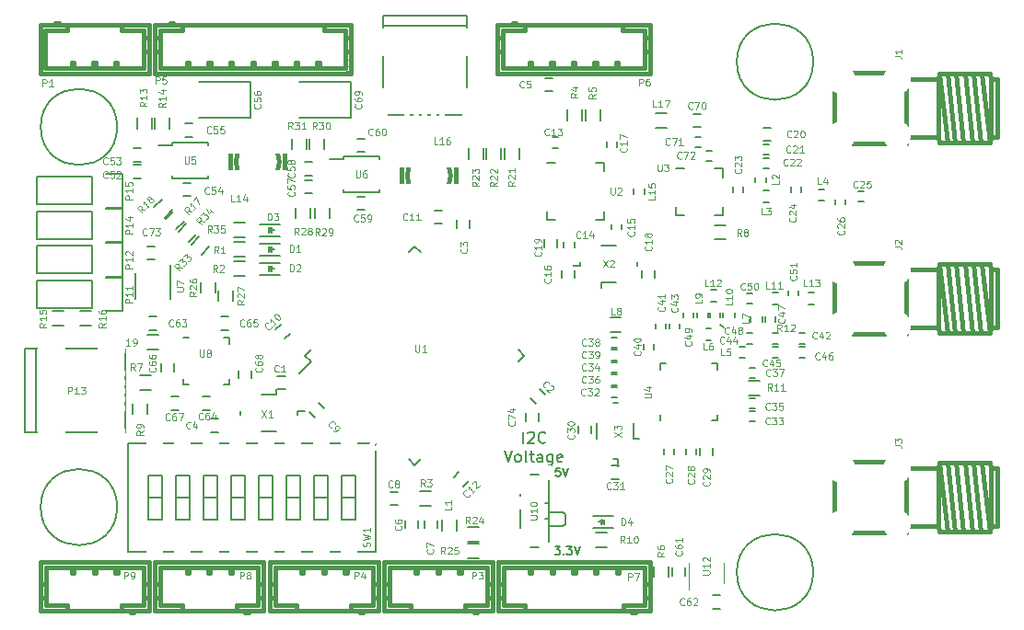
<source format=gto>
G04 #@! TF.GenerationSoftware,KiCad,Pcbnew,no-vcs-found*
G04 #@! TF.CreationDate,2016-12-22T15:04:26+01:00*
G04 #@! TF.ProjectId,RCCAR_IF_Board_GPS,52434341525F49465F426F6172645F47,rev?*
G04 #@! TF.FileFunction,Legend,Top*
G04 #@! TF.FilePolarity,Positive*
%FSLAX46Y46*%
G04 Gerber Fmt 4.6, Leading zero omitted, Abs format (unit mm)*
G04 Created by KiCad (PCBNEW no-vcs-found) date Thu Dec 22 15:04:26 2016*
%MOMM*%
%LPD*%
G01*
G04 APERTURE LIST*
%ADD10C,0.100000*%
%ADD11C,0.127000*%
%ADD12C,0.203200*%
%ADD13C,0.200000*%
%ADD14C,0.150000*%
%ADD15C,0.381000*%
%ADD16C,0.120000*%
%ADD17C,0.101600*%
%ADD18C,6.101600*%
%ADD19O,0.351600X0.801600*%
%ADD20O,0.801600X0.351600*%
%ADD21R,1.826600X1.826600*%
%ADD22O,0.951600X0.401600*%
%ADD23O,0.401600X0.951600*%
%ADD24R,0.901600X0.851600*%
%ADD25C,0.851600*%
%ADD26R,0.851600X0.901600*%
%ADD27R,0.701600X0.601600*%
%ADD28R,0.601600X0.701600*%
%ADD29R,1.001600X0.601600*%
%ADD30R,0.701600X0.501600*%
%ADD31R,0.501600X0.701600*%
%ADD32R,0.601600X1.001600*%
%ADD33R,5.397500X2.100580*%
%ADD34R,1.300480X1.800860*%
%ADD35O,1.300480X1.800860*%
%ADD36R,1.828800X2.133600*%
%ADD37O,1.828800X2.133600*%
%ADD38C,0.601600*%
%ADD39C,0.381600*%
%ADD40R,1.776600X1.776600*%
%ADD41R,0.901600X0.451600*%
%ADD42R,0.451600X0.901600*%
%ADD43R,1.351600X1.351600*%
%ADD44R,1.551600X0.551600*%
%ADD45C,2.601600*%
%ADD46R,2.251600X1.901600*%
%ADD47R,0.899160X0.899160*%
%ADD48R,0.601980X2.402840*%
%ADD49R,2.100580X2.600960*%
%ADD50C,1.000760*%
%ADD51R,2.600960X2.100580*%
%ADD52R,2.402840X0.601980*%
%ADD53R,1.625600X3.101600*%
%ADD54R,1.301600X0.876600*%
%ADD55R,0.451600X0.751600*%
%ADD56C,1.001600*%
%ADD57R,0.901600X1.101600*%
%ADD58R,1.601600X0.801600*%
%ADD59R,0.751600X1.161600*%
%ADD60R,2.101600X1.401600*%
%ADD61R,1.401600X2.101600*%
G04 APERTURE END LIST*
D10*
D11*
X150730857Y-113374714D02*
X150368000Y-113374714D01*
X150331714Y-113737571D01*
X150368000Y-113701285D01*
X150440571Y-113665000D01*
X150622000Y-113665000D01*
X150694571Y-113701285D01*
X150730857Y-113737571D01*
X150767142Y-113810142D01*
X150767142Y-113991571D01*
X150730857Y-114064142D01*
X150694571Y-114100428D01*
X150622000Y-114136714D01*
X150440571Y-114136714D01*
X150368000Y-114100428D01*
X150331714Y-114064142D01*
X150984857Y-113374714D02*
X151238857Y-114136714D01*
X151492857Y-113374714D01*
D12*
X147344190Y-111102019D02*
X147344190Y-110086019D01*
X147779619Y-110182780D02*
X147828000Y-110134400D01*
X147924761Y-110086019D01*
X148166666Y-110086019D01*
X148263428Y-110134400D01*
X148311809Y-110182780D01*
X148360190Y-110279542D01*
X148360190Y-110376304D01*
X148311809Y-110521447D01*
X147731238Y-111102019D01*
X148360190Y-111102019D01*
X149376190Y-111005257D02*
X149327809Y-111053638D01*
X149182666Y-111102019D01*
X149085904Y-111102019D01*
X148940761Y-111053638D01*
X148844000Y-110956876D01*
X148795619Y-110860114D01*
X148747238Y-110666590D01*
X148747238Y-110521447D01*
X148795619Y-110327923D01*
X148844000Y-110231161D01*
X148940761Y-110134400D01*
X149085904Y-110086019D01*
X149182666Y-110086019D01*
X149327809Y-110134400D01*
X149376190Y-110182780D01*
X145626666Y-111813219D02*
X145965333Y-112829219D01*
X146304000Y-111813219D01*
X146787809Y-112829219D02*
X146691047Y-112780838D01*
X146642666Y-112732457D01*
X146594285Y-112635695D01*
X146594285Y-112345409D01*
X146642666Y-112248647D01*
X146691047Y-112200266D01*
X146787809Y-112151885D01*
X146932952Y-112151885D01*
X147029714Y-112200266D01*
X147078095Y-112248647D01*
X147126476Y-112345409D01*
X147126476Y-112635695D01*
X147078095Y-112732457D01*
X147029714Y-112780838D01*
X146932952Y-112829219D01*
X146787809Y-112829219D01*
X147707047Y-112829219D02*
X147610285Y-112780838D01*
X147561904Y-112684076D01*
X147561904Y-111813219D01*
X147948952Y-112151885D02*
X148336000Y-112151885D01*
X148094095Y-111813219D02*
X148094095Y-112684076D01*
X148142476Y-112780838D01*
X148239238Y-112829219D01*
X148336000Y-112829219D01*
X149110095Y-112829219D02*
X149110095Y-112297028D01*
X149061714Y-112200266D01*
X148964952Y-112151885D01*
X148771428Y-112151885D01*
X148674666Y-112200266D01*
X149110095Y-112780838D02*
X149013333Y-112829219D01*
X148771428Y-112829219D01*
X148674666Y-112780838D01*
X148626285Y-112684076D01*
X148626285Y-112587314D01*
X148674666Y-112490552D01*
X148771428Y-112442171D01*
X149013333Y-112442171D01*
X149110095Y-112393790D01*
X150029333Y-112151885D02*
X150029333Y-112974361D01*
X149980952Y-113071123D01*
X149932571Y-113119504D01*
X149835809Y-113167885D01*
X149690666Y-113167885D01*
X149593904Y-113119504D01*
X150029333Y-112780838D02*
X149932571Y-112829219D01*
X149739047Y-112829219D01*
X149642285Y-112780838D01*
X149593904Y-112732457D01*
X149545523Y-112635695D01*
X149545523Y-112345409D01*
X149593904Y-112248647D01*
X149642285Y-112200266D01*
X149739047Y-112151885D01*
X149932571Y-112151885D01*
X150029333Y-112200266D01*
X150900190Y-112780838D02*
X150803428Y-112829219D01*
X150609904Y-112829219D01*
X150513142Y-112780838D01*
X150464761Y-112684076D01*
X150464761Y-112297028D01*
X150513142Y-112200266D01*
X150609904Y-112151885D01*
X150803428Y-112151885D01*
X150900190Y-112200266D01*
X150948571Y-112297028D01*
X150948571Y-112393790D01*
X150464761Y-112490552D01*
D11*
X150259142Y-120613714D02*
X150730857Y-120613714D01*
X150476857Y-120904000D01*
X150585714Y-120904000D01*
X150658285Y-120940285D01*
X150694571Y-120976571D01*
X150730857Y-121049142D01*
X150730857Y-121230571D01*
X150694571Y-121303142D01*
X150658285Y-121339428D01*
X150585714Y-121375714D01*
X150368000Y-121375714D01*
X150295428Y-121339428D01*
X150259142Y-121303142D01*
X151057428Y-121303142D02*
X151093714Y-121339428D01*
X151057428Y-121375714D01*
X151021142Y-121339428D01*
X151057428Y-121303142D01*
X151057428Y-121375714D01*
X151347714Y-120613714D02*
X151819428Y-120613714D01*
X151565428Y-120904000D01*
X151674285Y-120904000D01*
X151746857Y-120940285D01*
X151783142Y-120976571D01*
X151819428Y-121049142D01*
X151819428Y-121230571D01*
X151783142Y-121303142D01*
X151746857Y-121339428D01*
X151674285Y-121375714D01*
X151456571Y-121375714D01*
X151384000Y-121339428D01*
X151347714Y-121303142D01*
X152037142Y-120613714D02*
X152291142Y-121375714D01*
X152545142Y-120613714D01*
D13*
X165481000Y-100203000D02*
X165798500Y-100457000D01*
D14*
X174012834Y-76000000D02*
G75*
G03X174012834Y-76000000I-3512834J0D01*
G01*
X110012834Y-82000000D02*
G75*
G03X110012834Y-82000000I-3512834J0D01*
G01*
X110012834Y-117000000D02*
G75*
G03X110012834Y-117000000I-3512834J0D01*
G01*
X174012834Y-123000000D02*
G75*
G03X174012834Y-123000000I-3512834J0D01*
G01*
X159963000Y-103788000D02*
X160488000Y-103788000D01*
X165213000Y-109038000D02*
X164688000Y-109038000D01*
X165213000Y-103788000D02*
X164688000Y-103788000D01*
X159963000Y-109038000D02*
X159963000Y-108513000D01*
X165213000Y-109038000D02*
X165213000Y-108513000D01*
X165213000Y-103788000D02*
X165213000Y-104313000D01*
X159963000Y-103788000D02*
X159963000Y-104313000D01*
X120352000Y-101431000D02*
X120352000Y-101956000D01*
X116052000Y-105731000D02*
X116052000Y-105206000D01*
X120352000Y-105731000D02*
X120352000Y-105206000D01*
X116052000Y-101431000D02*
X116577000Y-101431000D01*
X116052000Y-105731000D02*
X116577000Y-105731000D01*
X120352000Y-105731000D02*
X119827000Y-105731000D01*
X120352000Y-101431000D02*
X119827000Y-101431000D01*
X125457000Y-106137000D02*
X124757000Y-106137000D01*
X124757000Y-104937000D02*
X125457000Y-104937000D01*
X148540223Y-107478751D02*
X148045249Y-106983777D01*
X148893777Y-106135249D02*
X149388751Y-106630223D01*
X142459000Y-90582000D02*
X142459000Y-91282000D01*
X141259000Y-91282000D02*
X141259000Y-90582000D01*
X119349000Y-110074000D02*
X118649000Y-110074000D01*
X118649000Y-108874000D02*
X119349000Y-108874000D01*
X150071000Y-78705000D02*
X149371000Y-78705000D01*
X149371000Y-77505000D02*
X150071000Y-77505000D01*
X137672715Y-118200274D02*
X137672715Y-118900274D01*
X136472715Y-118900274D02*
X136472715Y-118200274D01*
X138268767Y-118900274D02*
X138268767Y-118200274D01*
X139468767Y-118200274D02*
X139468767Y-118900274D01*
X135828058Y-116805000D02*
X135128060Y-116805000D01*
X135128060Y-115605000D02*
X135828058Y-115605000D01*
X128220223Y-108748751D02*
X127725249Y-108253777D01*
X128573777Y-107405249D02*
X129068751Y-107900223D01*
X125893751Y-101014777D02*
X125398777Y-101509751D01*
X124550249Y-100661223D02*
X125045223Y-100166249D01*
X139923000Y-90897000D02*
X139223000Y-90897000D01*
X139223000Y-89697000D02*
X139923000Y-89697000D01*
X140955579Y-114272553D02*
X141450553Y-113777579D01*
X142299081Y-114626107D02*
X141804107Y-115121081D01*
X150554500Y-82964000D02*
X150054500Y-82964000D01*
X150054500Y-83914000D02*
X150554500Y-83914000D01*
X151099500Y-92587000D02*
X151099500Y-93087000D01*
X152049500Y-93087000D02*
X152049500Y-92587000D01*
X155481000Y-90936000D02*
X155481000Y-91436000D01*
X156431000Y-91436000D02*
X156431000Y-90936000D01*
X150911000Y-95917500D02*
X150911000Y-95217500D01*
X152111000Y-95217500D02*
X152111000Y-95917500D01*
X155986500Y-83879500D02*
X155986500Y-83379500D01*
X155036500Y-83379500D02*
X155036500Y-83879500D01*
X159477000Y-95217500D02*
X159477000Y-95917500D01*
X158277000Y-95917500D02*
X158277000Y-95217500D01*
X149260000Y-93060000D02*
X149260000Y-92360000D01*
X150460000Y-92360000D02*
X150460000Y-93060000D01*
X170149000Y-83277000D02*
X169449000Y-83277000D01*
X169449000Y-82077000D02*
X170149000Y-82077000D01*
X169422000Y-84549000D02*
X169922000Y-84549000D01*
X169922000Y-83599000D02*
X169422000Y-83599000D01*
X169422000Y-85819000D02*
X169922000Y-85819000D01*
X169922000Y-84869000D02*
X169422000Y-84869000D01*
X167607000Y-88007000D02*
X167607000Y-87507000D01*
X166657000Y-87507000D02*
X166657000Y-88007000D01*
X172941000Y-88007000D02*
X172941000Y-87507000D01*
X171991000Y-87507000D02*
X171991000Y-88007000D01*
X178685000Y-87917000D02*
X178185000Y-87917000D01*
X178185000Y-88867000D02*
X178685000Y-88867000D01*
X176055000Y-88650000D02*
X176055000Y-89150000D01*
X177005000Y-89150000D02*
X177005000Y-88650000D01*
X161257000Y-112137000D02*
X161257000Y-111637000D01*
X160307000Y-111637000D02*
X160307000Y-112137000D01*
X163289000Y-112137000D02*
X163289000Y-111637000D01*
X162339000Y-111637000D02*
X162339000Y-112137000D01*
X163611000Y-112237000D02*
X163611000Y-111537000D01*
X164811000Y-111537000D02*
X164811000Y-112237000D01*
X152435000Y-110205000D02*
X152435000Y-109505000D01*
X153635000Y-109505000D02*
X153635000Y-110205000D01*
X155479000Y-113192000D02*
X156179000Y-113192000D01*
X156179000Y-114392000D02*
X155479000Y-114392000D01*
X155952000Y-105951000D02*
X155452000Y-105951000D01*
X155452000Y-106901000D02*
X155952000Y-106901000D01*
X168652000Y-108173500D02*
X168152000Y-108173500D01*
X168152000Y-109123500D02*
X168652000Y-109123500D01*
X155952000Y-103665000D02*
X155452000Y-103665000D01*
X155452000Y-104615000D02*
X155952000Y-104615000D01*
X168652000Y-106967000D02*
X168152000Y-106967000D01*
X168152000Y-107917000D02*
X168652000Y-107917000D01*
X155452000Y-105758000D02*
X155952000Y-105758000D01*
X155952000Y-104808000D02*
X155452000Y-104808000D01*
X168652000Y-104173000D02*
X168152000Y-104173000D01*
X168152000Y-105123000D02*
X168652000Y-105123000D01*
X155452000Y-102329000D02*
X155952000Y-102329000D01*
X155952000Y-101379000D02*
X155452000Y-101379000D01*
X155452000Y-103472000D02*
X155952000Y-103472000D01*
X155952000Y-102522000D02*
X155452000Y-102522000D01*
X158402000Y-101985000D02*
X158402000Y-102485000D01*
X159352000Y-102485000D02*
X159352000Y-101985000D01*
X159545000Y-100080000D02*
X159545000Y-100580000D01*
X160495000Y-100580000D02*
X160495000Y-100080000D01*
X173224000Y-100998000D02*
X172724000Y-100998000D01*
X172724000Y-101948000D02*
X173224000Y-101948000D01*
X160815000Y-100080000D02*
X160815000Y-100580000D01*
X161765000Y-100580000D02*
X161765000Y-100080000D01*
X167898000Y-101948000D02*
X168398000Y-101948000D01*
X168398000Y-100998000D02*
X167898000Y-100998000D01*
X170811000Y-102268000D02*
X170311000Y-102268000D01*
X170311000Y-103218000D02*
X170811000Y-103218000D01*
X173224000Y-102268000D02*
X172724000Y-102268000D01*
X172724000Y-103218000D02*
X173224000Y-103218000D01*
X170528000Y-99945000D02*
X170528000Y-99445000D01*
X169578000Y-99445000D02*
X169578000Y-99945000D01*
X165448000Y-99564000D02*
X165448000Y-99064000D01*
X164498000Y-99064000D02*
X164498000Y-99564000D01*
X163035000Y-99564000D02*
X163035000Y-99064000D01*
X162085000Y-99064000D02*
X162085000Y-99564000D01*
X168398000Y-97315000D02*
X167898000Y-97315000D01*
X167898000Y-98265000D02*
X168398000Y-98265000D01*
X171737000Y-97032000D02*
X171737000Y-97532000D01*
X172687000Y-97532000D02*
X172687000Y-97032000D01*
X112237000Y-86706000D02*
X111537000Y-86706000D01*
X111537000Y-85506000D02*
X112237000Y-85506000D01*
X112237000Y-85182000D02*
X111537000Y-85182000D01*
X111537000Y-83982000D02*
X112237000Y-83982000D01*
X116109000Y-87157000D02*
X116809000Y-87157000D01*
X116809000Y-88357000D02*
X116109000Y-88357000D01*
X116936000Y-82896000D02*
X116236000Y-82896000D01*
X116236000Y-81696000D02*
X116936000Y-81696000D01*
X127985000Y-88103000D02*
X127285000Y-88103000D01*
X127285000Y-86903000D02*
X127985000Y-86903000D01*
X127985000Y-86452000D02*
X127285000Y-86452000D01*
X127285000Y-85252000D02*
X127985000Y-85252000D01*
X132111000Y-88427000D02*
X132811000Y-88427000D01*
X132811000Y-89627000D02*
X132111000Y-89627000D01*
X132811000Y-84293000D02*
X132111000Y-84293000D01*
X132111000Y-83093000D02*
X132811000Y-83093000D01*
X162271000Y-122586000D02*
X162271000Y-123286000D01*
X161071000Y-123286000D02*
X161071000Y-122586000D01*
X165450000Y-126330000D02*
X164750000Y-126330000D01*
X164750000Y-125130000D02*
X165450000Y-125130000D01*
X112932197Y-99471004D02*
X113632197Y-99471004D01*
X113632197Y-100671004D02*
X112932197Y-100671004D01*
X118587000Y-108042000D02*
X117887000Y-108042000D01*
X117887000Y-106842000D02*
X118587000Y-106842000D01*
X119538000Y-99476000D02*
X120238000Y-99476000D01*
X120238000Y-100676000D02*
X119538000Y-100676000D01*
X114081000Y-104490000D02*
X114081000Y-103790000D01*
X115281000Y-103790000D02*
X115281000Y-104490000D01*
X114966000Y-106842000D02*
X115666000Y-106842000D01*
X115666000Y-108042000D02*
X114966000Y-108042000D01*
X122393000Y-104425000D02*
X122393000Y-105125000D01*
X121193000Y-105125000D02*
X121193000Y-104425000D01*
X141250015Y-118171656D02*
X141250015Y-119171656D01*
X139900015Y-119171656D02*
X139900015Y-118171656D01*
X168639000Y-86618000D02*
X168639000Y-87118000D01*
X169689000Y-87118000D02*
X169689000Y-86618000D01*
X169922000Y-87867000D02*
X169422000Y-87867000D01*
X169422000Y-88917000D02*
X169922000Y-88917000D01*
X175002000Y-87740000D02*
X174502000Y-87740000D01*
X174502000Y-88790000D02*
X175002000Y-88790000D01*
X167763000Y-102218000D02*
X167263000Y-102218000D01*
X167263000Y-103268000D02*
X167763000Y-103268000D01*
X164646000Y-100567000D02*
X164146000Y-100567000D01*
X164146000Y-101617000D02*
X164646000Y-101617000D01*
X169308000Y-99945000D02*
X169308000Y-99445000D01*
X168258000Y-99445000D02*
X168258000Y-99945000D01*
X155341000Y-99528000D02*
X156341000Y-99528000D01*
X156341000Y-100878000D02*
X155341000Y-100878000D01*
X164355000Y-99564000D02*
X164355000Y-99064000D01*
X163305000Y-99064000D02*
X163305000Y-99564000D01*
X166768000Y-99564000D02*
X166768000Y-99064000D01*
X165718000Y-99064000D02*
X165718000Y-99564000D01*
X170311000Y-98315000D02*
X170811000Y-98315000D01*
X170811000Y-97265000D02*
X170311000Y-97265000D01*
X165096000Y-97011000D02*
X164596000Y-97011000D01*
X164596000Y-98061000D02*
X165096000Y-98061000D01*
X173549500Y-98315000D02*
X174049500Y-98315000D01*
X174049500Y-97265000D02*
X173549500Y-97265000D01*
D15*
X123184920Y-83967320D02*
G75*
G03X123184920Y-83967320I-248920J0D01*
G01*
X121185940Y-82717640D02*
X125435360Y-82717640D01*
X125435360Y-82717640D02*
X125435360Y-86967060D01*
X124686060Y-87716360D02*
X120436640Y-87716360D01*
X120436640Y-87716360D02*
X120436640Y-83466940D01*
X125435360Y-86967060D02*
G75*
G03X124686060Y-87716360I0J-749300D01*
G01*
X120436640Y-83466940D02*
G75*
G03X121185940Y-82717640I0J749300D01*
G01*
X124934980Y-85217000D02*
G75*
G03X124934980Y-85217000I-1998980J0D01*
G01*
D14*
X158513000Y-88192000D02*
X158513000Y-87692000D01*
X157463000Y-87692000D02*
X157463000Y-88192000D01*
D15*
X138932920Y-85250320D02*
G75*
G03X138932920Y-85250320I-248920J0D01*
G01*
X136933940Y-84000640D02*
X141183360Y-84000640D01*
X141183360Y-84000640D02*
X141183360Y-88250060D01*
X140434060Y-88999360D02*
X136184640Y-88999360D01*
X136184640Y-88999360D02*
X136184640Y-84749940D01*
X141183360Y-88250060D02*
G75*
G03X140434060Y-88999360I0J-749300D01*
G01*
X136184640Y-84749940D02*
G75*
G03X136933940Y-84000640I0J749300D01*
G01*
X140682980Y-86500000D02*
G75*
G03X140682980Y-86500000I-1998980J0D01*
G01*
X108033820Y-76095860D02*
X108033820Y-76596240D01*
X107835700Y-76095860D02*
X108033820Y-76095860D01*
X107835700Y-76596240D02*
X107835700Y-76095860D01*
X102933500Y-77094080D02*
X112936020Y-77094080D01*
X112435640Y-76596240D02*
X103433880Y-76596240D01*
X102933500Y-72595740D02*
X112936020Y-72595740D01*
X106032300Y-76095860D02*
X106032300Y-76596240D01*
X105834180Y-76095860D02*
X106032300Y-76095860D01*
X105834180Y-76596240D02*
X105834180Y-76095860D01*
X109834680Y-76596240D02*
X109834680Y-76095860D01*
X109834680Y-76095860D02*
X110032800Y-76095860D01*
X110032800Y-76095860D02*
X110032800Y-76596240D01*
X112936020Y-73794620D02*
X112435640Y-73794620D01*
X112435640Y-75095100D02*
X112936020Y-75095100D01*
X103433880Y-75095100D02*
X102933500Y-75095100D01*
X103433880Y-73794620D02*
X102933500Y-73794620D01*
X105432860Y-72595740D02*
X105432860Y-73096120D01*
X105432860Y-73096120D02*
X103433880Y-73096120D01*
X103433880Y-73096120D02*
X103433880Y-76596240D01*
X112435640Y-76596240D02*
X112435640Y-73096120D01*
X112435640Y-73096120D02*
X110436660Y-73096120D01*
X110436660Y-73096120D02*
X110436660Y-72595740D01*
X102933500Y-72595740D02*
X102933500Y-77094080D01*
X112936020Y-72595740D02*
X112936020Y-77094080D01*
X104632760Y-72595740D02*
X104632760Y-72395080D01*
X104632760Y-72395080D02*
X104333040Y-72395080D01*
X104333040Y-72395080D02*
X104333040Y-72595740D01*
X139425680Y-123040140D02*
X139425680Y-122539760D01*
X139623800Y-123040140D02*
X139425680Y-123040140D01*
X139623800Y-122539760D02*
X139623800Y-123040140D01*
X144526000Y-122041920D02*
X134523480Y-122041920D01*
X135023860Y-122539760D02*
X144025620Y-122539760D01*
X144526000Y-126540260D02*
X134523480Y-126540260D01*
X141427200Y-123040140D02*
X141427200Y-122539760D01*
X141625320Y-123040140D02*
X141427200Y-123040140D01*
X141625320Y-122539760D02*
X141625320Y-123040140D01*
X137624820Y-122539760D02*
X137624820Y-123040140D01*
X137624820Y-123040140D02*
X137426700Y-123040140D01*
X137426700Y-123040140D02*
X137426700Y-122539760D01*
X134523480Y-125341380D02*
X135023860Y-125341380D01*
X135023860Y-124040900D02*
X134523480Y-124040900D01*
X144025620Y-124040900D02*
X144526000Y-124040900D01*
X144025620Y-125341380D02*
X144526000Y-125341380D01*
X142026640Y-126540260D02*
X142026640Y-126039880D01*
X142026640Y-126039880D02*
X144025620Y-126039880D01*
X144025620Y-126039880D02*
X144025620Y-122539760D01*
X135023860Y-122539760D02*
X135023860Y-126039880D01*
X135023860Y-126039880D02*
X137022840Y-126039880D01*
X137022840Y-126039880D02*
X137022840Y-126540260D01*
X144526000Y-126540260D02*
X144526000Y-122041920D01*
X134523480Y-126540260D02*
X134523480Y-122041920D01*
X142826740Y-126540260D02*
X142826740Y-126740920D01*
X142826740Y-126740920D02*
X143126460Y-126740920D01*
X143126460Y-126740920D02*
X143126460Y-126540260D01*
X128932940Y-123040140D02*
X128932940Y-122539760D01*
X129131060Y-123040140D02*
X128932940Y-123040140D01*
X129131060Y-122539760D02*
X129131060Y-123040140D01*
X134033260Y-122041920D02*
X124030740Y-122041920D01*
X124531120Y-122539760D02*
X133532880Y-122539760D01*
X134033260Y-126540260D02*
X124030740Y-126540260D01*
X130934460Y-123040140D02*
X130934460Y-122539760D01*
X131132580Y-123040140D02*
X130934460Y-123040140D01*
X131132580Y-122539760D02*
X131132580Y-123040140D01*
X127132080Y-122539760D02*
X127132080Y-123040140D01*
X127132080Y-123040140D02*
X126933960Y-123040140D01*
X126933960Y-123040140D02*
X126933960Y-122539760D01*
X124030740Y-125341380D02*
X124531120Y-125341380D01*
X124531120Y-124040900D02*
X124030740Y-124040900D01*
X133532880Y-124040900D02*
X134033260Y-124040900D01*
X133532880Y-125341380D02*
X134033260Y-125341380D01*
X131533900Y-126540260D02*
X131533900Y-126039880D01*
X131533900Y-126039880D02*
X133532880Y-126039880D01*
X133532880Y-126039880D02*
X133532880Y-122539760D01*
X124531120Y-122539760D02*
X124531120Y-126039880D01*
X124531120Y-126039880D02*
X126530100Y-126039880D01*
X126530100Y-126039880D02*
X126530100Y-126540260D01*
X134033260Y-126540260D02*
X134033260Y-122041920D01*
X124030740Y-126540260D02*
X124030740Y-122041920D01*
X132334000Y-126540260D02*
X132334000Y-126740920D01*
X132334000Y-126740920D02*
X132633720Y-126740920D01*
X132633720Y-126740920D02*
X132633720Y-126540260D01*
X113507520Y-77094080D02*
X131505960Y-77094080D01*
X131005580Y-76596240D02*
X114007900Y-76596240D01*
X113507520Y-72595740D02*
X131505960Y-72595740D01*
X124406660Y-76596240D02*
X124406660Y-76095860D01*
X124406660Y-76095860D02*
X124604780Y-76095860D01*
X124604780Y-76095860D02*
X124604780Y-76596240D01*
X128404620Y-76596240D02*
X128404620Y-76095860D01*
X128404620Y-76095860D02*
X128602740Y-76095860D01*
X128602740Y-76095860D02*
X128602740Y-76596240D01*
X122402600Y-76596240D02*
X122402600Y-76095860D01*
X122402600Y-76095860D02*
X122600720Y-76095860D01*
X122600720Y-76095860D02*
X122600720Y-76596240D01*
X126603760Y-76095860D02*
X126603760Y-76596240D01*
X126405640Y-76095860D02*
X126603760Y-76095860D01*
X126405640Y-76596240D02*
X126405640Y-76095860D01*
X118602760Y-76095860D02*
X118602760Y-76596240D01*
X118404640Y-76095860D02*
X118602760Y-76095860D01*
X118404640Y-76596240D02*
X118404640Y-76095860D01*
X116601240Y-76095860D02*
X116601240Y-76596240D01*
X116403120Y-76095860D02*
X116601240Y-76095860D01*
X116403120Y-76596240D02*
X116403120Y-76095860D01*
X120403620Y-76596240D02*
X120403620Y-76095860D01*
X120403620Y-76095860D02*
X120601740Y-76095860D01*
X120601740Y-76095860D02*
X120601740Y-76596240D01*
X131505960Y-73794620D02*
X131005580Y-73794620D01*
X131005580Y-75095100D02*
X131505960Y-75095100D01*
X114002820Y-75095100D02*
X113502440Y-75095100D01*
X114002820Y-73794620D02*
X113502440Y-73794620D01*
X116001800Y-72595740D02*
X116001800Y-73096120D01*
X116001800Y-73096120D02*
X114002820Y-73096120D01*
X114002820Y-73096120D02*
X114002820Y-76596240D01*
X131005580Y-76596240D02*
X131005580Y-73096120D01*
X131005580Y-73096120D02*
X129006600Y-73096120D01*
X129006600Y-73096120D02*
X129006600Y-72595740D01*
X113502440Y-72595740D02*
X113502440Y-77094080D01*
X131505960Y-72595740D02*
X131505960Y-77094080D01*
X115201700Y-72595740D02*
X115201700Y-72395080D01*
X115201700Y-72395080D02*
X114901980Y-72395080D01*
X114901980Y-72395080D02*
X114901980Y-72595740D01*
X158998980Y-72595740D02*
X144998500Y-72595740D01*
X144998500Y-77094080D02*
X158998980Y-77094080D01*
X158498600Y-76596240D02*
X145498880Y-76596240D01*
X153896120Y-76596240D02*
X153896120Y-76095860D01*
X153896120Y-76095860D02*
X154094240Y-76095860D01*
X154094240Y-76095860D02*
X154094240Y-76596240D01*
X156095760Y-76095860D02*
X156095760Y-76596240D01*
X155897640Y-76095860D02*
X156095760Y-76095860D01*
X155897640Y-76596240D02*
X155897640Y-76095860D01*
X150096280Y-76095860D02*
X150096280Y-76596240D01*
X149898160Y-76095860D02*
X150096280Y-76095860D01*
X149898160Y-76596240D02*
X149898160Y-76095860D01*
X148094760Y-76095860D02*
X148094760Y-76596240D01*
X147896640Y-76095860D02*
X148094760Y-76095860D01*
X147896640Y-76596240D02*
X147896640Y-76095860D01*
X151897140Y-76596240D02*
X151897140Y-76095860D01*
X151897140Y-76095860D02*
X152095260Y-76095860D01*
X152095260Y-76095860D02*
X152095260Y-76596240D01*
X158998980Y-73794620D02*
X158498600Y-73794620D01*
X158498600Y-75095100D02*
X158998980Y-75095100D01*
X145496340Y-75095100D02*
X144995960Y-75095100D01*
X145496340Y-73794620D02*
X144995960Y-73794620D01*
X147495320Y-72595740D02*
X147495320Y-73096120D01*
X147495320Y-73096120D02*
X145496340Y-73096120D01*
X145496340Y-73096120D02*
X145496340Y-76596240D01*
X158498600Y-76596240D02*
X158498600Y-73096120D01*
X158498600Y-73096120D02*
X156499620Y-73096120D01*
X156499620Y-73096120D02*
X156499620Y-72595740D01*
X144995960Y-72595740D02*
X144995960Y-77094080D01*
X158998980Y-72595740D02*
X158998980Y-77094080D01*
X146695220Y-72595740D02*
X146695220Y-72395080D01*
X146695220Y-72395080D02*
X146395500Y-72395080D01*
X146395500Y-72395080D02*
X146395500Y-72595740D01*
X145034000Y-126540260D02*
X159034480Y-126540260D01*
X159034480Y-122041920D02*
X145034000Y-122041920D01*
X145534380Y-122539760D02*
X158534100Y-122539760D01*
X150136860Y-122539760D02*
X150136860Y-123040140D01*
X150136860Y-123040140D02*
X149938740Y-123040140D01*
X149938740Y-123040140D02*
X149938740Y-122539760D01*
X147937220Y-123040140D02*
X147937220Y-122539760D01*
X148135340Y-123040140D02*
X147937220Y-123040140D01*
X148135340Y-122539760D02*
X148135340Y-123040140D01*
X153936700Y-123040140D02*
X153936700Y-122539760D01*
X154134820Y-123040140D02*
X153936700Y-123040140D01*
X154134820Y-122539760D02*
X154134820Y-123040140D01*
X155938220Y-123040140D02*
X155938220Y-122539760D01*
X156136340Y-123040140D02*
X155938220Y-123040140D01*
X156136340Y-122539760D02*
X156136340Y-123040140D01*
X152135840Y-122539760D02*
X152135840Y-123040140D01*
X152135840Y-123040140D02*
X151937720Y-123040140D01*
X151937720Y-123040140D02*
X151937720Y-122539760D01*
X145034000Y-125341380D02*
X145534380Y-125341380D01*
X145534380Y-124040900D02*
X145034000Y-124040900D01*
X158536640Y-124040900D02*
X159037020Y-124040900D01*
X158536640Y-125341380D02*
X159037020Y-125341380D01*
X156537660Y-126540260D02*
X156537660Y-126039880D01*
X156537660Y-126039880D02*
X158536640Y-126039880D01*
X158536640Y-126039880D02*
X158536640Y-122539760D01*
X145534380Y-122539760D02*
X145534380Y-126039880D01*
X145534380Y-126039880D02*
X147533360Y-126039880D01*
X147533360Y-126039880D02*
X147533360Y-126540260D01*
X159037020Y-126540260D02*
X159037020Y-122041920D01*
X145034000Y-126540260D02*
X145034000Y-122041920D01*
X157337760Y-126540260D02*
X157337760Y-126740920D01*
X157337760Y-126740920D02*
X157637480Y-126740920D01*
X157637480Y-126740920D02*
X157637480Y-126540260D01*
X118391940Y-123040140D02*
X118391940Y-122539760D01*
X118590060Y-123040140D02*
X118391940Y-123040140D01*
X118590060Y-122539760D02*
X118590060Y-123040140D01*
X123492260Y-122041920D02*
X113489740Y-122041920D01*
X113990120Y-122539760D02*
X122991880Y-122539760D01*
X123492260Y-126540260D02*
X113489740Y-126540260D01*
X120393460Y-123040140D02*
X120393460Y-122539760D01*
X120591580Y-123040140D02*
X120393460Y-123040140D01*
X120591580Y-122539760D02*
X120591580Y-123040140D01*
X116591080Y-122539760D02*
X116591080Y-123040140D01*
X116591080Y-123040140D02*
X116392960Y-123040140D01*
X116392960Y-123040140D02*
X116392960Y-122539760D01*
X113489740Y-125341380D02*
X113990120Y-125341380D01*
X113990120Y-124040900D02*
X113489740Y-124040900D01*
X122991880Y-124040900D02*
X123492260Y-124040900D01*
X122991880Y-125341380D02*
X123492260Y-125341380D01*
X120992900Y-126540260D02*
X120992900Y-126039880D01*
X120992900Y-126039880D02*
X122991880Y-126039880D01*
X122991880Y-126039880D02*
X122991880Y-122539760D01*
X113990120Y-122539760D02*
X113990120Y-126039880D01*
X113990120Y-126039880D02*
X115989100Y-126039880D01*
X115989100Y-126039880D02*
X115989100Y-126540260D01*
X123492260Y-126540260D02*
X123492260Y-122041920D01*
X113489740Y-126540260D02*
X113489740Y-122041920D01*
X121793000Y-126540260D02*
X121793000Y-126740920D01*
X121793000Y-126740920D02*
X122092720Y-126740920D01*
X122092720Y-126740920D02*
X122092720Y-126540260D01*
X107850940Y-123040140D02*
X107850940Y-122539760D01*
X108049060Y-123040140D02*
X107850940Y-123040140D01*
X108049060Y-122539760D02*
X108049060Y-123040140D01*
X112951260Y-122041920D02*
X102948740Y-122041920D01*
X103449120Y-122539760D02*
X112450880Y-122539760D01*
X112951260Y-126540260D02*
X102948740Y-126540260D01*
X109852460Y-123040140D02*
X109852460Y-122539760D01*
X110050580Y-123040140D02*
X109852460Y-123040140D01*
X110050580Y-122539760D02*
X110050580Y-123040140D01*
X106050080Y-122539760D02*
X106050080Y-123040140D01*
X106050080Y-123040140D02*
X105851960Y-123040140D01*
X105851960Y-123040140D02*
X105851960Y-122539760D01*
X102948740Y-125341380D02*
X103449120Y-125341380D01*
X103449120Y-124040900D02*
X102948740Y-124040900D01*
X112450880Y-124040900D02*
X112951260Y-124040900D01*
X112450880Y-125341380D02*
X112951260Y-125341380D01*
X110451900Y-126540260D02*
X110451900Y-126039880D01*
X110451900Y-126039880D02*
X112450880Y-126039880D01*
X112450880Y-126039880D02*
X112450880Y-122539760D01*
X103449120Y-122539760D02*
X103449120Y-126039880D01*
X103449120Y-126039880D02*
X105448100Y-126039880D01*
X105448100Y-126039880D02*
X105448100Y-126540260D01*
X112951260Y-126540260D02*
X112951260Y-122041920D01*
X102948740Y-126540260D02*
X102948740Y-122041920D01*
X111252000Y-126540260D02*
X111252000Y-126740920D01*
X111252000Y-126740920D02*
X111551720Y-126740920D01*
X111551720Y-126740920D02*
X111551720Y-126540260D01*
D14*
X107714000Y-96139000D02*
X102634000Y-96139000D01*
X102634000Y-96139000D02*
X102634000Y-98679000D01*
X102634000Y-98679000D02*
X107714000Y-98679000D01*
X110534000Y-98959000D02*
X108984000Y-98959000D01*
X107714000Y-98679000D02*
X107714000Y-96139000D01*
X108984000Y-95859000D02*
X110534000Y-95859000D01*
X110534000Y-95859000D02*
X110534000Y-98959000D01*
X107714000Y-92964000D02*
X102634000Y-92964000D01*
X102634000Y-92964000D02*
X102634000Y-95504000D01*
X102634000Y-95504000D02*
X107714000Y-95504000D01*
X110534000Y-95784000D02*
X108984000Y-95784000D01*
X107714000Y-95504000D02*
X107714000Y-92964000D01*
X108984000Y-92684000D02*
X110534000Y-92684000D01*
X110534000Y-92684000D02*
X110534000Y-95784000D01*
X107714000Y-89789000D02*
X102634000Y-89789000D01*
X102634000Y-89789000D02*
X102634000Y-92329000D01*
X102634000Y-92329000D02*
X107714000Y-92329000D01*
X110534000Y-92609000D02*
X108984000Y-92609000D01*
X107714000Y-92329000D02*
X107714000Y-89789000D01*
X108984000Y-89509000D02*
X110534000Y-89509000D01*
X110534000Y-89509000D02*
X110534000Y-92609000D01*
X120773000Y-92606500D02*
X121773000Y-92606500D01*
X121773000Y-93956500D02*
X120773000Y-93956500D01*
X120773000Y-94384500D02*
X121773000Y-94384500D01*
X121773000Y-95734500D02*
X120773000Y-95734500D01*
X137851741Y-115540408D02*
X138851741Y-115540408D01*
X138851741Y-116890408D02*
X137851741Y-116890408D01*
X151407500Y-81399000D02*
X151407500Y-80399000D01*
X152757500Y-80399000D02*
X152757500Y-81399000D01*
X154408500Y-80399000D02*
X154408500Y-81399000D01*
X153058500Y-81399000D02*
X153058500Y-80399000D01*
X159345000Y-123436000D02*
X159345000Y-122436000D01*
X160695000Y-122436000D02*
X160695000Y-123436000D01*
X113149000Y-106212000D02*
X112149000Y-106212000D01*
X112149000Y-104862000D02*
X113149000Y-104862000D01*
X165981000Y-92369000D02*
X164981000Y-92369000D01*
X164981000Y-91019000D02*
X165981000Y-91019000D01*
X111466000Y-108450000D02*
X111466000Y-107450000D01*
X112816000Y-107450000D02*
X112816000Y-108450000D01*
X154059000Y-119340000D02*
X155059000Y-119340000D01*
X155059000Y-120690000D02*
X154059000Y-120690000D01*
X169092500Y-106720000D02*
X168092500Y-106720000D01*
X168092500Y-105370000D02*
X169092500Y-105370000D01*
X170811000Y-100948000D02*
X170311000Y-100948000D01*
X170311000Y-101998000D02*
X170811000Y-101998000D01*
X113197000Y-81161000D02*
X113197000Y-82161000D01*
X111847000Y-82161000D02*
X111847000Y-81161000D01*
X113498000Y-82161000D02*
X113498000Y-81161000D01*
X114848000Y-81161000D02*
X114848000Y-82161000D01*
X104051000Y-98973000D02*
X105051000Y-98973000D01*
X105051000Y-100323000D02*
X104051000Y-100323000D01*
X106591000Y-98973000D02*
X107591000Y-98973000D01*
X107591000Y-100323000D02*
X106591000Y-100323000D01*
X116145210Y-90713469D02*
X115438104Y-91420575D01*
X114483510Y-90465981D02*
X115190616Y-89758875D01*
X115067579Y-89635838D02*
X114360473Y-90342944D01*
X113405879Y-89388350D02*
X114112985Y-88681244D01*
X112782196Y-101174004D02*
X113782196Y-101174004D01*
X113782196Y-102524004D02*
X112782196Y-102524004D01*
X146979000Y-83939000D02*
X146979000Y-84939000D01*
X145629000Y-84939000D02*
X145629000Y-83939000D01*
X145328000Y-83927000D02*
X145328000Y-84927000D01*
X143978000Y-84927000D02*
X143978000Y-83927000D01*
X143677000Y-83927000D02*
X143677000Y-84927000D01*
X142327000Y-84927000D02*
X142327000Y-83927000D01*
X142260000Y-118832000D02*
X143260000Y-118832000D01*
X143260000Y-120182000D02*
X142260000Y-120182000D01*
X142248000Y-120356000D02*
X143248000Y-120356000D01*
X143248000Y-121706000D02*
X142248000Y-121706000D01*
X119039000Y-96274000D02*
X119039000Y-97274000D01*
X117689000Y-97274000D02*
X117689000Y-96274000D01*
X120690000Y-97036000D02*
X120690000Y-98036000D01*
X119340000Y-98036000D02*
X119340000Y-97036000D01*
X126452000Y-90416000D02*
X126452000Y-89416000D01*
X127802000Y-89416000D02*
X127802000Y-90416000D01*
X128230000Y-90416000D02*
X128230000Y-89416000D01*
X129580000Y-89416000D02*
X129580000Y-90416000D01*
X129072000Y-83066000D02*
X129072000Y-84066000D01*
X127722000Y-84066000D02*
X127722000Y-83066000D01*
X126071000Y-84066000D02*
X126071000Y-83066000D01*
X127421000Y-83066000D02*
X127421000Y-84066000D01*
X127294924Y-103043517D02*
X127832326Y-103580918D01*
X137371196Y-92967245D02*
X137908597Y-93504647D01*
X147447468Y-103043517D02*
X146910066Y-102506116D01*
X137371196Y-113119789D02*
X136833795Y-112582387D01*
X127294924Y-103043517D02*
X127832326Y-102506116D01*
X137371196Y-113119789D02*
X137908597Y-112582387D01*
X147447468Y-103043517D02*
X146910066Y-103580918D01*
X137371196Y-92967245D02*
X136833795Y-93504647D01*
X127832326Y-103580918D02*
X126753988Y-104659256D01*
X154779000Y-85296000D02*
X154779000Y-86046000D01*
X149529000Y-90546000D02*
X149529000Y-89796000D01*
X154779000Y-90546000D02*
X154779000Y-89796000D01*
X149529000Y-85296000D02*
X150279000Y-85296000D01*
X149529000Y-90546000D02*
X150279000Y-90546000D01*
X154779000Y-90546000D02*
X154029000Y-90546000D01*
X154779000Y-85296000D02*
X154029000Y-85296000D01*
X165694000Y-85851000D02*
X165694000Y-86626000D01*
X161394000Y-90151000D02*
X161394000Y-89376000D01*
X165694000Y-90151000D02*
X165694000Y-89376000D01*
X161394000Y-85851000D02*
X162169000Y-85851000D01*
X161394000Y-90151000D02*
X162169000Y-90151000D01*
X165694000Y-90151000D02*
X164919000Y-90151000D01*
X165694000Y-85851000D02*
X164919000Y-85851000D01*
X115038000Y-83415000D02*
X115038000Y-83665000D01*
X118388000Y-83415000D02*
X118388000Y-83665000D01*
X118388000Y-86765000D02*
X118388000Y-86515000D01*
X115038000Y-86765000D02*
X115038000Y-86515000D01*
X115038000Y-83415000D02*
X118388000Y-83415000D01*
X115038000Y-86765000D02*
X118388000Y-86765000D01*
X115038000Y-83665000D02*
X113788000Y-83665000D01*
X130786000Y-84685000D02*
X130786000Y-84935000D01*
X134136000Y-84685000D02*
X134136000Y-84935000D01*
X134136000Y-88035000D02*
X134136000Y-87785000D01*
X130786000Y-88035000D02*
X130786000Y-87785000D01*
X130786000Y-84685000D02*
X134136000Y-84685000D01*
X130786000Y-88035000D02*
X134136000Y-88035000D01*
X130786000Y-84935000D02*
X129536000Y-84935000D01*
X118480076Y-93048336D02*
X117772970Y-93755442D01*
X116818376Y-92800848D02*
X117525482Y-92093742D01*
X117312643Y-91880902D02*
X116605537Y-92588008D01*
X115650943Y-91633414D02*
X116358049Y-90926308D01*
X162972000Y-80807000D02*
X163672000Y-80807000D01*
X163672000Y-82007000D02*
X162972000Y-82007000D01*
X163635500Y-82900500D02*
X163135500Y-82900500D01*
X163135500Y-83850500D02*
X163635500Y-83850500D01*
X164215000Y-85120500D02*
X164715000Y-85120500D01*
X164715000Y-84170500D02*
X164215000Y-84170500D01*
X160520000Y-82082000D02*
X159520000Y-82082000D01*
X159520000Y-80732000D02*
X160520000Y-80732000D01*
X120785000Y-90828500D02*
X121785000Y-90828500D01*
X121785000Y-92178500D02*
X120785000Y-92178500D01*
D15*
X190938800Y-77564000D02*
X190338800Y-77564000D01*
X190938800Y-82964000D02*
X190338800Y-82964000D01*
X185538800Y-82964000D02*
X182538800Y-82964000D01*
X182538800Y-77564000D02*
X185538800Y-77564000D01*
X190238800Y-83464000D02*
X190338800Y-82964000D01*
X190338800Y-82964000D02*
X190338800Y-77564000D01*
X190338800Y-77564000D02*
X190238800Y-77064000D01*
X185538800Y-82964000D02*
X185538800Y-77564000D01*
X185538800Y-77564000D02*
X185638800Y-77064000D01*
X185638800Y-83464000D02*
X185538800Y-82964000D01*
X186338800Y-83464000D02*
X185638800Y-77064000D01*
X187838800Y-83464000D02*
X187138800Y-77064000D01*
X187038800Y-83464000D02*
X186338800Y-77064000D01*
X188638800Y-83464000D02*
X187938800Y-77064000D01*
X189438800Y-83464000D02*
X188738800Y-77064000D01*
X185638800Y-83464000D02*
X190238800Y-83464000D01*
X190238800Y-83464000D02*
X189538800Y-77064000D01*
X185638800Y-77064000D02*
X190238800Y-77064000D01*
X190938800Y-82964000D02*
X190938800Y-77564000D01*
X182538800Y-83564000D02*
X175938800Y-83564000D01*
X175938800Y-83564000D02*
X175937000Y-76964000D01*
X175938800Y-76964000D02*
X182538800Y-76964000D01*
X182538800Y-76964000D02*
X182538800Y-83564000D01*
X190938800Y-95090000D02*
X190338800Y-95090000D01*
X190938800Y-100490000D02*
X190338800Y-100490000D01*
X185538800Y-100490000D02*
X182538800Y-100490000D01*
X182538800Y-95090000D02*
X185538800Y-95090000D01*
X190238800Y-100990000D02*
X190338800Y-100490000D01*
X190338800Y-100490000D02*
X190338800Y-95090000D01*
X190338800Y-95090000D02*
X190238800Y-94590000D01*
X185538800Y-100490000D02*
X185538800Y-95090000D01*
X185538800Y-95090000D02*
X185638800Y-94590000D01*
X185638800Y-100990000D02*
X185538800Y-100490000D01*
X186338800Y-100990000D02*
X185638800Y-94590000D01*
X187838800Y-100990000D02*
X187138800Y-94590000D01*
X187038800Y-100990000D02*
X186338800Y-94590000D01*
X188638800Y-100990000D02*
X187938800Y-94590000D01*
X189438800Y-100990000D02*
X188738800Y-94590000D01*
X185638800Y-100990000D02*
X190238800Y-100990000D01*
X190238800Y-100990000D02*
X189538800Y-94590000D01*
X185638800Y-94590000D02*
X190238800Y-94590000D01*
X190938800Y-100490000D02*
X190938800Y-95090000D01*
X182538800Y-101090000D02*
X175938800Y-101090000D01*
X175938800Y-101090000D02*
X175937000Y-94490000D01*
X175938800Y-94490000D02*
X182538800Y-94490000D01*
X182538800Y-94490000D02*
X182538800Y-101090000D01*
D14*
X122253000Y-81152000D02*
X117503000Y-81152000D01*
X122253000Y-77852000D02*
X117503000Y-77852000D01*
X122253000Y-81152000D02*
X122253000Y-77852000D01*
X131500000Y-81150000D02*
X131500000Y-77850000D01*
X131500000Y-77850000D02*
X126750000Y-77850000D01*
X131500000Y-81150000D02*
X126750000Y-81150000D01*
X112805196Y-92994004D02*
X113505196Y-92994004D01*
X113505196Y-94194004D02*
X112805196Y-94194004D01*
X148809000Y-108362000D02*
X148809000Y-109062000D01*
X147609000Y-109062000D02*
X147609000Y-108362000D01*
X124193300Y-93531500D02*
X123943300Y-93281500D01*
X124193300Y-93031500D02*
X124193300Y-93531500D01*
X123943300Y-93281500D02*
X124193300Y-93031500D01*
X123943300Y-93031500D02*
X123943300Y-93531500D01*
X123993300Y-93281500D02*
X124443300Y-93281500D01*
X123093300Y-92731500D02*
X124993300Y-92731500D01*
X123093300Y-93831500D02*
X124993300Y-93831500D01*
X124218700Y-95309500D02*
X123968700Y-95059500D01*
X124218700Y-94809500D02*
X124218700Y-95309500D01*
X123968700Y-95059500D02*
X124218700Y-94809500D01*
X123968700Y-94809500D02*
X123968700Y-95309500D01*
X124018700Y-95059500D02*
X124468700Y-95059500D01*
X123118700Y-94509500D02*
X125018700Y-94509500D01*
X123118700Y-95609500D02*
X125018700Y-95609500D01*
X123106000Y-92053500D02*
X125006000Y-92053500D01*
X123106000Y-90953500D02*
X125006000Y-90953500D01*
X124006000Y-91503500D02*
X124456000Y-91503500D01*
X123956000Y-91253500D02*
X123956000Y-91753500D01*
X123956000Y-91503500D02*
X124206000Y-91253500D01*
X124206000Y-91253500D02*
X124206000Y-91753500D01*
X124206000Y-91753500D02*
X123956000Y-91503500D01*
X155659000Y-117814000D02*
X153759000Y-117814000D01*
X155659000Y-118914000D02*
X153759000Y-118914000D01*
X154759000Y-118364000D02*
X154309000Y-118364000D01*
X154809000Y-118614000D02*
X154809000Y-118114000D01*
X154809000Y-118364000D02*
X154559000Y-118614000D01*
X154559000Y-118614000D02*
X154559000Y-118114000D01*
X154559000Y-118114000D02*
X154809000Y-118364000D01*
D15*
X190938800Y-113378000D02*
X190338800Y-113378000D01*
X190938800Y-118778000D02*
X190338800Y-118778000D01*
X185538800Y-118778000D02*
X182538800Y-118778000D01*
X182538800Y-113378000D02*
X185538800Y-113378000D01*
X190238800Y-119278000D02*
X190338800Y-118778000D01*
X190338800Y-118778000D02*
X190338800Y-113378000D01*
X190338800Y-113378000D02*
X190238800Y-112878000D01*
X185538800Y-118778000D02*
X185538800Y-113378000D01*
X185538800Y-113378000D02*
X185638800Y-112878000D01*
X185638800Y-119278000D02*
X185538800Y-118778000D01*
X186338800Y-119278000D02*
X185638800Y-112878000D01*
X187838800Y-119278000D02*
X187138800Y-112878000D01*
X187038800Y-119278000D02*
X186338800Y-112878000D01*
X188638800Y-119278000D02*
X187938800Y-112878000D01*
X189438800Y-119278000D02*
X188738800Y-112878000D01*
X185638800Y-119278000D02*
X190238800Y-119278000D01*
X190238800Y-119278000D02*
X189538800Y-112878000D01*
X185638800Y-112878000D02*
X190238800Y-112878000D01*
X190938800Y-118778000D02*
X190938800Y-113378000D01*
X182538800Y-119378000D02*
X175938800Y-119378000D01*
X175938800Y-119378000D02*
X175937000Y-112778000D01*
X175938800Y-112778000D02*
X182538800Y-112778000D01*
X182538800Y-112778000D02*
X182538800Y-119378000D01*
D14*
X142150740Y-72727820D02*
X134449460Y-72727820D01*
X142150740Y-71727060D02*
X134449460Y-71727060D01*
X134449460Y-71727060D02*
X134449460Y-80926940D01*
X134449460Y-80926940D02*
X142150740Y-80926940D01*
X142150740Y-80926940D02*
X142150740Y-71727060D01*
X110761780Y-102448360D02*
X101561900Y-102448360D01*
X110761780Y-110149640D02*
X110761780Y-102448360D01*
X101561900Y-110149640D02*
X110761780Y-110149640D01*
X101561900Y-102448360D02*
X101561900Y-110149640D01*
X102562660Y-102448360D02*
X102562660Y-110149640D01*
X110534000Y-86334000D02*
X110534000Y-89434000D01*
X108984000Y-86334000D02*
X110534000Y-86334000D01*
X107714000Y-89154000D02*
X107714000Y-86614000D01*
X110534000Y-89434000D02*
X108984000Y-89434000D01*
X102634000Y-89154000D02*
X107714000Y-89154000D01*
X102634000Y-86614000D02*
X102634000Y-89154000D01*
X107714000Y-86614000D02*
X102634000Y-86614000D01*
X112858000Y-114102000D02*
X112858000Y-118162000D01*
X112858000Y-116132000D02*
X114138000Y-116132000D01*
X112858000Y-118162000D02*
X114138000Y-118162000D01*
X114138000Y-118162000D02*
X114138000Y-114102000D01*
X114138000Y-114102000D02*
X112858000Y-114102000D01*
X115398000Y-114102000D02*
X115398000Y-118162000D01*
X115398000Y-116132000D02*
X116678000Y-116132000D01*
X115398000Y-118162000D02*
X116678000Y-118162000D01*
X116678000Y-118162000D02*
X116678000Y-114102000D01*
X116678000Y-114102000D02*
X115398000Y-114102000D01*
X117938000Y-114102000D02*
X117938000Y-118162000D01*
X117938000Y-116132000D02*
X119218000Y-116132000D01*
X117938000Y-118162000D02*
X119218000Y-118162000D01*
X119218000Y-118162000D02*
X119218000Y-114102000D01*
X119218000Y-114102000D02*
X117938000Y-114102000D01*
X120478000Y-114102000D02*
X120478000Y-118162000D01*
X120478000Y-116132000D02*
X121758000Y-116132000D01*
X120478000Y-118162000D02*
X121758000Y-118162000D01*
X121758000Y-118162000D02*
X121758000Y-114102000D01*
X121758000Y-114102000D02*
X120478000Y-114102000D01*
X123018000Y-114102000D02*
X123018000Y-118162000D01*
X123018000Y-116132000D02*
X124298000Y-116132000D01*
X123018000Y-118162000D02*
X124298000Y-118162000D01*
X124298000Y-118162000D02*
X124298000Y-114102000D01*
X124298000Y-114102000D02*
X123018000Y-114102000D01*
X125558000Y-114102000D02*
X125558000Y-118162000D01*
X125558000Y-116132000D02*
X126838000Y-116132000D01*
X125558000Y-118162000D02*
X126838000Y-118162000D01*
X126838000Y-118162000D02*
X126838000Y-114102000D01*
X126838000Y-114102000D02*
X125558000Y-114102000D01*
X128098000Y-114102000D02*
X128098000Y-118162000D01*
X128098000Y-116132000D02*
X129378000Y-116132000D01*
X128098000Y-118162000D02*
X129378000Y-118162000D01*
X129378000Y-118162000D02*
X129378000Y-114102000D01*
X129378000Y-114102000D02*
X128098000Y-114102000D01*
X130638000Y-114102000D02*
X130638000Y-118162000D01*
X130638000Y-116132000D02*
X131918000Y-116132000D01*
X130638000Y-118162000D02*
X131918000Y-118162000D01*
X131918000Y-118162000D02*
X131918000Y-114102000D01*
X131918000Y-114102000D02*
X130638000Y-114102000D01*
X111018000Y-121152000D02*
X111018000Y-111112000D01*
X111018000Y-111112000D02*
X133758000Y-111112000D01*
X133758000Y-111112000D02*
X133758000Y-121152000D01*
X133758000Y-121152000D02*
X110998000Y-121142000D01*
X114918462Y-94697835D02*
X114918462Y-97872835D01*
X111668462Y-95422835D02*
X111668462Y-97872835D01*
X148807000Y-113998000D02*
X148007000Y-113998000D01*
X148007000Y-120698000D02*
X148807000Y-120698000D01*
X147107000Y-118948000D02*
X147107000Y-117248000D01*
X149707000Y-120198000D02*
X149707000Y-114498000D01*
X151007000Y-117448000D02*
X149707000Y-117448000D01*
X151207000Y-118548000D02*
X151207000Y-117648000D01*
X149707000Y-118748000D02*
X151007000Y-118748000D01*
X151007000Y-117448000D02*
X151207000Y-117648000D01*
X151007000Y-118748000D02*
X151207000Y-118548000D01*
X147107000Y-115948000D02*
X147107000Y-115748000D01*
X149407000Y-118098000D02*
X149707000Y-118098000D01*
X149407000Y-116598000D02*
X149707000Y-116598000D01*
D16*
X162601000Y-122163000D02*
X162601000Y-124613000D01*
X165821000Y-123963000D02*
X165821000Y-122163000D01*
D14*
X126552000Y-108131000D02*
X127252000Y-108131000D01*
X124652000Y-106631000D02*
X124652000Y-106131000D01*
X123249920Y-106631000D02*
X124652000Y-106631000D01*
X124653040Y-110031000D02*
X123250960Y-110031000D01*
X121352000Y-108131000D02*
X121352000Y-108531000D01*
X126552000Y-108131000D02*
X126552000Y-108531000D01*
X152594000Y-94815000D02*
X152594000Y-94415000D01*
X157794000Y-94815000D02*
X157794000Y-94415000D01*
X154492960Y-92915000D02*
X155895040Y-92915000D01*
X155896080Y-96315000D02*
X154494000Y-96315000D01*
X154494000Y-96315000D02*
X154494000Y-96815000D01*
X152594000Y-94815000D02*
X151894000Y-94815000D01*
X156029000Y-112582000D02*
X155629000Y-112582000D01*
X156029000Y-107382000D02*
X155629000Y-107382000D01*
X154129000Y-110683040D02*
X154129000Y-109280960D01*
X157529000Y-109279920D02*
X157529000Y-110682000D01*
X157529000Y-110682000D02*
X158029000Y-110682000D01*
X156029000Y-112582000D02*
X156029000Y-113282000D01*
D17*
X158490261Y-106896809D02*
X159004309Y-106896809D01*
X159064785Y-106866571D01*
X159095023Y-106836333D01*
X159125261Y-106775857D01*
X159125261Y-106654904D01*
X159095023Y-106594428D01*
X159064785Y-106564190D01*
X159004309Y-106533952D01*
X158490261Y-106533952D01*
X158701928Y-105959428D02*
X159125261Y-105959428D01*
X158460023Y-106110619D02*
X158913595Y-106261809D01*
X158913595Y-105868714D01*
X117626190Y-102522261D02*
X117626190Y-103036309D01*
X117656428Y-103096785D01*
X117686666Y-103127023D01*
X117747142Y-103157261D01*
X117868095Y-103157261D01*
X117928571Y-103127023D01*
X117958809Y-103096785D01*
X117989047Y-103036309D01*
X117989047Y-102522261D01*
X118382142Y-102794404D02*
X118321666Y-102764166D01*
X118291428Y-102733928D01*
X118261190Y-102673452D01*
X118261190Y-102643214D01*
X118291428Y-102582738D01*
X118321666Y-102552500D01*
X118382142Y-102522261D01*
X118503095Y-102522261D01*
X118563571Y-102552500D01*
X118593809Y-102582738D01*
X118624047Y-102643214D01*
X118624047Y-102673452D01*
X118593809Y-102733928D01*
X118563571Y-102764166D01*
X118503095Y-102794404D01*
X118382142Y-102794404D01*
X118321666Y-102824642D01*
X118291428Y-102854880D01*
X118261190Y-102915357D01*
X118261190Y-103036309D01*
X118291428Y-103096785D01*
X118321666Y-103127023D01*
X118382142Y-103157261D01*
X118503095Y-103157261D01*
X118563571Y-103127023D01*
X118593809Y-103096785D01*
X118624047Y-103036309D01*
X118624047Y-102915357D01*
X118593809Y-102854880D01*
X118563571Y-102824642D01*
X118503095Y-102794404D01*
X124862166Y-104493785D02*
X124831928Y-104524023D01*
X124741214Y-104554261D01*
X124680738Y-104554261D01*
X124590023Y-104524023D01*
X124529547Y-104463547D01*
X124499309Y-104403071D01*
X124469071Y-104282119D01*
X124469071Y-104191404D01*
X124499309Y-104070452D01*
X124529547Y-104009976D01*
X124590023Y-103949500D01*
X124680738Y-103919261D01*
X124741214Y-103919261D01*
X124831928Y-103949500D01*
X124862166Y-103979738D01*
X125466928Y-104554261D02*
X125104071Y-104554261D01*
X125285500Y-104554261D02*
X125285500Y-103919261D01*
X125225023Y-104009976D01*
X125164547Y-104070452D01*
X125104071Y-104100690D01*
X149370802Y-106003526D02*
X149328039Y-106003526D01*
X149242513Y-105960763D01*
X149199750Y-105918000D01*
X149156987Y-105832473D01*
X149156987Y-105746947D01*
X149178368Y-105682802D01*
X149242513Y-105575895D01*
X149306658Y-105511750D01*
X149413565Y-105447605D01*
X149477710Y-105426224D01*
X149563236Y-105426224D01*
X149648763Y-105468987D01*
X149691526Y-105511750D01*
X149734289Y-105597276D01*
X149734289Y-105640039D01*
X149905341Y-105811092D02*
X149948104Y-105811092D01*
X150012249Y-105832473D01*
X150119157Y-105939381D01*
X150140539Y-106003526D01*
X150140539Y-106046289D01*
X150119157Y-106110434D01*
X150076394Y-106153197D01*
X149990868Y-106195960D01*
X149477710Y-106195960D01*
X149755670Y-106473920D01*
X142149285Y-93196833D02*
X142179523Y-93227071D01*
X142209761Y-93317785D01*
X142209761Y-93378261D01*
X142179523Y-93468976D01*
X142119047Y-93529452D01*
X142058571Y-93559690D01*
X141937619Y-93589928D01*
X141846904Y-93589928D01*
X141725952Y-93559690D01*
X141665476Y-93529452D01*
X141605000Y-93468976D01*
X141574761Y-93378261D01*
X141574761Y-93317785D01*
X141605000Y-93227071D01*
X141635238Y-93196833D01*
X141574761Y-92985166D02*
X141574761Y-92592071D01*
X141816666Y-92803738D01*
X141816666Y-92713023D01*
X141846904Y-92652547D01*
X141877142Y-92622309D01*
X141937619Y-92592071D01*
X142088809Y-92592071D01*
X142149285Y-92622309D01*
X142179523Y-92652547D01*
X142209761Y-92713023D01*
X142209761Y-92894452D01*
X142179523Y-92954928D01*
X142149285Y-92985166D01*
X116753694Y-109716575D02*
X116723456Y-109746813D01*
X116632742Y-109777051D01*
X116572266Y-109777051D01*
X116481551Y-109746813D01*
X116421075Y-109686337D01*
X116390837Y-109625861D01*
X116360599Y-109504909D01*
X116360599Y-109414194D01*
X116390837Y-109293242D01*
X116421075Y-109232766D01*
X116481551Y-109172290D01*
X116572266Y-109142051D01*
X116632742Y-109142051D01*
X116723456Y-109172290D01*
X116753694Y-109202528D01*
X117297980Y-109353718D02*
X117297980Y-109777051D01*
X117146789Y-109111813D02*
X116995599Y-109565385D01*
X117388694Y-109565385D01*
X147404666Y-78331785D02*
X147374428Y-78362023D01*
X147283714Y-78392261D01*
X147223238Y-78392261D01*
X147132523Y-78362023D01*
X147072047Y-78301547D01*
X147041809Y-78241071D01*
X147011571Y-78120119D01*
X147011571Y-78029404D01*
X147041809Y-77908452D01*
X147072047Y-77847976D01*
X147132523Y-77787500D01*
X147223238Y-77757261D01*
X147283714Y-77757261D01*
X147374428Y-77787500D01*
X147404666Y-77817738D01*
X147979190Y-77757261D02*
X147676809Y-77757261D01*
X147646571Y-78059642D01*
X147676809Y-78029404D01*
X147737285Y-77999166D01*
X147888476Y-77999166D01*
X147948952Y-78029404D01*
X147979190Y-78059642D01*
X148009428Y-78120119D01*
X148009428Y-78271309D01*
X147979190Y-78331785D01*
X147948952Y-78362023D01*
X147888476Y-78392261D01*
X147737285Y-78392261D01*
X147676809Y-78362023D01*
X147646571Y-78331785D01*
X136116785Y-118723833D02*
X136147023Y-118754071D01*
X136177261Y-118844785D01*
X136177261Y-118905261D01*
X136147023Y-118995976D01*
X136086547Y-119056452D01*
X136026071Y-119086690D01*
X135905119Y-119116928D01*
X135814404Y-119116928D01*
X135693452Y-119086690D01*
X135632976Y-119056452D01*
X135572500Y-118995976D01*
X135542261Y-118905261D01*
X135542261Y-118844785D01*
X135572500Y-118754071D01*
X135602738Y-118723833D01*
X135542261Y-118179547D02*
X135542261Y-118300500D01*
X135572500Y-118360976D01*
X135602738Y-118391214D01*
X135693452Y-118451690D01*
X135814404Y-118481928D01*
X136056309Y-118481928D01*
X136116785Y-118451690D01*
X136147023Y-118421452D01*
X136177261Y-118360976D01*
X136177261Y-118240023D01*
X136147023Y-118179547D01*
X136116785Y-118149309D01*
X136056309Y-118119071D01*
X135905119Y-118119071D01*
X135844642Y-118149309D01*
X135814404Y-118179547D01*
X135784166Y-118240023D01*
X135784166Y-118360976D01*
X135814404Y-118421452D01*
X135844642Y-118451690D01*
X135905119Y-118481928D01*
X139037785Y-120882833D02*
X139068023Y-120913071D01*
X139098261Y-121003785D01*
X139098261Y-121064261D01*
X139068023Y-121154976D01*
X139007547Y-121215452D01*
X138947071Y-121245690D01*
X138826119Y-121275928D01*
X138735404Y-121275928D01*
X138614452Y-121245690D01*
X138553976Y-121215452D01*
X138493500Y-121154976D01*
X138463261Y-121064261D01*
X138463261Y-121003785D01*
X138493500Y-120913071D01*
X138523738Y-120882833D01*
X138463261Y-120671166D02*
X138463261Y-120247833D01*
X139098261Y-120519976D01*
X135327324Y-115129648D02*
X135297086Y-115159886D01*
X135206372Y-115190124D01*
X135145896Y-115190124D01*
X135055181Y-115159886D01*
X134994705Y-115099410D01*
X134964467Y-115038934D01*
X134934229Y-114917982D01*
X134934229Y-114827267D01*
X134964467Y-114706315D01*
X134994705Y-114645839D01*
X135055181Y-114585363D01*
X135145896Y-114555124D01*
X135206372Y-114555124D01*
X135297086Y-114585363D01*
X135327324Y-114615601D01*
X135690181Y-114827267D02*
X135629705Y-114797029D01*
X135599467Y-114766791D01*
X135569229Y-114706315D01*
X135569229Y-114676077D01*
X135599467Y-114615601D01*
X135629705Y-114585363D01*
X135690181Y-114555124D01*
X135811134Y-114555124D01*
X135871610Y-114585363D01*
X135901848Y-114615601D01*
X135932086Y-114676077D01*
X135932086Y-114706315D01*
X135901848Y-114766791D01*
X135871610Y-114797029D01*
X135811134Y-114827267D01*
X135690181Y-114827267D01*
X135629705Y-114857505D01*
X135599467Y-114887743D01*
X135569229Y-114948220D01*
X135569229Y-115069172D01*
X135599467Y-115129648D01*
X135629705Y-115159886D01*
X135690181Y-115190124D01*
X135811134Y-115190124D01*
X135871610Y-115159886D01*
X135901848Y-115129648D01*
X135932086Y-115069172D01*
X135932086Y-114948220D01*
X135901848Y-114887743D01*
X135871610Y-114857505D01*
X135811134Y-114827267D01*
X129685802Y-109686526D02*
X129643039Y-109686526D01*
X129557513Y-109643763D01*
X129514750Y-109601000D01*
X129471987Y-109515473D01*
X129471987Y-109429947D01*
X129493368Y-109365802D01*
X129557513Y-109258895D01*
X129621658Y-109194750D01*
X129728565Y-109130605D01*
X129792710Y-109109224D01*
X129878236Y-109109224D01*
X129963763Y-109151987D01*
X130006526Y-109194750D01*
X130049289Y-109280276D01*
X130049289Y-109323039D01*
X129856855Y-109943104D02*
X129942381Y-110028631D01*
X130006526Y-110050012D01*
X130049289Y-110050012D01*
X130156197Y-110028631D01*
X130263104Y-109964486D01*
X130434157Y-109793434D01*
X130455539Y-109729289D01*
X130455539Y-109686526D01*
X130434157Y-109622381D01*
X130348631Y-109536855D01*
X130284486Y-109515473D01*
X130241723Y-109515473D01*
X130177578Y-109536855D01*
X130070670Y-109643763D01*
X130049289Y-109707907D01*
X130049289Y-109750670D01*
X130070670Y-109814815D01*
X130156197Y-109900341D01*
X130220341Y-109921723D01*
X130263104Y-109921723D01*
X130327249Y-109900341D01*
X124204710Y-100398012D02*
X124204710Y-100440775D01*
X124161947Y-100526302D01*
X124119184Y-100569065D01*
X124033658Y-100611828D01*
X123948131Y-100611828D01*
X123883987Y-100590446D01*
X123777079Y-100526302D01*
X123712934Y-100462157D01*
X123648790Y-100355249D01*
X123627408Y-100291104D01*
X123627408Y-100205578D01*
X123670171Y-100120052D01*
X123712934Y-100077289D01*
X123798460Y-100034526D01*
X123841224Y-100034526D01*
X124675104Y-100013144D02*
X124418526Y-100269723D01*
X124546815Y-100141434D02*
X124097802Y-99692421D01*
X124119184Y-99799329D01*
X124119184Y-99884855D01*
X124097802Y-99949000D01*
X124504052Y-99286171D02*
X124546815Y-99243408D01*
X124610960Y-99222026D01*
X124653723Y-99222026D01*
X124717868Y-99243408D01*
X124824775Y-99307553D01*
X124931683Y-99414460D01*
X124995828Y-99521368D01*
X125017209Y-99585513D01*
X125017209Y-99628276D01*
X124995828Y-99692421D01*
X124953065Y-99735184D01*
X124888920Y-99756565D01*
X124846157Y-99756565D01*
X124782012Y-99735184D01*
X124675104Y-99671039D01*
X124568197Y-99564131D01*
X124504052Y-99457224D01*
X124482670Y-99393079D01*
X124482670Y-99350316D01*
X124504052Y-99286171D01*
X136688285Y-90523785D02*
X136658047Y-90554023D01*
X136567333Y-90584261D01*
X136506857Y-90584261D01*
X136416142Y-90554023D01*
X136355666Y-90493547D01*
X136325428Y-90433071D01*
X136295190Y-90312119D01*
X136295190Y-90221404D01*
X136325428Y-90100452D01*
X136355666Y-90039976D01*
X136416142Y-89979500D01*
X136506857Y-89949261D01*
X136567333Y-89949261D01*
X136658047Y-89979500D01*
X136688285Y-90009738D01*
X137293047Y-90584261D02*
X136930190Y-90584261D01*
X137111619Y-90584261D02*
X137111619Y-89949261D01*
X137051142Y-90039976D01*
X136990666Y-90100452D01*
X136930190Y-90130690D01*
X137897809Y-90584261D02*
X137534952Y-90584261D01*
X137716380Y-90584261D02*
X137716380Y-89949261D01*
X137655904Y-90039976D01*
X137595428Y-90100452D01*
X137534952Y-90130690D01*
X142429210Y-115828512D02*
X142429210Y-115871275D01*
X142386447Y-115956802D01*
X142343684Y-115999565D01*
X142258158Y-116042328D01*
X142172631Y-116042328D01*
X142108487Y-116020946D01*
X142001579Y-115956802D01*
X141937434Y-115892657D01*
X141873290Y-115785749D01*
X141851908Y-115721604D01*
X141851908Y-115636078D01*
X141894671Y-115550552D01*
X141937434Y-115507789D01*
X142022960Y-115465026D01*
X142065724Y-115465026D01*
X142899604Y-115443644D02*
X142643026Y-115700223D01*
X142771315Y-115571934D02*
X142322302Y-115122921D01*
X142343684Y-115229829D01*
X142343684Y-115315355D01*
X142322302Y-115379500D01*
X142664407Y-114866342D02*
X142664407Y-114823579D01*
X142685789Y-114759434D01*
X142792697Y-114652526D01*
X142856841Y-114631145D01*
X142899604Y-114631145D01*
X142963749Y-114652526D01*
X143006512Y-114695290D01*
X143049275Y-114780816D01*
X143049275Y-115293973D01*
X143327236Y-115016013D01*
X149705785Y-82713285D02*
X149675547Y-82743523D01*
X149584833Y-82773761D01*
X149524357Y-82773761D01*
X149433642Y-82743523D01*
X149373166Y-82683047D01*
X149342928Y-82622571D01*
X149312690Y-82501619D01*
X149312690Y-82410904D01*
X149342928Y-82289952D01*
X149373166Y-82229476D01*
X149433642Y-82169000D01*
X149524357Y-82138761D01*
X149584833Y-82138761D01*
X149675547Y-82169000D01*
X149705785Y-82199238D01*
X150310547Y-82773761D02*
X149947690Y-82773761D01*
X150129119Y-82773761D02*
X150129119Y-82138761D01*
X150068642Y-82229476D01*
X150008166Y-82289952D01*
X149947690Y-82320190D01*
X150522214Y-82138761D02*
X150915309Y-82138761D01*
X150703642Y-82380666D01*
X150794357Y-82380666D01*
X150854833Y-82410904D01*
X150885071Y-82441142D01*
X150915309Y-82501619D01*
X150915309Y-82652809D01*
X150885071Y-82713285D01*
X150854833Y-82743523D01*
X150794357Y-82773761D01*
X150612928Y-82773761D01*
X150552452Y-82743523D01*
X150522214Y-82713285D01*
X152626785Y-92174785D02*
X152596547Y-92205023D01*
X152505833Y-92235261D01*
X152445357Y-92235261D01*
X152354642Y-92205023D01*
X152294166Y-92144547D01*
X152263928Y-92084071D01*
X152233690Y-91963119D01*
X152233690Y-91872404D01*
X152263928Y-91751452D01*
X152294166Y-91690976D01*
X152354642Y-91630500D01*
X152445357Y-91600261D01*
X152505833Y-91600261D01*
X152596547Y-91630500D01*
X152626785Y-91660738D01*
X153231547Y-92235261D02*
X152868690Y-92235261D01*
X153050119Y-92235261D02*
X153050119Y-91600261D01*
X152989642Y-91690976D01*
X152929166Y-91751452D01*
X152868690Y-91781690D01*
X153775833Y-91811928D02*
X153775833Y-92235261D01*
X153624642Y-91570023D02*
X153473452Y-92023595D01*
X153866547Y-92023595D01*
X157516285Y-91657714D02*
X157546523Y-91687952D01*
X157576761Y-91778666D01*
X157576761Y-91839142D01*
X157546523Y-91929857D01*
X157486047Y-91990333D01*
X157425571Y-92020571D01*
X157304619Y-92050809D01*
X157213904Y-92050809D01*
X157092952Y-92020571D01*
X157032476Y-91990333D01*
X156972000Y-91929857D01*
X156941761Y-91839142D01*
X156941761Y-91778666D01*
X156972000Y-91687952D01*
X157002238Y-91657714D01*
X157576761Y-91052952D02*
X157576761Y-91415809D01*
X157576761Y-91234380D02*
X156941761Y-91234380D01*
X157032476Y-91294857D01*
X157092952Y-91355333D01*
X157123190Y-91415809D01*
X156941761Y-90478428D02*
X156941761Y-90780809D01*
X157244142Y-90811047D01*
X157213904Y-90780809D01*
X157183666Y-90720333D01*
X157183666Y-90569142D01*
X157213904Y-90508666D01*
X157244142Y-90478428D01*
X157304619Y-90448190D01*
X157455809Y-90448190D01*
X157516285Y-90478428D01*
X157546523Y-90508666D01*
X157576761Y-90569142D01*
X157576761Y-90720333D01*
X157546523Y-90780809D01*
X157516285Y-90811047D01*
X149837785Y-95975714D02*
X149868023Y-96005952D01*
X149898261Y-96096666D01*
X149898261Y-96157142D01*
X149868023Y-96247857D01*
X149807547Y-96308333D01*
X149747071Y-96338571D01*
X149626119Y-96368809D01*
X149535404Y-96368809D01*
X149414452Y-96338571D01*
X149353976Y-96308333D01*
X149293500Y-96247857D01*
X149263261Y-96157142D01*
X149263261Y-96096666D01*
X149293500Y-96005952D01*
X149323738Y-95975714D01*
X149898261Y-95370952D02*
X149898261Y-95733809D01*
X149898261Y-95552380D02*
X149263261Y-95552380D01*
X149353976Y-95612857D01*
X149414452Y-95673333D01*
X149444690Y-95733809D01*
X149263261Y-94826666D02*
X149263261Y-94947619D01*
X149293500Y-95008095D01*
X149323738Y-95038333D01*
X149414452Y-95098809D01*
X149535404Y-95129047D01*
X149777309Y-95129047D01*
X149837785Y-95098809D01*
X149868023Y-95068571D01*
X149898261Y-95008095D01*
X149898261Y-94887142D01*
X149868023Y-94826666D01*
X149837785Y-94796428D01*
X149777309Y-94766190D01*
X149626119Y-94766190D01*
X149565642Y-94796428D01*
X149535404Y-94826666D01*
X149505166Y-94887142D01*
X149505166Y-95008095D01*
X149535404Y-95068571D01*
X149565642Y-95098809D01*
X149626119Y-95129047D01*
X156817785Y-83910714D02*
X156848023Y-83940952D01*
X156878261Y-84031666D01*
X156878261Y-84092142D01*
X156848023Y-84182857D01*
X156787547Y-84243333D01*
X156727071Y-84273571D01*
X156606119Y-84303809D01*
X156515404Y-84303809D01*
X156394452Y-84273571D01*
X156333976Y-84243333D01*
X156273500Y-84182857D01*
X156243261Y-84092142D01*
X156243261Y-84031666D01*
X156273500Y-83940952D01*
X156303738Y-83910714D01*
X156878261Y-83305952D02*
X156878261Y-83668809D01*
X156878261Y-83487380D02*
X156243261Y-83487380D01*
X156333976Y-83547857D01*
X156394452Y-83608333D01*
X156424690Y-83668809D01*
X156243261Y-83094285D02*
X156243261Y-82670952D01*
X156878261Y-82943095D01*
X159103785Y-92991214D02*
X159134023Y-93021452D01*
X159164261Y-93112166D01*
X159164261Y-93172642D01*
X159134023Y-93263357D01*
X159073547Y-93323833D01*
X159013071Y-93354071D01*
X158892119Y-93384309D01*
X158801404Y-93384309D01*
X158680452Y-93354071D01*
X158619976Y-93323833D01*
X158559500Y-93263357D01*
X158529261Y-93172642D01*
X158529261Y-93112166D01*
X158559500Y-93021452D01*
X158589738Y-92991214D01*
X159164261Y-92386452D02*
X159164261Y-92749309D01*
X159164261Y-92567880D02*
X158529261Y-92567880D01*
X158619976Y-92628357D01*
X158680452Y-92688833D01*
X158710690Y-92749309D01*
X158801404Y-92023595D02*
X158771166Y-92084071D01*
X158740928Y-92114309D01*
X158680452Y-92144547D01*
X158650214Y-92144547D01*
X158589738Y-92114309D01*
X158559500Y-92084071D01*
X158529261Y-92023595D01*
X158529261Y-91902642D01*
X158559500Y-91842166D01*
X158589738Y-91811928D01*
X158650214Y-91781690D01*
X158680452Y-91781690D01*
X158740928Y-91811928D01*
X158771166Y-91842166D01*
X158801404Y-91902642D01*
X158801404Y-92023595D01*
X158831642Y-92084071D01*
X158861880Y-92114309D01*
X158922357Y-92144547D01*
X159043309Y-92144547D01*
X159103785Y-92114309D01*
X159134023Y-92084071D01*
X159164261Y-92023595D01*
X159164261Y-91902642D01*
X159134023Y-91842166D01*
X159103785Y-91811928D01*
X159043309Y-91781690D01*
X158922357Y-91781690D01*
X158861880Y-91811928D01*
X158831642Y-91842166D01*
X158801404Y-91902642D01*
X148943785Y-93499214D02*
X148974023Y-93529452D01*
X149004261Y-93620166D01*
X149004261Y-93680642D01*
X148974023Y-93771357D01*
X148913547Y-93831833D01*
X148853071Y-93862071D01*
X148732119Y-93892309D01*
X148641404Y-93892309D01*
X148520452Y-93862071D01*
X148459976Y-93831833D01*
X148399500Y-93771357D01*
X148369261Y-93680642D01*
X148369261Y-93620166D01*
X148399500Y-93529452D01*
X148429738Y-93499214D01*
X149004261Y-92894452D02*
X149004261Y-93257309D01*
X149004261Y-93075880D02*
X148369261Y-93075880D01*
X148459976Y-93136357D01*
X148520452Y-93196833D01*
X148550690Y-93257309D01*
X149004261Y-92592071D02*
X149004261Y-92471119D01*
X148974023Y-92410642D01*
X148943785Y-92380404D01*
X148853071Y-92319928D01*
X148732119Y-92289690D01*
X148490214Y-92289690D01*
X148429738Y-92319928D01*
X148399500Y-92350166D01*
X148369261Y-92410642D01*
X148369261Y-92531595D01*
X148399500Y-92592071D01*
X148429738Y-92622309D01*
X148490214Y-92652547D01*
X148641404Y-92652547D01*
X148701880Y-92622309D01*
X148732119Y-92592071D01*
X148762357Y-92531595D01*
X148762357Y-92410642D01*
X148732119Y-92350166D01*
X148701880Y-92319928D01*
X148641404Y-92289690D01*
X171994285Y-82903785D02*
X171964047Y-82934023D01*
X171873333Y-82964261D01*
X171812857Y-82964261D01*
X171722142Y-82934023D01*
X171661666Y-82873547D01*
X171631428Y-82813071D01*
X171601190Y-82692119D01*
X171601190Y-82601404D01*
X171631428Y-82480452D01*
X171661666Y-82419976D01*
X171722142Y-82359500D01*
X171812857Y-82329261D01*
X171873333Y-82329261D01*
X171964047Y-82359500D01*
X171994285Y-82389738D01*
X172236190Y-82389738D02*
X172266428Y-82359500D01*
X172326904Y-82329261D01*
X172478095Y-82329261D01*
X172538571Y-82359500D01*
X172568809Y-82389738D01*
X172599047Y-82450214D01*
X172599047Y-82510690D01*
X172568809Y-82601404D01*
X172205952Y-82964261D01*
X172599047Y-82964261D01*
X172992142Y-82329261D02*
X173052619Y-82329261D01*
X173113095Y-82359500D01*
X173143333Y-82389738D01*
X173173571Y-82450214D01*
X173203809Y-82571166D01*
X173203809Y-82722357D01*
X173173571Y-82843309D01*
X173143333Y-82903785D01*
X173113095Y-82934023D01*
X173052619Y-82964261D01*
X172992142Y-82964261D01*
X172931666Y-82934023D01*
X172901428Y-82903785D01*
X172871190Y-82843309D01*
X172840952Y-82722357D01*
X172840952Y-82571166D01*
X172871190Y-82450214D01*
X172901428Y-82389738D01*
X172931666Y-82359500D01*
X172992142Y-82329261D01*
X171930785Y-84300785D02*
X171900547Y-84331023D01*
X171809833Y-84361261D01*
X171749357Y-84361261D01*
X171658642Y-84331023D01*
X171598166Y-84270547D01*
X171567928Y-84210071D01*
X171537690Y-84089119D01*
X171537690Y-83998404D01*
X171567928Y-83877452D01*
X171598166Y-83816976D01*
X171658642Y-83756500D01*
X171749357Y-83726261D01*
X171809833Y-83726261D01*
X171900547Y-83756500D01*
X171930785Y-83786738D01*
X172172690Y-83786738D02*
X172202928Y-83756500D01*
X172263404Y-83726261D01*
X172414595Y-83726261D01*
X172475071Y-83756500D01*
X172505309Y-83786738D01*
X172535547Y-83847214D01*
X172535547Y-83907690D01*
X172505309Y-83998404D01*
X172142452Y-84361261D01*
X172535547Y-84361261D01*
X173140309Y-84361261D02*
X172777452Y-84361261D01*
X172958880Y-84361261D02*
X172958880Y-83726261D01*
X172898404Y-83816976D01*
X172837928Y-83877452D01*
X172777452Y-83907690D01*
X171676785Y-85507285D02*
X171646547Y-85537523D01*
X171555833Y-85567761D01*
X171495357Y-85567761D01*
X171404642Y-85537523D01*
X171344166Y-85477047D01*
X171313928Y-85416571D01*
X171283690Y-85295619D01*
X171283690Y-85204904D01*
X171313928Y-85083952D01*
X171344166Y-85023476D01*
X171404642Y-84963000D01*
X171495357Y-84932761D01*
X171555833Y-84932761D01*
X171646547Y-84963000D01*
X171676785Y-84993238D01*
X171918690Y-84993238D02*
X171948928Y-84963000D01*
X172009404Y-84932761D01*
X172160595Y-84932761D01*
X172221071Y-84963000D01*
X172251309Y-84993238D01*
X172281547Y-85053714D01*
X172281547Y-85114190D01*
X172251309Y-85204904D01*
X171888452Y-85567761D01*
X172281547Y-85567761D01*
X172523452Y-84993238D02*
X172553690Y-84963000D01*
X172614166Y-84932761D01*
X172765357Y-84932761D01*
X172825833Y-84963000D01*
X172856071Y-84993238D01*
X172886309Y-85053714D01*
X172886309Y-85114190D01*
X172856071Y-85204904D01*
X172493214Y-85567761D01*
X172886309Y-85567761D01*
X167358785Y-85879214D02*
X167389023Y-85909452D01*
X167419261Y-86000166D01*
X167419261Y-86060642D01*
X167389023Y-86151357D01*
X167328547Y-86211833D01*
X167268071Y-86242071D01*
X167147119Y-86272309D01*
X167056404Y-86272309D01*
X166935452Y-86242071D01*
X166874976Y-86211833D01*
X166814500Y-86151357D01*
X166784261Y-86060642D01*
X166784261Y-86000166D01*
X166814500Y-85909452D01*
X166844738Y-85879214D01*
X166844738Y-85637309D02*
X166814500Y-85607071D01*
X166784261Y-85546595D01*
X166784261Y-85395404D01*
X166814500Y-85334928D01*
X166844738Y-85304690D01*
X166905214Y-85274452D01*
X166965690Y-85274452D01*
X167056404Y-85304690D01*
X167419261Y-85667547D01*
X167419261Y-85274452D01*
X166784261Y-85062785D02*
X166784261Y-84669690D01*
X167026166Y-84881357D01*
X167026166Y-84790642D01*
X167056404Y-84730166D01*
X167086642Y-84699928D01*
X167147119Y-84669690D01*
X167298309Y-84669690D01*
X167358785Y-84699928D01*
X167389023Y-84730166D01*
X167419261Y-84790642D01*
X167419261Y-84972071D01*
X167389023Y-85032547D01*
X167358785Y-85062785D01*
X172375285Y-90324214D02*
X172405523Y-90354452D01*
X172435761Y-90445166D01*
X172435761Y-90505642D01*
X172405523Y-90596357D01*
X172345047Y-90656833D01*
X172284571Y-90687071D01*
X172163619Y-90717309D01*
X172072904Y-90717309D01*
X171951952Y-90687071D01*
X171891476Y-90656833D01*
X171831000Y-90596357D01*
X171800761Y-90505642D01*
X171800761Y-90445166D01*
X171831000Y-90354452D01*
X171861238Y-90324214D01*
X171861238Y-90082309D02*
X171831000Y-90052071D01*
X171800761Y-89991595D01*
X171800761Y-89840404D01*
X171831000Y-89779928D01*
X171861238Y-89749690D01*
X171921714Y-89719452D01*
X171982190Y-89719452D01*
X172072904Y-89749690D01*
X172435761Y-90112547D01*
X172435761Y-89719452D01*
X172012428Y-89175166D02*
X172435761Y-89175166D01*
X171770523Y-89326357D02*
X172224095Y-89477547D01*
X172224095Y-89084452D01*
X178090285Y-87539285D02*
X178060047Y-87569523D01*
X177969333Y-87599761D01*
X177908857Y-87599761D01*
X177818142Y-87569523D01*
X177757666Y-87509047D01*
X177727428Y-87448571D01*
X177697190Y-87327619D01*
X177697190Y-87236904D01*
X177727428Y-87115952D01*
X177757666Y-87055476D01*
X177818142Y-86995000D01*
X177908857Y-86964761D01*
X177969333Y-86964761D01*
X178060047Y-86995000D01*
X178090285Y-87025238D01*
X178332190Y-87025238D02*
X178362428Y-86995000D01*
X178422904Y-86964761D01*
X178574095Y-86964761D01*
X178634571Y-86995000D01*
X178664809Y-87025238D01*
X178695047Y-87085714D01*
X178695047Y-87146190D01*
X178664809Y-87236904D01*
X178301952Y-87599761D01*
X178695047Y-87599761D01*
X179269571Y-86964761D02*
X178967190Y-86964761D01*
X178936952Y-87267142D01*
X178967190Y-87236904D01*
X179027666Y-87206666D01*
X179178857Y-87206666D01*
X179239333Y-87236904D01*
X179269571Y-87267142D01*
X179299809Y-87327619D01*
X179299809Y-87478809D01*
X179269571Y-87539285D01*
X179239333Y-87569523D01*
X179178857Y-87599761D01*
X179027666Y-87599761D01*
X178967190Y-87569523D01*
X178936952Y-87539285D01*
X176820285Y-91530714D02*
X176850523Y-91560952D01*
X176880761Y-91651666D01*
X176880761Y-91712142D01*
X176850523Y-91802857D01*
X176790047Y-91863333D01*
X176729571Y-91893571D01*
X176608619Y-91923809D01*
X176517904Y-91923809D01*
X176396952Y-91893571D01*
X176336476Y-91863333D01*
X176276000Y-91802857D01*
X176245761Y-91712142D01*
X176245761Y-91651666D01*
X176276000Y-91560952D01*
X176306238Y-91530714D01*
X176306238Y-91288809D02*
X176276000Y-91258571D01*
X176245761Y-91198095D01*
X176245761Y-91046904D01*
X176276000Y-90986428D01*
X176306238Y-90956190D01*
X176366714Y-90925952D01*
X176427190Y-90925952D01*
X176517904Y-90956190D01*
X176880761Y-91319047D01*
X176880761Y-90925952D01*
X176245761Y-90381666D02*
X176245761Y-90502619D01*
X176276000Y-90563095D01*
X176306238Y-90593333D01*
X176396952Y-90653809D01*
X176517904Y-90684047D01*
X176759809Y-90684047D01*
X176820285Y-90653809D01*
X176850523Y-90623571D01*
X176880761Y-90563095D01*
X176880761Y-90442142D01*
X176850523Y-90381666D01*
X176820285Y-90351428D01*
X176759809Y-90321190D01*
X176608619Y-90321190D01*
X176548142Y-90351428D01*
X176517904Y-90381666D01*
X176487666Y-90442142D01*
X176487666Y-90563095D01*
X176517904Y-90623571D01*
X176548142Y-90653809D01*
X176608619Y-90684047D01*
X161008785Y-114390714D02*
X161039023Y-114420952D01*
X161069261Y-114511666D01*
X161069261Y-114572142D01*
X161039023Y-114662857D01*
X160978547Y-114723333D01*
X160918071Y-114753571D01*
X160797119Y-114783809D01*
X160706404Y-114783809D01*
X160585452Y-114753571D01*
X160524976Y-114723333D01*
X160464500Y-114662857D01*
X160434261Y-114572142D01*
X160434261Y-114511666D01*
X160464500Y-114420952D01*
X160494738Y-114390714D01*
X160494738Y-114148809D02*
X160464500Y-114118571D01*
X160434261Y-114058095D01*
X160434261Y-113906904D01*
X160464500Y-113846428D01*
X160494738Y-113816190D01*
X160555214Y-113785952D01*
X160615690Y-113785952D01*
X160706404Y-113816190D01*
X161069261Y-114179047D01*
X161069261Y-113785952D01*
X160434261Y-113574285D02*
X160434261Y-113150952D01*
X161069261Y-113423095D01*
X163040785Y-114454214D02*
X163071023Y-114484452D01*
X163101261Y-114575166D01*
X163101261Y-114635642D01*
X163071023Y-114726357D01*
X163010547Y-114786833D01*
X162950071Y-114817071D01*
X162829119Y-114847309D01*
X162738404Y-114847309D01*
X162617452Y-114817071D01*
X162556976Y-114786833D01*
X162496500Y-114726357D01*
X162466261Y-114635642D01*
X162466261Y-114575166D01*
X162496500Y-114484452D01*
X162526738Y-114454214D01*
X162526738Y-114212309D02*
X162496500Y-114182071D01*
X162466261Y-114121595D01*
X162466261Y-113970404D01*
X162496500Y-113909928D01*
X162526738Y-113879690D01*
X162587214Y-113849452D01*
X162647690Y-113849452D01*
X162738404Y-113879690D01*
X163101261Y-114242547D01*
X163101261Y-113849452D01*
X162738404Y-113486595D02*
X162708166Y-113547071D01*
X162677928Y-113577309D01*
X162617452Y-113607547D01*
X162587214Y-113607547D01*
X162526738Y-113577309D01*
X162496500Y-113547071D01*
X162466261Y-113486595D01*
X162466261Y-113365642D01*
X162496500Y-113305166D01*
X162526738Y-113274928D01*
X162587214Y-113244690D01*
X162617452Y-113244690D01*
X162677928Y-113274928D01*
X162708166Y-113305166D01*
X162738404Y-113365642D01*
X162738404Y-113486595D01*
X162768642Y-113547071D01*
X162798880Y-113577309D01*
X162859357Y-113607547D01*
X162980309Y-113607547D01*
X163040785Y-113577309D01*
X163071023Y-113547071D01*
X163101261Y-113486595D01*
X163101261Y-113365642D01*
X163071023Y-113305166D01*
X163040785Y-113274928D01*
X162980309Y-113244690D01*
X162859357Y-113244690D01*
X162798880Y-113274928D01*
X162768642Y-113305166D01*
X162738404Y-113365642D01*
X164437785Y-114644714D02*
X164468023Y-114674952D01*
X164498261Y-114765666D01*
X164498261Y-114826142D01*
X164468023Y-114916857D01*
X164407547Y-114977333D01*
X164347071Y-115007571D01*
X164226119Y-115037809D01*
X164135404Y-115037809D01*
X164014452Y-115007571D01*
X163953976Y-114977333D01*
X163893500Y-114916857D01*
X163863261Y-114826142D01*
X163863261Y-114765666D01*
X163893500Y-114674952D01*
X163923738Y-114644714D01*
X163923738Y-114402809D02*
X163893500Y-114372571D01*
X163863261Y-114312095D01*
X163863261Y-114160904D01*
X163893500Y-114100428D01*
X163923738Y-114070190D01*
X163984214Y-114039952D01*
X164044690Y-114039952D01*
X164135404Y-114070190D01*
X164498261Y-114433047D01*
X164498261Y-114039952D01*
X164498261Y-113737571D02*
X164498261Y-113616619D01*
X164468023Y-113556142D01*
X164437785Y-113525904D01*
X164347071Y-113465428D01*
X164226119Y-113435190D01*
X163984214Y-113435190D01*
X163923738Y-113465428D01*
X163893500Y-113495666D01*
X163863261Y-113556142D01*
X163863261Y-113677095D01*
X163893500Y-113737571D01*
X163923738Y-113767809D01*
X163984214Y-113798047D01*
X164135404Y-113798047D01*
X164195880Y-113767809D01*
X164226119Y-113737571D01*
X164256357Y-113677095D01*
X164256357Y-113556142D01*
X164226119Y-113495666D01*
X164195880Y-113465428D01*
X164135404Y-113435190D01*
X151991785Y-110326714D02*
X152022023Y-110356952D01*
X152052261Y-110447666D01*
X152052261Y-110508142D01*
X152022023Y-110598857D01*
X151961547Y-110659333D01*
X151901071Y-110689571D01*
X151780119Y-110719809D01*
X151689404Y-110719809D01*
X151568452Y-110689571D01*
X151507976Y-110659333D01*
X151447500Y-110598857D01*
X151417261Y-110508142D01*
X151417261Y-110447666D01*
X151447500Y-110356952D01*
X151477738Y-110326714D01*
X151417261Y-110115047D02*
X151417261Y-109721952D01*
X151659166Y-109933619D01*
X151659166Y-109842904D01*
X151689404Y-109782428D01*
X151719642Y-109752190D01*
X151780119Y-109721952D01*
X151931309Y-109721952D01*
X151991785Y-109752190D01*
X152022023Y-109782428D01*
X152052261Y-109842904D01*
X152052261Y-110024333D01*
X152022023Y-110084809D01*
X151991785Y-110115047D01*
X151417261Y-109328857D02*
X151417261Y-109268380D01*
X151447500Y-109207904D01*
X151477738Y-109177666D01*
X151538214Y-109147428D01*
X151659166Y-109117190D01*
X151810357Y-109117190D01*
X151931309Y-109147428D01*
X151991785Y-109177666D01*
X152022023Y-109207904D01*
X152052261Y-109268380D01*
X152052261Y-109328857D01*
X152022023Y-109389333D01*
X151991785Y-109419571D01*
X151931309Y-109449809D01*
X151810357Y-109480047D01*
X151659166Y-109480047D01*
X151538214Y-109449809D01*
X151477738Y-109419571D01*
X151447500Y-109389333D01*
X151417261Y-109328857D01*
X155420785Y-115288785D02*
X155390547Y-115319023D01*
X155299833Y-115349261D01*
X155239357Y-115349261D01*
X155148642Y-115319023D01*
X155088166Y-115258547D01*
X155057928Y-115198071D01*
X155027690Y-115077119D01*
X155027690Y-114986404D01*
X155057928Y-114865452D01*
X155088166Y-114804976D01*
X155148642Y-114744500D01*
X155239357Y-114714261D01*
X155299833Y-114714261D01*
X155390547Y-114744500D01*
X155420785Y-114774738D01*
X155632452Y-114714261D02*
X156025547Y-114714261D01*
X155813880Y-114956166D01*
X155904595Y-114956166D01*
X155965071Y-114986404D01*
X155995309Y-115016642D01*
X156025547Y-115077119D01*
X156025547Y-115228309D01*
X155995309Y-115288785D01*
X155965071Y-115319023D01*
X155904595Y-115349261D01*
X155723166Y-115349261D01*
X155662690Y-115319023D01*
X155632452Y-115288785D01*
X156630309Y-115349261D02*
X156267452Y-115349261D01*
X156448880Y-115349261D02*
X156448880Y-114714261D01*
X156388404Y-114804976D01*
X156327928Y-114865452D01*
X156267452Y-114895690D01*
X153071285Y-106652785D02*
X153041047Y-106683023D01*
X152950333Y-106713261D01*
X152889857Y-106713261D01*
X152799142Y-106683023D01*
X152738666Y-106622547D01*
X152708428Y-106562071D01*
X152678190Y-106441119D01*
X152678190Y-106350404D01*
X152708428Y-106229452D01*
X152738666Y-106168976D01*
X152799142Y-106108500D01*
X152889857Y-106078261D01*
X152950333Y-106078261D01*
X153041047Y-106108500D01*
X153071285Y-106138738D01*
X153282952Y-106078261D02*
X153676047Y-106078261D01*
X153464380Y-106320166D01*
X153555095Y-106320166D01*
X153615571Y-106350404D01*
X153645809Y-106380642D01*
X153676047Y-106441119D01*
X153676047Y-106592309D01*
X153645809Y-106652785D01*
X153615571Y-106683023D01*
X153555095Y-106713261D01*
X153373666Y-106713261D01*
X153313190Y-106683023D01*
X153282952Y-106652785D01*
X153917952Y-106138738D02*
X153948190Y-106108500D01*
X154008666Y-106078261D01*
X154159857Y-106078261D01*
X154220333Y-106108500D01*
X154250571Y-106138738D01*
X154280809Y-106199214D01*
X154280809Y-106259690D01*
X154250571Y-106350404D01*
X153887714Y-106713261D01*
X154280809Y-106713261D01*
X170025785Y-109319785D02*
X169995547Y-109350023D01*
X169904833Y-109380261D01*
X169844357Y-109380261D01*
X169753642Y-109350023D01*
X169693166Y-109289547D01*
X169662928Y-109229071D01*
X169632690Y-109108119D01*
X169632690Y-109017404D01*
X169662928Y-108896452D01*
X169693166Y-108835976D01*
X169753642Y-108775500D01*
X169844357Y-108745261D01*
X169904833Y-108745261D01*
X169995547Y-108775500D01*
X170025785Y-108805738D01*
X170237452Y-108745261D02*
X170630547Y-108745261D01*
X170418880Y-108987166D01*
X170509595Y-108987166D01*
X170570071Y-109017404D01*
X170600309Y-109047642D01*
X170630547Y-109108119D01*
X170630547Y-109259309D01*
X170600309Y-109319785D01*
X170570071Y-109350023D01*
X170509595Y-109380261D01*
X170328166Y-109380261D01*
X170267690Y-109350023D01*
X170237452Y-109319785D01*
X170842214Y-108745261D02*
X171235309Y-108745261D01*
X171023642Y-108987166D01*
X171114357Y-108987166D01*
X171174833Y-109017404D01*
X171205071Y-109047642D01*
X171235309Y-109108119D01*
X171235309Y-109259309D01*
X171205071Y-109319785D01*
X171174833Y-109350023D01*
X171114357Y-109380261D01*
X170932928Y-109380261D01*
X170872452Y-109350023D01*
X170842214Y-109319785D01*
X153134785Y-104366785D02*
X153104547Y-104397023D01*
X153013833Y-104427261D01*
X152953357Y-104427261D01*
X152862642Y-104397023D01*
X152802166Y-104336547D01*
X152771928Y-104276071D01*
X152741690Y-104155119D01*
X152741690Y-104064404D01*
X152771928Y-103943452D01*
X152802166Y-103882976D01*
X152862642Y-103822500D01*
X152953357Y-103792261D01*
X153013833Y-103792261D01*
X153104547Y-103822500D01*
X153134785Y-103852738D01*
X153346452Y-103792261D02*
X153739547Y-103792261D01*
X153527880Y-104034166D01*
X153618595Y-104034166D01*
X153679071Y-104064404D01*
X153709309Y-104094642D01*
X153739547Y-104155119D01*
X153739547Y-104306309D01*
X153709309Y-104366785D01*
X153679071Y-104397023D01*
X153618595Y-104427261D01*
X153437166Y-104427261D01*
X153376690Y-104397023D01*
X153346452Y-104366785D01*
X154283833Y-104003928D02*
X154283833Y-104427261D01*
X154132642Y-103762023D02*
X153981452Y-104215595D01*
X154374547Y-104215595D01*
X170025785Y-107986285D02*
X169995547Y-108016523D01*
X169904833Y-108046761D01*
X169844357Y-108046761D01*
X169753642Y-108016523D01*
X169693166Y-107956047D01*
X169662928Y-107895571D01*
X169632690Y-107774619D01*
X169632690Y-107683904D01*
X169662928Y-107562952D01*
X169693166Y-107502476D01*
X169753642Y-107442000D01*
X169844357Y-107411761D01*
X169904833Y-107411761D01*
X169995547Y-107442000D01*
X170025785Y-107472238D01*
X170237452Y-107411761D02*
X170630547Y-107411761D01*
X170418880Y-107653666D01*
X170509595Y-107653666D01*
X170570071Y-107683904D01*
X170600309Y-107714142D01*
X170630547Y-107774619D01*
X170630547Y-107925809D01*
X170600309Y-107986285D01*
X170570071Y-108016523D01*
X170509595Y-108046761D01*
X170328166Y-108046761D01*
X170267690Y-108016523D01*
X170237452Y-107986285D01*
X171205071Y-107411761D02*
X170902690Y-107411761D01*
X170872452Y-107714142D01*
X170902690Y-107683904D01*
X170963166Y-107653666D01*
X171114357Y-107653666D01*
X171174833Y-107683904D01*
X171205071Y-107714142D01*
X171235309Y-107774619D01*
X171235309Y-107925809D01*
X171205071Y-107986285D01*
X171174833Y-108016523D01*
X171114357Y-108046761D01*
X170963166Y-108046761D01*
X170902690Y-108016523D01*
X170872452Y-107986285D01*
X153134785Y-105509785D02*
X153104547Y-105540023D01*
X153013833Y-105570261D01*
X152953357Y-105570261D01*
X152862642Y-105540023D01*
X152802166Y-105479547D01*
X152771928Y-105419071D01*
X152741690Y-105298119D01*
X152741690Y-105207404D01*
X152771928Y-105086452D01*
X152802166Y-105025976D01*
X152862642Y-104965500D01*
X152953357Y-104935261D01*
X153013833Y-104935261D01*
X153104547Y-104965500D01*
X153134785Y-104995738D01*
X153346452Y-104935261D02*
X153739547Y-104935261D01*
X153527880Y-105177166D01*
X153618595Y-105177166D01*
X153679071Y-105207404D01*
X153709309Y-105237642D01*
X153739547Y-105298119D01*
X153739547Y-105449309D01*
X153709309Y-105509785D01*
X153679071Y-105540023D01*
X153618595Y-105570261D01*
X153437166Y-105570261D01*
X153376690Y-105540023D01*
X153346452Y-105509785D01*
X154283833Y-104935261D02*
X154162880Y-104935261D01*
X154102404Y-104965500D01*
X154072166Y-104995738D01*
X154011690Y-105086452D01*
X153981452Y-105207404D01*
X153981452Y-105449309D01*
X154011690Y-105509785D01*
X154041928Y-105540023D01*
X154102404Y-105570261D01*
X154223357Y-105570261D01*
X154283833Y-105540023D01*
X154314071Y-105509785D01*
X154344309Y-105449309D01*
X154344309Y-105298119D01*
X154314071Y-105237642D01*
X154283833Y-105207404D01*
X154223357Y-105177166D01*
X154102404Y-105177166D01*
X154041928Y-105207404D01*
X154011690Y-105237642D01*
X153981452Y-105298119D01*
X170089285Y-104874785D02*
X170059047Y-104905023D01*
X169968333Y-104935261D01*
X169907857Y-104935261D01*
X169817142Y-104905023D01*
X169756666Y-104844547D01*
X169726428Y-104784071D01*
X169696190Y-104663119D01*
X169696190Y-104572404D01*
X169726428Y-104451452D01*
X169756666Y-104390976D01*
X169817142Y-104330500D01*
X169907857Y-104300261D01*
X169968333Y-104300261D01*
X170059047Y-104330500D01*
X170089285Y-104360738D01*
X170300952Y-104300261D02*
X170694047Y-104300261D01*
X170482380Y-104542166D01*
X170573095Y-104542166D01*
X170633571Y-104572404D01*
X170663809Y-104602642D01*
X170694047Y-104663119D01*
X170694047Y-104814309D01*
X170663809Y-104874785D01*
X170633571Y-104905023D01*
X170573095Y-104935261D01*
X170391666Y-104935261D01*
X170331190Y-104905023D01*
X170300952Y-104874785D01*
X170905714Y-104300261D02*
X171329047Y-104300261D01*
X171056904Y-104935261D01*
X153134785Y-102080785D02*
X153104547Y-102111023D01*
X153013833Y-102141261D01*
X152953357Y-102141261D01*
X152862642Y-102111023D01*
X152802166Y-102050547D01*
X152771928Y-101990071D01*
X152741690Y-101869119D01*
X152741690Y-101778404D01*
X152771928Y-101657452D01*
X152802166Y-101596976D01*
X152862642Y-101536500D01*
X152953357Y-101506261D01*
X153013833Y-101506261D01*
X153104547Y-101536500D01*
X153134785Y-101566738D01*
X153346452Y-101506261D02*
X153739547Y-101506261D01*
X153527880Y-101748166D01*
X153618595Y-101748166D01*
X153679071Y-101778404D01*
X153709309Y-101808642D01*
X153739547Y-101869119D01*
X153739547Y-102020309D01*
X153709309Y-102080785D01*
X153679071Y-102111023D01*
X153618595Y-102141261D01*
X153437166Y-102141261D01*
X153376690Y-102111023D01*
X153346452Y-102080785D01*
X154102404Y-101778404D02*
X154041928Y-101748166D01*
X154011690Y-101717928D01*
X153981452Y-101657452D01*
X153981452Y-101627214D01*
X154011690Y-101566738D01*
X154041928Y-101536500D01*
X154102404Y-101506261D01*
X154223357Y-101506261D01*
X154283833Y-101536500D01*
X154314071Y-101566738D01*
X154344309Y-101627214D01*
X154344309Y-101657452D01*
X154314071Y-101717928D01*
X154283833Y-101748166D01*
X154223357Y-101778404D01*
X154102404Y-101778404D01*
X154041928Y-101808642D01*
X154011690Y-101838880D01*
X153981452Y-101899357D01*
X153981452Y-102020309D01*
X154011690Y-102080785D01*
X154041928Y-102111023D01*
X154102404Y-102141261D01*
X154223357Y-102141261D01*
X154283833Y-102111023D01*
X154314071Y-102080785D01*
X154344309Y-102020309D01*
X154344309Y-101899357D01*
X154314071Y-101838880D01*
X154283833Y-101808642D01*
X154223357Y-101778404D01*
X153134785Y-103223785D02*
X153104547Y-103254023D01*
X153013833Y-103284261D01*
X152953357Y-103284261D01*
X152862642Y-103254023D01*
X152802166Y-103193547D01*
X152771928Y-103133071D01*
X152741690Y-103012119D01*
X152741690Y-102921404D01*
X152771928Y-102800452D01*
X152802166Y-102739976D01*
X152862642Y-102679500D01*
X152953357Y-102649261D01*
X153013833Y-102649261D01*
X153104547Y-102679500D01*
X153134785Y-102709738D01*
X153346452Y-102649261D02*
X153739547Y-102649261D01*
X153527880Y-102891166D01*
X153618595Y-102891166D01*
X153679071Y-102921404D01*
X153709309Y-102951642D01*
X153739547Y-103012119D01*
X153739547Y-103163309D01*
X153709309Y-103223785D01*
X153679071Y-103254023D01*
X153618595Y-103284261D01*
X153437166Y-103284261D01*
X153376690Y-103254023D01*
X153346452Y-103223785D01*
X154041928Y-103284261D02*
X154162880Y-103284261D01*
X154223357Y-103254023D01*
X154253595Y-103223785D01*
X154314071Y-103133071D01*
X154344309Y-103012119D01*
X154344309Y-102770214D01*
X154314071Y-102709738D01*
X154283833Y-102679500D01*
X154223357Y-102649261D01*
X154102404Y-102649261D01*
X154041928Y-102679500D01*
X154011690Y-102709738D01*
X153981452Y-102770214D01*
X153981452Y-102921404D01*
X154011690Y-102981880D01*
X154041928Y-103012119D01*
X154102404Y-103042357D01*
X154223357Y-103042357D01*
X154283833Y-103012119D01*
X154314071Y-102981880D01*
X154344309Y-102921404D01*
X158087785Y-102643214D02*
X158118023Y-102673452D01*
X158148261Y-102764166D01*
X158148261Y-102824642D01*
X158118023Y-102915357D01*
X158057547Y-102975833D01*
X157997071Y-103006071D01*
X157876119Y-103036309D01*
X157785404Y-103036309D01*
X157664452Y-103006071D01*
X157603976Y-102975833D01*
X157543500Y-102915357D01*
X157513261Y-102824642D01*
X157513261Y-102764166D01*
X157543500Y-102673452D01*
X157573738Y-102643214D01*
X157724928Y-102098928D02*
X158148261Y-102098928D01*
X157483023Y-102250119D02*
X157936595Y-102401309D01*
X157936595Y-102008214D01*
X157513261Y-101645357D02*
X157513261Y-101584880D01*
X157543500Y-101524404D01*
X157573738Y-101494166D01*
X157634214Y-101463928D01*
X157755166Y-101433690D01*
X157906357Y-101433690D01*
X158027309Y-101463928D01*
X158087785Y-101494166D01*
X158118023Y-101524404D01*
X158148261Y-101584880D01*
X158148261Y-101645357D01*
X158118023Y-101705833D01*
X158087785Y-101736071D01*
X158027309Y-101766309D01*
X157906357Y-101796547D01*
X157755166Y-101796547D01*
X157634214Y-101766309D01*
X157573738Y-101736071D01*
X157543500Y-101705833D01*
X157513261Y-101645357D01*
X160310285Y-98579214D02*
X160340523Y-98609452D01*
X160370761Y-98700166D01*
X160370761Y-98760642D01*
X160340523Y-98851357D01*
X160280047Y-98911833D01*
X160219571Y-98942071D01*
X160098619Y-98972309D01*
X160007904Y-98972309D01*
X159886952Y-98942071D01*
X159826476Y-98911833D01*
X159766000Y-98851357D01*
X159735761Y-98760642D01*
X159735761Y-98700166D01*
X159766000Y-98609452D01*
X159796238Y-98579214D01*
X159947428Y-98034928D02*
X160370761Y-98034928D01*
X159705523Y-98186119D02*
X160159095Y-98337309D01*
X160159095Y-97944214D01*
X160370761Y-97369690D02*
X160370761Y-97732547D01*
X160370761Y-97551119D02*
X159735761Y-97551119D01*
X159826476Y-97611595D01*
X159886952Y-97672071D01*
X159917190Y-97732547D01*
X174343785Y-101445785D02*
X174313547Y-101476023D01*
X174222833Y-101506261D01*
X174162357Y-101506261D01*
X174071642Y-101476023D01*
X174011166Y-101415547D01*
X173980928Y-101355071D01*
X173950690Y-101234119D01*
X173950690Y-101143404D01*
X173980928Y-101022452D01*
X174011166Y-100961976D01*
X174071642Y-100901500D01*
X174162357Y-100871261D01*
X174222833Y-100871261D01*
X174313547Y-100901500D01*
X174343785Y-100931738D01*
X174888071Y-101082928D02*
X174888071Y-101506261D01*
X174736880Y-100841023D02*
X174585690Y-101294595D01*
X174978785Y-101294595D01*
X175190452Y-100931738D02*
X175220690Y-100901500D01*
X175281166Y-100871261D01*
X175432357Y-100871261D01*
X175492833Y-100901500D01*
X175523071Y-100931738D01*
X175553309Y-100992214D01*
X175553309Y-101052690D01*
X175523071Y-101143404D01*
X175160214Y-101506261D01*
X175553309Y-101506261D01*
X161516785Y-98642714D02*
X161547023Y-98672952D01*
X161577261Y-98763666D01*
X161577261Y-98824142D01*
X161547023Y-98914857D01*
X161486547Y-98975333D01*
X161426071Y-99005571D01*
X161305119Y-99035809D01*
X161214404Y-99035809D01*
X161093452Y-99005571D01*
X161032976Y-98975333D01*
X160972500Y-98914857D01*
X160942261Y-98824142D01*
X160942261Y-98763666D01*
X160972500Y-98672952D01*
X161002738Y-98642714D01*
X161153928Y-98098428D02*
X161577261Y-98098428D01*
X160912023Y-98249619D02*
X161365595Y-98400809D01*
X161365595Y-98007714D01*
X160942261Y-97826285D02*
X160942261Y-97433190D01*
X161184166Y-97644857D01*
X161184166Y-97554142D01*
X161214404Y-97493666D01*
X161244642Y-97463428D01*
X161305119Y-97433190D01*
X161456309Y-97433190D01*
X161516785Y-97463428D01*
X161547023Y-97493666D01*
X161577261Y-97554142D01*
X161577261Y-97735571D01*
X161547023Y-97796047D01*
X161516785Y-97826285D01*
X165834785Y-101890285D02*
X165804547Y-101920523D01*
X165713833Y-101950761D01*
X165653357Y-101950761D01*
X165562642Y-101920523D01*
X165502166Y-101860047D01*
X165471928Y-101799571D01*
X165441690Y-101678619D01*
X165441690Y-101587904D01*
X165471928Y-101466952D01*
X165502166Y-101406476D01*
X165562642Y-101346000D01*
X165653357Y-101315761D01*
X165713833Y-101315761D01*
X165804547Y-101346000D01*
X165834785Y-101376238D01*
X166379071Y-101527428D02*
X166379071Y-101950761D01*
X166227880Y-101285523D02*
X166076690Y-101739095D01*
X166469785Y-101739095D01*
X166983833Y-101527428D02*
X166983833Y-101950761D01*
X166832642Y-101285523D02*
X166681452Y-101739095D01*
X167074547Y-101739095D01*
X169771785Y-103985785D02*
X169741547Y-104016023D01*
X169650833Y-104046261D01*
X169590357Y-104046261D01*
X169499642Y-104016023D01*
X169439166Y-103955547D01*
X169408928Y-103895071D01*
X169378690Y-103774119D01*
X169378690Y-103683404D01*
X169408928Y-103562452D01*
X169439166Y-103501976D01*
X169499642Y-103441500D01*
X169590357Y-103411261D01*
X169650833Y-103411261D01*
X169741547Y-103441500D01*
X169771785Y-103471738D01*
X170316071Y-103622928D02*
X170316071Y-104046261D01*
X170164880Y-103381023D02*
X170013690Y-103834595D01*
X170406785Y-103834595D01*
X170951071Y-103411261D02*
X170648690Y-103411261D01*
X170618452Y-103713642D01*
X170648690Y-103683404D01*
X170709166Y-103653166D01*
X170860357Y-103653166D01*
X170920833Y-103683404D01*
X170951071Y-103713642D01*
X170981309Y-103774119D01*
X170981309Y-103925309D01*
X170951071Y-103985785D01*
X170920833Y-104016023D01*
X170860357Y-104046261D01*
X170709166Y-104046261D01*
X170648690Y-104016023D01*
X170618452Y-103985785D01*
X174597785Y-103350785D02*
X174567547Y-103381023D01*
X174476833Y-103411261D01*
X174416357Y-103411261D01*
X174325642Y-103381023D01*
X174265166Y-103320547D01*
X174234928Y-103260071D01*
X174204690Y-103139119D01*
X174204690Y-103048404D01*
X174234928Y-102927452D01*
X174265166Y-102866976D01*
X174325642Y-102806500D01*
X174416357Y-102776261D01*
X174476833Y-102776261D01*
X174567547Y-102806500D01*
X174597785Y-102836738D01*
X175142071Y-102987928D02*
X175142071Y-103411261D01*
X174990880Y-102746023D02*
X174839690Y-103199595D01*
X175232785Y-103199595D01*
X175746833Y-102776261D02*
X175625880Y-102776261D01*
X175565404Y-102806500D01*
X175535166Y-102836738D01*
X175474690Y-102927452D01*
X175444452Y-103048404D01*
X175444452Y-103290309D01*
X175474690Y-103350785D01*
X175504928Y-103381023D01*
X175565404Y-103411261D01*
X175686357Y-103411261D01*
X175746833Y-103381023D01*
X175777071Y-103350785D01*
X175807309Y-103290309D01*
X175807309Y-103139119D01*
X175777071Y-103078642D01*
X175746833Y-103048404D01*
X175686357Y-103018166D01*
X175565404Y-103018166D01*
X175504928Y-103048404D01*
X175474690Y-103078642D01*
X175444452Y-103139119D01*
X171359285Y-99658714D02*
X171389523Y-99688952D01*
X171419761Y-99779666D01*
X171419761Y-99840142D01*
X171389523Y-99930857D01*
X171329047Y-99991333D01*
X171268571Y-100021571D01*
X171147619Y-100051809D01*
X171056904Y-100051809D01*
X170935952Y-100021571D01*
X170875476Y-99991333D01*
X170815000Y-99930857D01*
X170784761Y-99840142D01*
X170784761Y-99779666D01*
X170815000Y-99688952D01*
X170845238Y-99658714D01*
X170996428Y-99114428D02*
X171419761Y-99114428D01*
X170754523Y-99265619D02*
X171208095Y-99416809D01*
X171208095Y-99023714D01*
X170784761Y-98842285D02*
X170784761Y-98418952D01*
X171419761Y-98691095D01*
X166279285Y-101001285D02*
X166249047Y-101031523D01*
X166158333Y-101061761D01*
X166097857Y-101061761D01*
X166007142Y-101031523D01*
X165946666Y-100971047D01*
X165916428Y-100910571D01*
X165886190Y-100789619D01*
X165886190Y-100698904D01*
X165916428Y-100577952D01*
X165946666Y-100517476D01*
X166007142Y-100457000D01*
X166097857Y-100426761D01*
X166158333Y-100426761D01*
X166249047Y-100457000D01*
X166279285Y-100487238D01*
X166823571Y-100638428D02*
X166823571Y-101061761D01*
X166672380Y-100396523D02*
X166521190Y-100850095D01*
X166914285Y-100850095D01*
X167246904Y-100698904D02*
X167186428Y-100668666D01*
X167156190Y-100638428D01*
X167125952Y-100577952D01*
X167125952Y-100547714D01*
X167156190Y-100487238D01*
X167186428Y-100457000D01*
X167246904Y-100426761D01*
X167367857Y-100426761D01*
X167428333Y-100457000D01*
X167458571Y-100487238D01*
X167488809Y-100547714D01*
X167488809Y-100577952D01*
X167458571Y-100638428D01*
X167428333Y-100668666D01*
X167367857Y-100698904D01*
X167246904Y-100698904D01*
X167186428Y-100729142D01*
X167156190Y-100759380D01*
X167125952Y-100819857D01*
X167125952Y-100940809D01*
X167156190Y-101001285D01*
X167186428Y-101031523D01*
X167246904Y-101061761D01*
X167367857Y-101061761D01*
X167428333Y-101031523D01*
X167458571Y-101001285D01*
X167488809Y-100940809D01*
X167488809Y-100819857D01*
X167458571Y-100759380D01*
X167428333Y-100729142D01*
X167367857Y-100698904D01*
X162786785Y-101754214D02*
X162817023Y-101784452D01*
X162847261Y-101875166D01*
X162847261Y-101935642D01*
X162817023Y-102026357D01*
X162756547Y-102086833D01*
X162696071Y-102117071D01*
X162575119Y-102147309D01*
X162484404Y-102147309D01*
X162363452Y-102117071D01*
X162302976Y-102086833D01*
X162242500Y-102026357D01*
X162212261Y-101935642D01*
X162212261Y-101875166D01*
X162242500Y-101784452D01*
X162272738Y-101754214D01*
X162423928Y-101209928D02*
X162847261Y-101209928D01*
X162182023Y-101361119D02*
X162635595Y-101512309D01*
X162635595Y-101119214D01*
X162847261Y-100847071D02*
X162847261Y-100726119D01*
X162817023Y-100665642D01*
X162786785Y-100635404D01*
X162696071Y-100574928D01*
X162575119Y-100544690D01*
X162333214Y-100544690D01*
X162272738Y-100574928D01*
X162242500Y-100605166D01*
X162212261Y-100665642D01*
X162212261Y-100786595D01*
X162242500Y-100847071D01*
X162272738Y-100877309D01*
X162333214Y-100907547D01*
X162484404Y-100907547D01*
X162544880Y-100877309D01*
X162575119Y-100847071D01*
X162605357Y-100786595D01*
X162605357Y-100665642D01*
X162575119Y-100605166D01*
X162544880Y-100574928D01*
X162484404Y-100544690D01*
X167739785Y-96937285D02*
X167709547Y-96967523D01*
X167618833Y-96997761D01*
X167558357Y-96997761D01*
X167467642Y-96967523D01*
X167407166Y-96907047D01*
X167376928Y-96846571D01*
X167346690Y-96725619D01*
X167346690Y-96634904D01*
X167376928Y-96513952D01*
X167407166Y-96453476D01*
X167467642Y-96393000D01*
X167558357Y-96362761D01*
X167618833Y-96362761D01*
X167709547Y-96393000D01*
X167739785Y-96423238D01*
X168314309Y-96362761D02*
X168011928Y-96362761D01*
X167981690Y-96665142D01*
X168011928Y-96634904D01*
X168072404Y-96604666D01*
X168223595Y-96604666D01*
X168284071Y-96634904D01*
X168314309Y-96665142D01*
X168344547Y-96725619D01*
X168344547Y-96876809D01*
X168314309Y-96937285D01*
X168284071Y-96967523D01*
X168223595Y-96997761D01*
X168072404Y-96997761D01*
X168011928Y-96967523D01*
X167981690Y-96937285D01*
X168737642Y-96362761D02*
X168798119Y-96362761D01*
X168858595Y-96393000D01*
X168888833Y-96423238D01*
X168919071Y-96483714D01*
X168949309Y-96604666D01*
X168949309Y-96755857D01*
X168919071Y-96876809D01*
X168888833Y-96937285D01*
X168858595Y-96967523D01*
X168798119Y-96997761D01*
X168737642Y-96997761D01*
X168677166Y-96967523D01*
X168646928Y-96937285D01*
X168616690Y-96876809D01*
X168586452Y-96755857D01*
X168586452Y-96604666D01*
X168616690Y-96483714D01*
X168646928Y-96423238D01*
X168677166Y-96393000D01*
X168737642Y-96362761D01*
X172438785Y-95721714D02*
X172469023Y-95751952D01*
X172499261Y-95842666D01*
X172499261Y-95903142D01*
X172469023Y-95993857D01*
X172408547Y-96054333D01*
X172348071Y-96084571D01*
X172227119Y-96114809D01*
X172136404Y-96114809D01*
X172015452Y-96084571D01*
X171954976Y-96054333D01*
X171894500Y-95993857D01*
X171864261Y-95903142D01*
X171864261Y-95842666D01*
X171894500Y-95751952D01*
X171924738Y-95721714D01*
X171864261Y-95147190D02*
X171864261Y-95449571D01*
X172166642Y-95479809D01*
X172136404Y-95449571D01*
X172106166Y-95389095D01*
X172106166Y-95237904D01*
X172136404Y-95177428D01*
X172166642Y-95147190D01*
X172227119Y-95116952D01*
X172378309Y-95116952D01*
X172438785Y-95147190D01*
X172469023Y-95177428D01*
X172499261Y-95237904D01*
X172499261Y-95389095D01*
X172469023Y-95449571D01*
X172438785Y-95479809D01*
X172499261Y-94512190D02*
X172499261Y-94875047D01*
X172499261Y-94693619D02*
X171864261Y-94693619D01*
X171954976Y-94754095D01*
X172015452Y-94814571D01*
X172045690Y-94875047D01*
X109129285Y-86650285D02*
X109099047Y-86680523D01*
X109008333Y-86710761D01*
X108947857Y-86710761D01*
X108857142Y-86680523D01*
X108796666Y-86620047D01*
X108766428Y-86559571D01*
X108736190Y-86438619D01*
X108736190Y-86347904D01*
X108766428Y-86226952D01*
X108796666Y-86166476D01*
X108857142Y-86106000D01*
X108947857Y-86075761D01*
X109008333Y-86075761D01*
X109099047Y-86106000D01*
X109129285Y-86136238D01*
X109703809Y-86075761D02*
X109401428Y-86075761D01*
X109371190Y-86378142D01*
X109401428Y-86347904D01*
X109461904Y-86317666D01*
X109613095Y-86317666D01*
X109673571Y-86347904D01*
X109703809Y-86378142D01*
X109734047Y-86438619D01*
X109734047Y-86589809D01*
X109703809Y-86650285D01*
X109673571Y-86680523D01*
X109613095Y-86710761D01*
X109461904Y-86710761D01*
X109401428Y-86680523D01*
X109371190Y-86650285D01*
X109975952Y-86136238D02*
X110006190Y-86106000D01*
X110066666Y-86075761D01*
X110217857Y-86075761D01*
X110278333Y-86106000D01*
X110308571Y-86136238D01*
X110338809Y-86196714D01*
X110338809Y-86257190D01*
X110308571Y-86347904D01*
X109945714Y-86710761D01*
X110338809Y-86710761D01*
X109129285Y-85380285D02*
X109099047Y-85410523D01*
X109008333Y-85440761D01*
X108947857Y-85440761D01*
X108857142Y-85410523D01*
X108796666Y-85350047D01*
X108766428Y-85289571D01*
X108736190Y-85168619D01*
X108736190Y-85077904D01*
X108766428Y-84956952D01*
X108796666Y-84896476D01*
X108857142Y-84836000D01*
X108947857Y-84805761D01*
X109008333Y-84805761D01*
X109099047Y-84836000D01*
X109129285Y-84866238D01*
X109703809Y-84805761D02*
X109401428Y-84805761D01*
X109371190Y-85108142D01*
X109401428Y-85077904D01*
X109461904Y-85047666D01*
X109613095Y-85047666D01*
X109673571Y-85077904D01*
X109703809Y-85108142D01*
X109734047Y-85168619D01*
X109734047Y-85319809D01*
X109703809Y-85380285D01*
X109673571Y-85410523D01*
X109613095Y-85440761D01*
X109461904Y-85440761D01*
X109401428Y-85410523D01*
X109371190Y-85380285D01*
X109945714Y-84805761D02*
X110338809Y-84805761D01*
X110127142Y-85047666D01*
X110217857Y-85047666D01*
X110278333Y-85077904D01*
X110308571Y-85108142D01*
X110338809Y-85168619D01*
X110338809Y-85319809D01*
X110308571Y-85380285D01*
X110278333Y-85410523D01*
X110217857Y-85440761D01*
X110036428Y-85440761D01*
X109975952Y-85410523D01*
X109945714Y-85380285D01*
X118463785Y-88110785D02*
X118433547Y-88141023D01*
X118342833Y-88171261D01*
X118282357Y-88171261D01*
X118191642Y-88141023D01*
X118131166Y-88080547D01*
X118100928Y-88020071D01*
X118070690Y-87899119D01*
X118070690Y-87808404D01*
X118100928Y-87687452D01*
X118131166Y-87626976D01*
X118191642Y-87566500D01*
X118282357Y-87536261D01*
X118342833Y-87536261D01*
X118433547Y-87566500D01*
X118463785Y-87596738D01*
X119038309Y-87536261D02*
X118735928Y-87536261D01*
X118705690Y-87838642D01*
X118735928Y-87808404D01*
X118796404Y-87778166D01*
X118947595Y-87778166D01*
X119008071Y-87808404D01*
X119038309Y-87838642D01*
X119068547Y-87899119D01*
X119068547Y-88050309D01*
X119038309Y-88110785D01*
X119008071Y-88141023D01*
X118947595Y-88171261D01*
X118796404Y-88171261D01*
X118735928Y-88141023D01*
X118705690Y-88110785D01*
X119612833Y-87747928D02*
X119612833Y-88171261D01*
X119461642Y-87506023D02*
X119310452Y-87959595D01*
X119703547Y-87959595D01*
X118654285Y-82522785D02*
X118624047Y-82553023D01*
X118533333Y-82583261D01*
X118472857Y-82583261D01*
X118382142Y-82553023D01*
X118321666Y-82492547D01*
X118291428Y-82432071D01*
X118261190Y-82311119D01*
X118261190Y-82220404D01*
X118291428Y-82099452D01*
X118321666Y-82038976D01*
X118382142Y-81978500D01*
X118472857Y-81948261D01*
X118533333Y-81948261D01*
X118624047Y-81978500D01*
X118654285Y-82008738D01*
X119228809Y-81948261D02*
X118926428Y-81948261D01*
X118896190Y-82250642D01*
X118926428Y-82220404D01*
X118986904Y-82190166D01*
X119138095Y-82190166D01*
X119198571Y-82220404D01*
X119228809Y-82250642D01*
X119259047Y-82311119D01*
X119259047Y-82462309D01*
X119228809Y-82522785D01*
X119198571Y-82553023D01*
X119138095Y-82583261D01*
X118986904Y-82583261D01*
X118926428Y-82553023D01*
X118896190Y-82522785D01*
X119833571Y-81948261D02*
X119531190Y-81948261D01*
X119500952Y-82250642D01*
X119531190Y-82220404D01*
X119591666Y-82190166D01*
X119742857Y-82190166D01*
X119803333Y-82220404D01*
X119833571Y-82250642D01*
X119863809Y-82311119D01*
X119863809Y-82462309D01*
X119833571Y-82522785D01*
X119803333Y-82553023D01*
X119742857Y-82583261D01*
X119591666Y-82583261D01*
X119531190Y-82553023D01*
X119500952Y-82522785D01*
X126274285Y-87974714D02*
X126304523Y-88004952D01*
X126334761Y-88095666D01*
X126334761Y-88156142D01*
X126304523Y-88246857D01*
X126244047Y-88307333D01*
X126183571Y-88337571D01*
X126062619Y-88367809D01*
X125971904Y-88367809D01*
X125850952Y-88337571D01*
X125790476Y-88307333D01*
X125730000Y-88246857D01*
X125699761Y-88156142D01*
X125699761Y-88095666D01*
X125730000Y-88004952D01*
X125760238Y-87974714D01*
X125699761Y-87400190D02*
X125699761Y-87702571D01*
X126002142Y-87732809D01*
X125971904Y-87702571D01*
X125941666Y-87642095D01*
X125941666Y-87490904D01*
X125971904Y-87430428D01*
X126002142Y-87400190D01*
X126062619Y-87369952D01*
X126213809Y-87369952D01*
X126274285Y-87400190D01*
X126304523Y-87430428D01*
X126334761Y-87490904D01*
X126334761Y-87642095D01*
X126304523Y-87702571D01*
X126274285Y-87732809D01*
X125699761Y-87158285D02*
X125699761Y-86734952D01*
X126334761Y-87007095D01*
X126274285Y-86260214D02*
X126304523Y-86290452D01*
X126334761Y-86381166D01*
X126334761Y-86441642D01*
X126304523Y-86532357D01*
X126244047Y-86592833D01*
X126183571Y-86623071D01*
X126062619Y-86653309D01*
X125971904Y-86653309D01*
X125850952Y-86623071D01*
X125790476Y-86592833D01*
X125730000Y-86532357D01*
X125699761Y-86441642D01*
X125699761Y-86381166D01*
X125730000Y-86290452D01*
X125760238Y-86260214D01*
X125699761Y-85685690D02*
X125699761Y-85988071D01*
X126002142Y-86018309D01*
X125971904Y-85988071D01*
X125941666Y-85927595D01*
X125941666Y-85776404D01*
X125971904Y-85715928D01*
X126002142Y-85685690D01*
X126062619Y-85655452D01*
X126213809Y-85655452D01*
X126274285Y-85685690D01*
X126304523Y-85715928D01*
X126334761Y-85776404D01*
X126334761Y-85927595D01*
X126304523Y-85988071D01*
X126274285Y-86018309D01*
X125971904Y-85292595D02*
X125941666Y-85353071D01*
X125911428Y-85383309D01*
X125850952Y-85413547D01*
X125820714Y-85413547D01*
X125760238Y-85383309D01*
X125730000Y-85353071D01*
X125699761Y-85292595D01*
X125699761Y-85171642D01*
X125730000Y-85111166D01*
X125760238Y-85080928D01*
X125820714Y-85050690D01*
X125850952Y-85050690D01*
X125911428Y-85080928D01*
X125941666Y-85111166D01*
X125971904Y-85171642D01*
X125971904Y-85292595D01*
X126002142Y-85353071D01*
X126032380Y-85383309D01*
X126092857Y-85413547D01*
X126213809Y-85413547D01*
X126274285Y-85383309D01*
X126304523Y-85353071D01*
X126334761Y-85292595D01*
X126334761Y-85171642D01*
X126304523Y-85111166D01*
X126274285Y-85080928D01*
X126213809Y-85050690D01*
X126092857Y-85050690D01*
X126032380Y-85080928D01*
X126002142Y-85111166D01*
X125971904Y-85171642D01*
X132179785Y-90650785D02*
X132149547Y-90681023D01*
X132058833Y-90711261D01*
X131998357Y-90711261D01*
X131907642Y-90681023D01*
X131847166Y-90620547D01*
X131816928Y-90560071D01*
X131786690Y-90439119D01*
X131786690Y-90348404D01*
X131816928Y-90227452D01*
X131847166Y-90166976D01*
X131907642Y-90106500D01*
X131998357Y-90076261D01*
X132058833Y-90076261D01*
X132149547Y-90106500D01*
X132179785Y-90136738D01*
X132754309Y-90076261D02*
X132451928Y-90076261D01*
X132421690Y-90378642D01*
X132451928Y-90348404D01*
X132512404Y-90318166D01*
X132663595Y-90318166D01*
X132724071Y-90348404D01*
X132754309Y-90378642D01*
X132784547Y-90439119D01*
X132784547Y-90590309D01*
X132754309Y-90650785D01*
X132724071Y-90681023D01*
X132663595Y-90711261D01*
X132512404Y-90711261D01*
X132451928Y-90681023D01*
X132421690Y-90650785D01*
X133086928Y-90711261D02*
X133207880Y-90711261D01*
X133268357Y-90681023D01*
X133298595Y-90650785D01*
X133359071Y-90560071D01*
X133389309Y-90439119D01*
X133389309Y-90197214D01*
X133359071Y-90136738D01*
X133328833Y-90106500D01*
X133268357Y-90076261D01*
X133147404Y-90076261D01*
X133086928Y-90106500D01*
X133056690Y-90136738D01*
X133026452Y-90197214D01*
X133026452Y-90348404D01*
X133056690Y-90408880D01*
X133086928Y-90439119D01*
X133147404Y-90469357D01*
X133268357Y-90469357D01*
X133328833Y-90439119D01*
X133359071Y-90408880D01*
X133389309Y-90348404D01*
X133513285Y-82713285D02*
X133483047Y-82743523D01*
X133392333Y-82773761D01*
X133331857Y-82773761D01*
X133241142Y-82743523D01*
X133180666Y-82683047D01*
X133150428Y-82622571D01*
X133120190Y-82501619D01*
X133120190Y-82410904D01*
X133150428Y-82289952D01*
X133180666Y-82229476D01*
X133241142Y-82169000D01*
X133331857Y-82138761D01*
X133392333Y-82138761D01*
X133483047Y-82169000D01*
X133513285Y-82199238D01*
X134057571Y-82138761D02*
X133936619Y-82138761D01*
X133876142Y-82169000D01*
X133845904Y-82199238D01*
X133785428Y-82289952D01*
X133755190Y-82410904D01*
X133755190Y-82652809D01*
X133785428Y-82713285D01*
X133815666Y-82743523D01*
X133876142Y-82773761D01*
X133997095Y-82773761D01*
X134057571Y-82743523D01*
X134087809Y-82713285D01*
X134118047Y-82652809D01*
X134118047Y-82501619D01*
X134087809Y-82441142D01*
X134057571Y-82410904D01*
X133997095Y-82380666D01*
X133876142Y-82380666D01*
X133815666Y-82410904D01*
X133785428Y-82441142D01*
X133755190Y-82501619D01*
X134511142Y-82138761D02*
X134571619Y-82138761D01*
X134632095Y-82169000D01*
X134662333Y-82199238D01*
X134692571Y-82259714D01*
X134722809Y-82380666D01*
X134722809Y-82531857D01*
X134692571Y-82652809D01*
X134662333Y-82713285D01*
X134632095Y-82743523D01*
X134571619Y-82773761D01*
X134511142Y-82773761D01*
X134450666Y-82743523D01*
X134420428Y-82713285D01*
X134390190Y-82652809D01*
X134359952Y-82531857D01*
X134359952Y-82380666D01*
X134390190Y-82259714D01*
X134420428Y-82199238D01*
X134450666Y-82169000D01*
X134511142Y-82138761D01*
X161897785Y-121058214D02*
X161928023Y-121088452D01*
X161958261Y-121179166D01*
X161958261Y-121239642D01*
X161928023Y-121330357D01*
X161867547Y-121390833D01*
X161807071Y-121421071D01*
X161686119Y-121451309D01*
X161595404Y-121451309D01*
X161474452Y-121421071D01*
X161413976Y-121390833D01*
X161353500Y-121330357D01*
X161323261Y-121239642D01*
X161323261Y-121179166D01*
X161353500Y-121088452D01*
X161383738Y-121058214D01*
X161323261Y-120513928D02*
X161323261Y-120634880D01*
X161353500Y-120695357D01*
X161383738Y-120725595D01*
X161474452Y-120786071D01*
X161595404Y-120816309D01*
X161837309Y-120816309D01*
X161897785Y-120786071D01*
X161928023Y-120755833D01*
X161958261Y-120695357D01*
X161958261Y-120574404D01*
X161928023Y-120513928D01*
X161897785Y-120483690D01*
X161837309Y-120453452D01*
X161686119Y-120453452D01*
X161625642Y-120483690D01*
X161595404Y-120513928D01*
X161565166Y-120574404D01*
X161565166Y-120695357D01*
X161595404Y-120755833D01*
X161625642Y-120786071D01*
X161686119Y-120816309D01*
X161958261Y-119848690D02*
X161958261Y-120211547D01*
X161958261Y-120030119D02*
X161323261Y-120030119D01*
X161413976Y-120090595D01*
X161474452Y-120151071D01*
X161504690Y-120211547D01*
X162151785Y-125956785D02*
X162121547Y-125987023D01*
X162030833Y-126017261D01*
X161970357Y-126017261D01*
X161879642Y-125987023D01*
X161819166Y-125926547D01*
X161788928Y-125866071D01*
X161758690Y-125745119D01*
X161758690Y-125654404D01*
X161788928Y-125533452D01*
X161819166Y-125472976D01*
X161879642Y-125412500D01*
X161970357Y-125382261D01*
X162030833Y-125382261D01*
X162121547Y-125412500D01*
X162151785Y-125442738D01*
X162696071Y-125382261D02*
X162575119Y-125382261D01*
X162514642Y-125412500D01*
X162484404Y-125442738D01*
X162423928Y-125533452D01*
X162393690Y-125654404D01*
X162393690Y-125896309D01*
X162423928Y-125956785D01*
X162454166Y-125987023D01*
X162514642Y-126017261D01*
X162635595Y-126017261D01*
X162696071Y-125987023D01*
X162726309Y-125956785D01*
X162756547Y-125896309D01*
X162756547Y-125745119D01*
X162726309Y-125684642D01*
X162696071Y-125654404D01*
X162635595Y-125624166D01*
X162514642Y-125624166D01*
X162454166Y-125654404D01*
X162423928Y-125684642D01*
X162393690Y-125745119D01*
X162998452Y-125442738D02*
X163028690Y-125412500D01*
X163089166Y-125382261D01*
X163240357Y-125382261D01*
X163300833Y-125412500D01*
X163331071Y-125442738D01*
X163361309Y-125503214D01*
X163361309Y-125563690D01*
X163331071Y-125654404D01*
X162968214Y-126017261D01*
X163361309Y-126017261D01*
X115161785Y-100302785D02*
X115131547Y-100333023D01*
X115040833Y-100363261D01*
X114980357Y-100363261D01*
X114889642Y-100333023D01*
X114829166Y-100272547D01*
X114798928Y-100212071D01*
X114768690Y-100091119D01*
X114768690Y-100000404D01*
X114798928Y-99879452D01*
X114829166Y-99818976D01*
X114889642Y-99758500D01*
X114980357Y-99728261D01*
X115040833Y-99728261D01*
X115131547Y-99758500D01*
X115161785Y-99788738D01*
X115706071Y-99728261D02*
X115585119Y-99728261D01*
X115524642Y-99758500D01*
X115494404Y-99788738D01*
X115433928Y-99879452D01*
X115403690Y-100000404D01*
X115403690Y-100242309D01*
X115433928Y-100302785D01*
X115464166Y-100333023D01*
X115524642Y-100363261D01*
X115645595Y-100363261D01*
X115706071Y-100333023D01*
X115736309Y-100302785D01*
X115766547Y-100242309D01*
X115766547Y-100091119D01*
X115736309Y-100030642D01*
X115706071Y-100000404D01*
X115645595Y-99970166D01*
X115524642Y-99970166D01*
X115464166Y-100000404D01*
X115433928Y-100030642D01*
X115403690Y-100091119D01*
X115978214Y-99728261D02*
X116371309Y-99728261D01*
X116159642Y-99970166D01*
X116250357Y-99970166D01*
X116310833Y-100000404D01*
X116341071Y-100030642D01*
X116371309Y-100091119D01*
X116371309Y-100242309D01*
X116341071Y-100302785D01*
X116310833Y-100333023D01*
X116250357Y-100363261D01*
X116068928Y-100363261D01*
X116008452Y-100333023D01*
X115978214Y-100302785D01*
X117892285Y-108875285D02*
X117862047Y-108905523D01*
X117771333Y-108935761D01*
X117710857Y-108935761D01*
X117620142Y-108905523D01*
X117559666Y-108845047D01*
X117529428Y-108784571D01*
X117499190Y-108663619D01*
X117499190Y-108572904D01*
X117529428Y-108451952D01*
X117559666Y-108391476D01*
X117620142Y-108331000D01*
X117710857Y-108300761D01*
X117771333Y-108300761D01*
X117862047Y-108331000D01*
X117892285Y-108361238D01*
X118436571Y-108300761D02*
X118315619Y-108300761D01*
X118255142Y-108331000D01*
X118224904Y-108361238D01*
X118164428Y-108451952D01*
X118134190Y-108572904D01*
X118134190Y-108814809D01*
X118164428Y-108875285D01*
X118194666Y-108905523D01*
X118255142Y-108935761D01*
X118376095Y-108935761D01*
X118436571Y-108905523D01*
X118466809Y-108875285D01*
X118497047Y-108814809D01*
X118497047Y-108663619D01*
X118466809Y-108603142D01*
X118436571Y-108572904D01*
X118376095Y-108542666D01*
X118255142Y-108542666D01*
X118194666Y-108572904D01*
X118164428Y-108603142D01*
X118134190Y-108663619D01*
X119041333Y-108512428D02*
X119041333Y-108935761D01*
X118890142Y-108270523D02*
X118738952Y-108724095D01*
X119132047Y-108724095D01*
X121702285Y-100302785D02*
X121672047Y-100333023D01*
X121581333Y-100363261D01*
X121520857Y-100363261D01*
X121430142Y-100333023D01*
X121369666Y-100272547D01*
X121339428Y-100212071D01*
X121309190Y-100091119D01*
X121309190Y-100000404D01*
X121339428Y-99879452D01*
X121369666Y-99818976D01*
X121430142Y-99758500D01*
X121520857Y-99728261D01*
X121581333Y-99728261D01*
X121672047Y-99758500D01*
X121702285Y-99788738D01*
X122246571Y-99728261D02*
X122125619Y-99728261D01*
X122065142Y-99758500D01*
X122034904Y-99788738D01*
X121974428Y-99879452D01*
X121944190Y-100000404D01*
X121944190Y-100242309D01*
X121974428Y-100302785D01*
X122004666Y-100333023D01*
X122065142Y-100363261D01*
X122186095Y-100363261D01*
X122246571Y-100333023D01*
X122276809Y-100302785D01*
X122307047Y-100242309D01*
X122307047Y-100091119D01*
X122276809Y-100030642D01*
X122246571Y-100000404D01*
X122186095Y-99970166D01*
X122065142Y-99970166D01*
X122004666Y-100000404D01*
X121974428Y-100030642D01*
X121944190Y-100091119D01*
X122881571Y-99728261D02*
X122579190Y-99728261D01*
X122548952Y-100030642D01*
X122579190Y-100000404D01*
X122639666Y-99970166D01*
X122790857Y-99970166D01*
X122851333Y-100000404D01*
X122881571Y-100030642D01*
X122911809Y-100091119D01*
X122911809Y-100242309D01*
X122881571Y-100302785D01*
X122851333Y-100333023D01*
X122790857Y-100363261D01*
X122639666Y-100363261D01*
X122579190Y-100333023D01*
X122548952Y-100302785D01*
X113510785Y-104167214D02*
X113541023Y-104197452D01*
X113571261Y-104288166D01*
X113571261Y-104348642D01*
X113541023Y-104439357D01*
X113480547Y-104499833D01*
X113420071Y-104530071D01*
X113299119Y-104560309D01*
X113208404Y-104560309D01*
X113087452Y-104530071D01*
X113026976Y-104499833D01*
X112966500Y-104439357D01*
X112936261Y-104348642D01*
X112936261Y-104288166D01*
X112966500Y-104197452D01*
X112996738Y-104167214D01*
X112936261Y-103622928D02*
X112936261Y-103743880D01*
X112966500Y-103804357D01*
X112996738Y-103834595D01*
X113087452Y-103895071D01*
X113208404Y-103925309D01*
X113450309Y-103925309D01*
X113510785Y-103895071D01*
X113541023Y-103864833D01*
X113571261Y-103804357D01*
X113571261Y-103683404D01*
X113541023Y-103622928D01*
X113510785Y-103592690D01*
X113450309Y-103562452D01*
X113299119Y-103562452D01*
X113238642Y-103592690D01*
X113208404Y-103622928D01*
X113178166Y-103683404D01*
X113178166Y-103804357D01*
X113208404Y-103864833D01*
X113238642Y-103895071D01*
X113299119Y-103925309D01*
X112936261Y-103018166D02*
X112936261Y-103139119D01*
X112966500Y-103199595D01*
X112996738Y-103229833D01*
X113087452Y-103290309D01*
X113208404Y-103320547D01*
X113450309Y-103320547D01*
X113510785Y-103290309D01*
X113541023Y-103260071D01*
X113571261Y-103199595D01*
X113571261Y-103078642D01*
X113541023Y-103018166D01*
X113510785Y-102987928D01*
X113450309Y-102957690D01*
X113299119Y-102957690D01*
X113238642Y-102987928D01*
X113208404Y-103018166D01*
X113178166Y-103078642D01*
X113178166Y-103199595D01*
X113208404Y-103260071D01*
X113238642Y-103290309D01*
X113299119Y-103320547D01*
X114844285Y-108938785D02*
X114814047Y-108969023D01*
X114723333Y-108999261D01*
X114662857Y-108999261D01*
X114572142Y-108969023D01*
X114511666Y-108908547D01*
X114481428Y-108848071D01*
X114451190Y-108727119D01*
X114451190Y-108636404D01*
X114481428Y-108515452D01*
X114511666Y-108454976D01*
X114572142Y-108394500D01*
X114662857Y-108364261D01*
X114723333Y-108364261D01*
X114814047Y-108394500D01*
X114844285Y-108424738D01*
X115388571Y-108364261D02*
X115267619Y-108364261D01*
X115207142Y-108394500D01*
X115176904Y-108424738D01*
X115116428Y-108515452D01*
X115086190Y-108636404D01*
X115086190Y-108878309D01*
X115116428Y-108938785D01*
X115146666Y-108969023D01*
X115207142Y-108999261D01*
X115328095Y-108999261D01*
X115388571Y-108969023D01*
X115418809Y-108938785D01*
X115449047Y-108878309D01*
X115449047Y-108727119D01*
X115418809Y-108666642D01*
X115388571Y-108636404D01*
X115328095Y-108606166D01*
X115207142Y-108606166D01*
X115146666Y-108636404D01*
X115116428Y-108666642D01*
X115086190Y-108727119D01*
X115660714Y-108364261D02*
X116084047Y-108364261D01*
X115811904Y-108999261D01*
X123289785Y-104167214D02*
X123320023Y-104197452D01*
X123350261Y-104288166D01*
X123350261Y-104348642D01*
X123320023Y-104439357D01*
X123259547Y-104499833D01*
X123199071Y-104530071D01*
X123078119Y-104560309D01*
X122987404Y-104560309D01*
X122866452Y-104530071D01*
X122805976Y-104499833D01*
X122745500Y-104439357D01*
X122715261Y-104348642D01*
X122715261Y-104288166D01*
X122745500Y-104197452D01*
X122775738Y-104167214D01*
X122715261Y-103622928D02*
X122715261Y-103743880D01*
X122745500Y-103804357D01*
X122775738Y-103834595D01*
X122866452Y-103895071D01*
X122987404Y-103925309D01*
X123229309Y-103925309D01*
X123289785Y-103895071D01*
X123320023Y-103864833D01*
X123350261Y-103804357D01*
X123350261Y-103683404D01*
X123320023Y-103622928D01*
X123289785Y-103592690D01*
X123229309Y-103562452D01*
X123078119Y-103562452D01*
X123017642Y-103592690D01*
X122987404Y-103622928D01*
X122957166Y-103683404D01*
X122957166Y-103804357D01*
X122987404Y-103864833D01*
X123017642Y-103895071D01*
X123078119Y-103925309D01*
X122987404Y-103199595D02*
X122957166Y-103260071D01*
X122926928Y-103290309D01*
X122866452Y-103320547D01*
X122836214Y-103320547D01*
X122775738Y-103290309D01*
X122745500Y-103260071D01*
X122715261Y-103199595D01*
X122715261Y-103078642D01*
X122745500Y-103018166D01*
X122775738Y-102987928D01*
X122836214Y-102957690D01*
X122866452Y-102957690D01*
X122926928Y-102987928D01*
X122957166Y-103018166D01*
X122987404Y-103078642D01*
X122987404Y-103199595D01*
X123017642Y-103260071D01*
X123047880Y-103290309D01*
X123108357Y-103320547D01*
X123229309Y-103320547D01*
X123289785Y-103290309D01*
X123320023Y-103260071D01*
X123350261Y-103199595D01*
X123350261Y-103078642D01*
X123320023Y-103018166D01*
X123289785Y-102987928D01*
X123229309Y-102957690D01*
X123108357Y-102957690D01*
X123047880Y-102987928D01*
X123017642Y-103018166D01*
X122987404Y-103078642D01*
X140749261Y-116945833D02*
X140749261Y-117248214D01*
X140114261Y-117248214D01*
X140749261Y-116401547D02*
X140749261Y-116764404D01*
X140749261Y-116582976D02*
X140114261Y-116582976D01*
X140204976Y-116643452D01*
X140265452Y-116703928D01*
X140295690Y-116764404D01*
X170848261Y-86910333D02*
X170848261Y-87212714D01*
X170213261Y-87212714D01*
X170273738Y-86728904D02*
X170243500Y-86698666D01*
X170213261Y-86638190D01*
X170213261Y-86487000D01*
X170243500Y-86426523D01*
X170273738Y-86396285D01*
X170334214Y-86366047D01*
X170394690Y-86366047D01*
X170485404Y-86396285D01*
X170848261Y-86759142D01*
X170848261Y-86366047D01*
X169566166Y-90076261D02*
X169263785Y-90076261D01*
X169263785Y-89441261D01*
X169717357Y-89441261D02*
X170110452Y-89441261D01*
X169898785Y-89683166D01*
X169989500Y-89683166D01*
X170049976Y-89713404D01*
X170080214Y-89743642D01*
X170110452Y-89804119D01*
X170110452Y-89955309D01*
X170080214Y-90015785D01*
X170049976Y-90046023D01*
X169989500Y-90076261D01*
X169808071Y-90076261D01*
X169747595Y-90046023D01*
X169717357Y-90015785D01*
X174773166Y-87282261D02*
X174470785Y-87282261D01*
X174470785Y-86647261D01*
X175256976Y-86858928D02*
X175256976Y-87282261D01*
X175105785Y-86617023D02*
X174954595Y-87070595D01*
X175347690Y-87070595D01*
X165883166Y-103030261D02*
X165580785Y-103030261D01*
X165580785Y-102395261D01*
X166397214Y-102395261D02*
X166094833Y-102395261D01*
X166064595Y-102697642D01*
X166094833Y-102667404D01*
X166155309Y-102637166D01*
X166306500Y-102637166D01*
X166366976Y-102667404D01*
X166397214Y-102697642D01*
X166427452Y-102758119D01*
X166427452Y-102909309D01*
X166397214Y-102969785D01*
X166366976Y-103000023D01*
X166306500Y-103030261D01*
X166155309Y-103030261D01*
X166094833Y-103000023D01*
X166064595Y-102969785D01*
X164232166Y-102522261D02*
X163929785Y-102522261D01*
X163929785Y-101887261D01*
X164715976Y-101887261D02*
X164595023Y-101887261D01*
X164534547Y-101917500D01*
X164504309Y-101947738D01*
X164443833Y-102038452D01*
X164413595Y-102159404D01*
X164413595Y-102401309D01*
X164443833Y-102461785D01*
X164474071Y-102492023D01*
X164534547Y-102522261D01*
X164655500Y-102522261D01*
X164715976Y-102492023D01*
X164746214Y-102461785D01*
X164776452Y-102401309D01*
X164776452Y-102250119D01*
X164746214Y-102189642D01*
X164715976Y-102159404D01*
X164655500Y-102129166D01*
X164534547Y-102129166D01*
X164474071Y-102159404D01*
X164443833Y-102189642D01*
X164413595Y-102250119D01*
X168117761Y-99737333D02*
X168117761Y-100039714D01*
X167482761Y-100039714D01*
X167482761Y-99586142D02*
X167482761Y-99162809D01*
X168117761Y-99434952D01*
X155786666Y-99283761D02*
X155484285Y-99283761D01*
X155484285Y-98648761D01*
X156089047Y-98920904D02*
X156028571Y-98890666D01*
X155998333Y-98860428D01*
X155968095Y-98799952D01*
X155968095Y-98769714D01*
X155998333Y-98709238D01*
X156028571Y-98679000D01*
X156089047Y-98648761D01*
X156210000Y-98648761D01*
X156270476Y-98679000D01*
X156300714Y-98709238D01*
X156330952Y-98769714D01*
X156330952Y-98799952D01*
X156300714Y-98860428D01*
X156270476Y-98890666D01*
X156210000Y-98920904D01*
X156089047Y-98920904D01*
X156028571Y-98951142D01*
X155998333Y-98981380D01*
X155968095Y-99041857D01*
X155968095Y-99162809D01*
X155998333Y-99223285D01*
X156028571Y-99253523D01*
X156089047Y-99283761D01*
X156210000Y-99283761D01*
X156270476Y-99253523D01*
X156300714Y-99223285D01*
X156330952Y-99162809D01*
X156330952Y-99041857D01*
X156300714Y-98981380D01*
X156270476Y-98951142D01*
X156210000Y-98920904D01*
X163799761Y-97895833D02*
X163799761Y-98198214D01*
X163164761Y-98198214D01*
X163799761Y-97653928D02*
X163799761Y-97532976D01*
X163769523Y-97472500D01*
X163739285Y-97442261D01*
X163648571Y-97381785D01*
X163527619Y-97351547D01*
X163285714Y-97351547D01*
X163225238Y-97381785D01*
X163195000Y-97412023D01*
X163164761Y-97472500D01*
X163164761Y-97593452D01*
X163195000Y-97653928D01*
X163225238Y-97684166D01*
X163285714Y-97714404D01*
X163436904Y-97714404D01*
X163497380Y-97684166D01*
X163527619Y-97653928D01*
X163557857Y-97593452D01*
X163557857Y-97472500D01*
X163527619Y-97412023D01*
X163497380Y-97381785D01*
X163436904Y-97351547D01*
X166593761Y-98071214D02*
X166593761Y-98373595D01*
X165958761Y-98373595D01*
X166593761Y-97526928D02*
X166593761Y-97889785D01*
X166593761Y-97708357D02*
X165958761Y-97708357D01*
X166049476Y-97768833D01*
X166109952Y-97829309D01*
X166140190Y-97889785D01*
X165958761Y-97133833D02*
X165958761Y-97073357D01*
X165989000Y-97012880D01*
X166019238Y-96982642D01*
X166079714Y-96952404D01*
X166200666Y-96922166D01*
X166351857Y-96922166D01*
X166472809Y-96952404D01*
X166533285Y-96982642D01*
X166563523Y-97012880D01*
X166593761Y-97073357D01*
X166593761Y-97133833D01*
X166563523Y-97194309D01*
X166533285Y-97224547D01*
X166472809Y-97254785D01*
X166351857Y-97285023D01*
X166200666Y-97285023D01*
X166079714Y-97254785D01*
X166019238Y-97224547D01*
X165989000Y-97194309D01*
X165958761Y-97133833D01*
X170025785Y-96870761D02*
X169723404Y-96870761D01*
X169723404Y-96235761D01*
X170570071Y-96870761D02*
X170207214Y-96870761D01*
X170388642Y-96870761D02*
X170388642Y-96235761D01*
X170328166Y-96326476D01*
X170267690Y-96386952D01*
X170207214Y-96417190D01*
X171174833Y-96870761D02*
X170811976Y-96870761D01*
X170993404Y-96870761D02*
X170993404Y-96235761D01*
X170932928Y-96326476D01*
X170872452Y-96386952D01*
X170811976Y-96417190D01*
X164374285Y-96680261D02*
X164071904Y-96680261D01*
X164071904Y-96045261D01*
X164918571Y-96680261D02*
X164555714Y-96680261D01*
X164737142Y-96680261D02*
X164737142Y-96045261D01*
X164676666Y-96135976D01*
X164616190Y-96196452D01*
X164555714Y-96226690D01*
X165160476Y-96105738D02*
X165190714Y-96075500D01*
X165251190Y-96045261D01*
X165402380Y-96045261D01*
X165462857Y-96075500D01*
X165493095Y-96105738D01*
X165523333Y-96166214D01*
X165523333Y-96226690D01*
X165493095Y-96317404D01*
X165130238Y-96680261D01*
X165523333Y-96680261D01*
X173454785Y-96680261D02*
X173152404Y-96680261D01*
X173152404Y-96045261D01*
X173999071Y-96680261D02*
X173636214Y-96680261D01*
X173817642Y-96680261D02*
X173817642Y-96045261D01*
X173757166Y-96135976D01*
X173696690Y-96196452D01*
X173636214Y-96226690D01*
X174210738Y-96045261D02*
X174603833Y-96045261D01*
X174392166Y-96287166D01*
X174482880Y-96287166D01*
X174543357Y-96317404D01*
X174573595Y-96347642D01*
X174603833Y-96408119D01*
X174603833Y-96559309D01*
X174573595Y-96619785D01*
X174543357Y-96650023D01*
X174482880Y-96680261D01*
X174301452Y-96680261D01*
X174240976Y-96650023D01*
X174210738Y-96619785D01*
X120813285Y-88869761D02*
X120510904Y-88869761D01*
X120510904Y-88234761D01*
X121357571Y-88869761D02*
X120994714Y-88869761D01*
X121176142Y-88869761D02*
X121176142Y-88234761D01*
X121115666Y-88325476D01*
X121055190Y-88385952D01*
X120994714Y-88416190D01*
X121901857Y-88446428D02*
X121901857Y-88869761D01*
X121750666Y-88204523D02*
X121599476Y-88658095D01*
X121992571Y-88658095D01*
X159481761Y-88355714D02*
X159481761Y-88658095D01*
X158846761Y-88658095D01*
X159481761Y-87811428D02*
X159481761Y-88174285D01*
X159481761Y-87992857D02*
X158846761Y-87992857D01*
X158937476Y-88053333D01*
X158997952Y-88113809D01*
X159028190Y-88174285D01*
X158846761Y-87236904D02*
X158846761Y-87539285D01*
X159149142Y-87569523D01*
X159118904Y-87539285D01*
X159088666Y-87478809D01*
X159088666Y-87327619D01*
X159118904Y-87267142D01*
X159149142Y-87236904D01*
X159209619Y-87206666D01*
X159360809Y-87206666D01*
X159421285Y-87236904D01*
X159451523Y-87267142D01*
X159481761Y-87327619D01*
X159481761Y-87478809D01*
X159451523Y-87539285D01*
X159421285Y-87569523D01*
X139482285Y-83599261D02*
X139179904Y-83599261D01*
X139179904Y-82964261D01*
X140026571Y-83599261D02*
X139663714Y-83599261D01*
X139845142Y-83599261D02*
X139845142Y-82964261D01*
X139784666Y-83054976D01*
X139724190Y-83115452D01*
X139663714Y-83145690D01*
X140570857Y-82964261D02*
X140449904Y-82964261D01*
X140389428Y-82994500D01*
X140359190Y-83024738D01*
X140298714Y-83115452D01*
X140268476Y-83236404D01*
X140268476Y-83478309D01*
X140298714Y-83538785D01*
X140328952Y-83569023D01*
X140389428Y-83599261D01*
X140510380Y-83599261D01*
X140570857Y-83569023D01*
X140601095Y-83538785D01*
X140631333Y-83478309D01*
X140631333Y-83327119D01*
X140601095Y-83266642D01*
X140570857Y-83236404D01*
X140510380Y-83206166D01*
X140389428Y-83206166D01*
X140328952Y-83236404D01*
X140298714Y-83266642D01*
X140268476Y-83327119D01*
X103163309Y-78265261D02*
X103163309Y-77630261D01*
X103405214Y-77630261D01*
X103465690Y-77660500D01*
X103495928Y-77690738D01*
X103526166Y-77751214D01*
X103526166Y-77841928D01*
X103495928Y-77902404D01*
X103465690Y-77932642D01*
X103405214Y-77962880D01*
X103163309Y-77962880D01*
X104130928Y-78265261D02*
X103768071Y-78265261D01*
X103949500Y-78265261D02*
X103949500Y-77630261D01*
X103889023Y-77720976D01*
X103828547Y-77781452D01*
X103768071Y-77811690D01*
X142660309Y-123604261D02*
X142660309Y-122969261D01*
X142902214Y-122969261D01*
X142962690Y-122999500D01*
X142992928Y-123029738D01*
X143023166Y-123090214D01*
X143023166Y-123180928D01*
X142992928Y-123241404D01*
X142962690Y-123271642D01*
X142902214Y-123301880D01*
X142660309Y-123301880D01*
X143234833Y-122969261D02*
X143627928Y-122969261D01*
X143416261Y-123211166D01*
X143506976Y-123211166D01*
X143567452Y-123241404D01*
X143597690Y-123271642D01*
X143627928Y-123332119D01*
X143627928Y-123483309D01*
X143597690Y-123543785D01*
X143567452Y-123574023D01*
X143506976Y-123604261D01*
X143325547Y-123604261D01*
X143265071Y-123574023D01*
X143234833Y-123543785D01*
X131865309Y-123604261D02*
X131865309Y-122969261D01*
X132107214Y-122969261D01*
X132167690Y-122999500D01*
X132197928Y-123029738D01*
X132228166Y-123090214D01*
X132228166Y-123180928D01*
X132197928Y-123241404D01*
X132167690Y-123271642D01*
X132107214Y-123301880D01*
X131865309Y-123301880D01*
X132772452Y-123180928D02*
X132772452Y-123604261D01*
X132621261Y-122939023D02*
X132470071Y-123392595D01*
X132863166Y-123392595D01*
X113577309Y-78011261D02*
X113577309Y-77376261D01*
X113819214Y-77376261D01*
X113879690Y-77406500D01*
X113909928Y-77436738D01*
X113940166Y-77497214D01*
X113940166Y-77587928D01*
X113909928Y-77648404D01*
X113879690Y-77678642D01*
X113819214Y-77708880D01*
X113577309Y-77708880D01*
X114514690Y-77376261D02*
X114212309Y-77376261D01*
X114182071Y-77678642D01*
X114212309Y-77648404D01*
X114272785Y-77618166D01*
X114423976Y-77618166D01*
X114484452Y-77648404D01*
X114514690Y-77678642D01*
X114544928Y-77739119D01*
X114544928Y-77890309D01*
X114514690Y-77950785D01*
X114484452Y-77981023D01*
X114423976Y-78011261D01*
X114272785Y-78011261D01*
X114212309Y-77981023D01*
X114182071Y-77950785D01*
X158027309Y-78201761D02*
X158027309Y-77566761D01*
X158269214Y-77566761D01*
X158329690Y-77597000D01*
X158359928Y-77627238D01*
X158390166Y-77687714D01*
X158390166Y-77778428D01*
X158359928Y-77838904D01*
X158329690Y-77869142D01*
X158269214Y-77899380D01*
X158027309Y-77899380D01*
X158934452Y-77566761D02*
X158813500Y-77566761D01*
X158753023Y-77597000D01*
X158722785Y-77627238D01*
X158662309Y-77717952D01*
X158632071Y-77838904D01*
X158632071Y-78080809D01*
X158662309Y-78141285D01*
X158692547Y-78171523D01*
X158753023Y-78201761D01*
X158873976Y-78201761D01*
X158934452Y-78171523D01*
X158964690Y-78141285D01*
X158994928Y-78080809D01*
X158994928Y-77929619D01*
X158964690Y-77869142D01*
X158934452Y-77838904D01*
X158873976Y-77808666D01*
X158753023Y-77808666D01*
X158692547Y-77838904D01*
X158662309Y-77869142D01*
X158632071Y-77929619D01*
X157011309Y-123731261D02*
X157011309Y-123096261D01*
X157253214Y-123096261D01*
X157313690Y-123126500D01*
X157343928Y-123156738D01*
X157374166Y-123217214D01*
X157374166Y-123307928D01*
X157343928Y-123368404D01*
X157313690Y-123398642D01*
X157253214Y-123428880D01*
X157011309Y-123428880D01*
X157585833Y-123096261D02*
X158009166Y-123096261D01*
X157737023Y-123731261D01*
X121324309Y-123604261D02*
X121324309Y-122969261D01*
X121566214Y-122969261D01*
X121626690Y-122999500D01*
X121656928Y-123029738D01*
X121687166Y-123090214D01*
X121687166Y-123180928D01*
X121656928Y-123241404D01*
X121626690Y-123271642D01*
X121566214Y-123301880D01*
X121324309Y-123301880D01*
X122050023Y-123241404D02*
X121989547Y-123211166D01*
X121959309Y-123180928D01*
X121929071Y-123120452D01*
X121929071Y-123090214D01*
X121959309Y-123029738D01*
X121989547Y-122999500D01*
X122050023Y-122969261D01*
X122170976Y-122969261D01*
X122231452Y-122999500D01*
X122261690Y-123029738D01*
X122291928Y-123090214D01*
X122291928Y-123120452D01*
X122261690Y-123180928D01*
X122231452Y-123211166D01*
X122170976Y-123241404D01*
X122050023Y-123241404D01*
X121989547Y-123271642D01*
X121959309Y-123301880D01*
X121929071Y-123362357D01*
X121929071Y-123483309D01*
X121959309Y-123543785D01*
X121989547Y-123574023D01*
X122050023Y-123604261D01*
X122170976Y-123604261D01*
X122231452Y-123574023D01*
X122261690Y-123543785D01*
X122291928Y-123483309D01*
X122291928Y-123362357D01*
X122261690Y-123301880D01*
X122231452Y-123271642D01*
X122170976Y-123241404D01*
X110656309Y-123604261D02*
X110656309Y-122969261D01*
X110898214Y-122969261D01*
X110958690Y-122999500D01*
X110988928Y-123029738D01*
X111019166Y-123090214D01*
X111019166Y-123180928D01*
X110988928Y-123241404D01*
X110958690Y-123271642D01*
X110898214Y-123301880D01*
X110656309Y-123301880D01*
X111321547Y-123604261D02*
X111442500Y-123604261D01*
X111502976Y-123574023D01*
X111533214Y-123543785D01*
X111593690Y-123453071D01*
X111623928Y-123332119D01*
X111623928Y-123090214D01*
X111593690Y-123029738D01*
X111563452Y-122999500D01*
X111502976Y-122969261D01*
X111382023Y-122969261D01*
X111321547Y-122999500D01*
X111291309Y-123029738D01*
X111261071Y-123090214D01*
X111261071Y-123241404D01*
X111291309Y-123301880D01*
X111321547Y-123332119D01*
X111382023Y-123362357D01*
X111502976Y-123362357D01*
X111563452Y-123332119D01*
X111593690Y-123301880D01*
X111623928Y-123241404D01*
X111412261Y-98180071D02*
X110777261Y-98180071D01*
X110777261Y-97938166D01*
X110807500Y-97877690D01*
X110837738Y-97847452D01*
X110898214Y-97817214D01*
X110988928Y-97817214D01*
X111049404Y-97847452D01*
X111079642Y-97877690D01*
X111109880Y-97938166D01*
X111109880Y-98180071D01*
X111412261Y-97212452D02*
X111412261Y-97575309D01*
X111412261Y-97393880D02*
X110777261Y-97393880D01*
X110867976Y-97454357D01*
X110928452Y-97514833D01*
X110958690Y-97575309D01*
X111412261Y-96607690D02*
X111412261Y-96970547D01*
X111412261Y-96789119D02*
X110777261Y-96789119D01*
X110867976Y-96849595D01*
X110928452Y-96910071D01*
X110958690Y-96970547D01*
X111412261Y-95005071D02*
X110777261Y-95005071D01*
X110777261Y-94763166D01*
X110807500Y-94702690D01*
X110837738Y-94672452D01*
X110898214Y-94642214D01*
X110988928Y-94642214D01*
X111049404Y-94672452D01*
X111079642Y-94702690D01*
X111109880Y-94763166D01*
X111109880Y-95005071D01*
X111412261Y-94037452D02*
X111412261Y-94400309D01*
X111412261Y-94218880D02*
X110777261Y-94218880D01*
X110867976Y-94279357D01*
X110928452Y-94339833D01*
X110958690Y-94400309D01*
X110837738Y-93795547D02*
X110807500Y-93765309D01*
X110777261Y-93704833D01*
X110777261Y-93553642D01*
X110807500Y-93493166D01*
X110837738Y-93462928D01*
X110898214Y-93432690D01*
X110958690Y-93432690D01*
X111049404Y-93462928D01*
X111412261Y-93825785D01*
X111412261Y-93432690D01*
X111430261Y-91830071D02*
X110795261Y-91830071D01*
X110795261Y-91588166D01*
X110825500Y-91527690D01*
X110855738Y-91497452D01*
X110916214Y-91467214D01*
X111006928Y-91467214D01*
X111067404Y-91497452D01*
X111097642Y-91527690D01*
X111127880Y-91588166D01*
X111127880Y-91830071D01*
X111430261Y-90862452D02*
X111430261Y-91225309D01*
X111430261Y-91043880D02*
X110795261Y-91043880D01*
X110885976Y-91104357D01*
X110946452Y-91164833D01*
X110976690Y-91225309D01*
X111006928Y-90318166D02*
X111430261Y-90318166D01*
X110765023Y-90469357D02*
X111218595Y-90620547D01*
X111218595Y-90227452D01*
X119337666Y-93632261D02*
X119126000Y-93329880D01*
X118974809Y-93632261D02*
X118974809Y-92997261D01*
X119216714Y-92997261D01*
X119277190Y-93027500D01*
X119307428Y-93057738D01*
X119337666Y-93118214D01*
X119337666Y-93208928D01*
X119307428Y-93269404D01*
X119277190Y-93299642D01*
X119216714Y-93329880D01*
X118974809Y-93329880D01*
X119942428Y-93632261D02*
X119579571Y-93632261D01*
X119761000Y-93632261D02*
X119761000Y-92997261D01*
X119700523Y-93087976D01*
X119640047Y-93148452D01*
X119579571Y-93178690D01*
X119210666Y-95346761D02*
X118999000Y-95044380D01*
X118847809Y-95346761D02*
X118847809Y-94711761D01*
X119089714Y-94711761D01*
X119150190Y-94742000D01*
X119180428Y-94772238D01*
X119210666Y-94832714D01*
X119210666Y-94923428D01*
X119180428Y-94983904D01*
X119150190Y-95014142D01*
X119089714Y-95044380D01*
X118847809Y-95044380D01*
X119452571Y-94772238D02*
X119482809Y-94742000D01*
X119543285Y-94711761D01*
X119694476Y-94711761D01*
X119754952Y-94742000D01*
X119785190Y-94772238D01*
X119815428Y-94832714D01*
X119815428Y-94893190D01*
X119785190Y-94983904D01*
X119422333Y-95346761D01*
X119815428Y-95346761D01*
X138324166Y-115095261D02*
X138112500Y-114792880D01*
X137961309Y-115095261D02*
X137961309Y-114460261D01*
X138203214Y-114460261D01*
X138263690Y-114490500D01*
X138293928Y-114520738D01*
X138324166Y-114581214D01*
X138324166Y-114671928D01*
X138293928Y-114732404D01*
X138263690Y-114762642D01*
X138203214Y-114792880D01*
X137961309Y-114792880D01*
X138535833Y-114460261D02*
X138928928Y-114460261D01*
X138717261Y-114702166D01*
X138807976Y-114702166D01*
X138868452Y-114732404D01*
X138898690Y-114762642D01*
X138928928Y-114823119D01*
X138928928Y-114974309D01*
X138898690Y-115034785D01*
X138868452Y-115065023D01*
X138807976Y-115095261D01*
X138626547Y-115095261D01*
X138566071Y-115065023D01*
X138535833Y-115034785D01*
X152369761Y-78909333D02*
X152067380Y-79121000D01*
X152369761Y-79272190D02*
X151734761Y-79272190D01*
X151734761Y-79030285D01*
X151765000Y-78969809D01*
X151795238Y-78939571D01*
X151855714Y-78909333D01*
X151946428Y-78909333D01*
X152006904Y-78939571D01*
X152037142Y-78969809D01*
X152067380Y-79030285D01*
X152067380Y-79272190D01*
X151946428Y-78365047D02*
X152369761Y-78365047D01*
X151704523Y-78516238D02*
X152158095Y-78667428D01*
X152158095Y-78274333D01*
X154020761Y-78972833D02*
X153718380Y-79184500D01*
X154020761Y-79335690D02*
X153385761Y-79335690D01*
X153385761Y-79093785D01*
X153416000Y-79033309D01*
X153446238Y-79003071D01*
X153506714Y-78972833D01*
X153597428Y-78972833D01*
X153657904Y-79003071D01*
X153688142Y-79033309D01*
X153718380Y-79093785D01*
X153718380Y-79335690D01*
X153385761Y-78398309D02*
X153385761Y-78700690D01*
X153688142Y-78730928D01*
X153657904Y-78700690D01*
X153627666Y-78640214D01*
X153627666Y-78489023D01*
X153657904Y-78428547D01*
X153688142Y-78398309D01*
X153748619Y-78368071D01*
X153899809Y-78368071D01*
X153960285Y-78398309D01*
X153990523Y-78428547D01*
X154020761Y-78489023D01*
X154020761Y-78640214D01*
X153990523Y-78700690D01*
X153960285Y-78730928D01*
X160307261Y-121136833D02*
X160004880Y-121348500D01*
X160307261Y-121499690D02*
X159672261Y-121499690D01*
X159672261Y-121257785D01*
X159702500Y-121197309D01*
X159732738Y-121167071D01*
X159793214Y-121136833D01*
X159883928Y-121136833D01*
X159944404Y-121167071D01*
X159974642Y-121197309D01*
X160004880Y-121257785D01*
X160004880Y-121499690D01*
X159672261Y-120592547D02*
X159672261Y-120713500D01*
X159702500Y-120773976D01*
X159732738Y-120804214D01*
X159823452Y-120864690D01*
X159944404Y-120894928D01*
X160186309Y-120894928D01*
X160246785Y-120864690D01*
X160277023Y-120834452D01*
X160307261Y-120773976D01*
X160307261Y-120653023D01*
X160277023Y-120592547D01*
X160246785Y-120562309D01*
X160186309Y-120532071D01*
X160035119Y-120532071D01*
X159974642Y-120562309D01*
X159944404Y-120592547D01*
X159914166Y-120653023D01*
X159914166Y-120773976D01*
X159944404Y-120834452D01*
X159974642Y-120864690D01*
X160035119Y-120894928D01*
X111654166Y-104427261D02*
X111442500Y-104124880D01*
X111291309Y-104427261D02*
X111291309Y-103792261D01*
X111533214Y-103792261D01*
X111593690Y-103822500D01*
X111623928Y-103852738D01*
X111654166Y-103913214D01*
X111654166Y-104003928D01*
X111623928Y-104064404D01*
X111593690Y-104094642D01*
X111533214Y-104124880D01*
X111291309Y-104124880D01*
X111865833Y-103792261D02*
X112289166Y-103792261D01*
X112017023Y-104427261D01*
X167407166Y-92044761D02*
X167195500Y-91742380D01*
X167044309Y-92044761D02*
X167044309Y-91409761D01*
X167286214Y-91409761D01*
X167346690Y-91440000D01*
X167376928Y-91470238D01*
X167407166Y-91530714D01*
X167407166Y-91621428D01*
X167376928Y-91681904D01*
X167346690Y-91712142D01*
X167286214Y-91742380D01*
X167044309Y-91742380D01*
X167770023Y-91681904D02*
X167709547Y-91651666D01*
X167679309Y-91621428D01*
X167649071Y-91560952D01*
X167649071Y-91530714D01*
X167679309Y-91470238D01*
X167709547Y-91440000D01*
X167770023Y-91409761D01*
X167890976Y-91409761D01*
X167951452Y-91440000D01*
X167981690Y-91470238D01*
X168011928Y-91530714D01*
X168011928Y-91560952D01*
X167981690Y-91621428D01*
X167951452Y-91651666D01*
X167890976Y-91681904D01*
X167770023Y-91681904D01*
X167709547Y-91712142D01*
X167679309Y-91742380D01*
X167649071Y-91802857D01*
X167649071Y-91923809D01*
X167679309Y-91984285D01*
X167709547Y-92014523D01*
X167770023Y-92044761D01*
X167890976Y-92044761D01*
X167951452Y-92014523D01*
X167981690Y-91984285D01*
X168011928Y-91923809D01*
X168011928Y-91802857D01*
X167981690Y-91742380D01*
X167951452Y-91712142D01*
X167890976Y-91681904D01*
X112428261Y-109960833D02*
X112125880Y-110172500D01*
X112428261Y-110323690D02*
X111793261Y-110323690D01*
X111793261Y-110081785D01*
X111823500Y-110021309D01*
X111853738Y-109991071D01*
X111914214Y-109960833D01*
X112004928Y-109960833D01*
X112065404Y-109991071D01*
X112095642Y-110021309D01*
X112125880Y-110081785D01*
X112125880Y-110323690D01*
X112428261Y-109658452D02*
X112428261Y-109537500D01*
X112398023Y-109477023D01*
X112367785Y-109446785D01*
X112277071Y-109386309D01*
X112156119Y-109356071D01*
X111914214Y-109356071D01*
X111853738Y-109386309D01*
X111823500Y-109416547D01*
X111793261Y-109477023D01*
X111793261Y-109597976D01*
X111823500Y-109658452D01*
X111853738Y-109688690D01*
X111914214Y-109718928D01*
X112065404Y-109718928D01*
X112125880Y-109688690D01*
X112156119Y-109658452D01*
X112186357Y-109597976D01*
X112186357Y-109477023D01*
X112156119Y-109416547D01*
X112125880Y-109386309D01*
X112065404Y-109356071D01*
X156690785Y-120302261D02*
X156479119Y-119999880D01*
X156327928Y-120302261D02*
X156327928Y-119667261D01*
X156569833Y-119667261D01*
X156630309Y-119697500D01*
X156660547Y-119727738D01*
X156690785Y-119788214D01*
X156690785Y-119878928D01*
X156660547Y-119939404D01*
X156630309Y-119969642D01*
X156569833Y-119999880D01*
X156327928Y-119999880D01*
X157295547Y-120302261D02*
X156932690Y-120302261D01*
X157114119Y-120302261D02*
X157114119Y-119667261D01*
X157053642Y-119757976D01*
X156993166Y-119818452D01*
X156932690Y-119848690D01*
X157688642Y-119667261D02*
X157749119Y-119667261D01*
X157809595Y-119697500D01*
X157839833Y-119727738D01*
X157870071Y-119788214D01*
X157900309Y-119909166D01*
X157900309Y-120060357D01*
X157870071Y-120181309D01*
X157839833Y-120241785D01*
X157809595Y-120272023D01*
X157749119Y-120302261D01*
X157688642Y-120302261D01*
X157628166Y-120272023D01*
X157597928Y-120241785D01*
X157567690Y-120181309D01*
X157537452Y-120060357D01*
X157537452Y-119909166D01*
X157567690Y-119788214D01*
X157597928Y-119727738D01*
X157628166Y-119697500D01*
X157688642Y-119667261D01*
X170216285Y-106268761D02*
X170004619Y-105966380D01*
X169853428Y-106268761D02*
X169853428Y-105633761D01*
X170095333Y-105633761D01*
X170155809Y-105664000D01*
X170186047Y-105694238D01*
X170216285Y-105754714D01*
X170216285Y-105845428D01*
X170186047Y-105905904D01*
X170155809Y-105936142D01*
X170095333Y-105966380D01*
X169853428Y-105966380D01*
X170821047Y-106268761D02*
X170458190Y-106268761D01*
X170639619Y-106268761D02*
X170639619Y-105633761D01*
X170579142Y-105724476D01*
X170518666Y-105784952D01*
X170458190Y-105815190D01*
X171425809Y-106268761D02*
X171062952Y-106268761D01*
X171244380Y-106268761D02*
X171244380Y-105633761D01*
X171183904Y-105724476D01*
X171123428Y-105784952D01*
X171062952Y-105815190D01*
X171105285Y-100807761D02*
X170893619Y-100505380D01*
X170742428Y-100807761D02*
X170742428Y-100172761D01*
X170984333Y-100172761D01*
X171044809Y-100203000D01*
X171075047Y-100233238D01*
X171105285Y-100293714D01*
X171105285Y-100384428D01*
X171075047Y-100444904D01*
X171044809Y-100475142D01*
X170984333Y-100505380D01*
X170742428Y-100505380D01*
X171710047Y-100807761D02*
X171347190Y-100807761D01*
X171528619Y-100807761D02*
X171528619Y-100172761D01*
X171468142Y-100263476D01*
X171407666Y-100323952D01*
X171347190Y-100354190D01*
X171951952Y-100233238D02*
X171982190Y-100203000D01*
X172042666Y-100172761D01*
X172193857Y-100172761D01*
X172254333Y-100203000D01*
X172284571Y-100233238D01*
X172314809Y-100293714D01*
X172314809Y-100354190D01*
X172284571Y-100444904D01*
X171921714Y-100807761D01*
X172314809Y-100807761D01*
X112745761Y-79719714D02*
X112443380Y-79931380D01*
X112745761Y-80082571D02*
X112110761Y-80082571D01*
X112110761Y-79840666D01*
X112141000Y-79780190D01*
X112171238Y-79749952D01*
X112231714Y-79719714D01*
X112322428Y-79719714D01*
X112382904Y-79749952D01*
X112413142Y-79780190D01*
X112443380Y-79840666D01*
X112443380Y-80082571D01*
X112745761Y-79114952D02*
X112745761Y-79477809D01*
X112745761Y-79296380D02*
X112110761Y-79296380D01*
X112201476Y-79356857D01*
X112261952Y-79417333D01*
X112292190Y-79477809D01*
X112110761Y-78903285D02*
X112110761Y-78510190D01*
X112352666Y-78721857D01*
X112352666Y-78631142D01*
X112382904Y-78570666D01*
X112413142Y-78540428D01*
X112473619Y-78510190D01*
X112624809Y-78510190D01*
X112685285Y-78540428D01*
X112715523Y-78570666D01*
X112745761Y-78631142D01*
X112745761Y-78812571D01*
X112715523Y-78873047D01*
X112685285Y-78903285D01*
X114460261Y-79783214D02*
X114157880Y-79994880D01*
X114460261Y-80146071D02*
X113825261Y-80146071D01*
X113825261Y-79904166D01*
X113855500Y-79843690D01*
X113885738Y-79813452D01*
X113946214Y-79783214D01*
X114036928Y-79783214D01*
X114097404Y-79813452D01*
X114127642Y-79843690D01*
X114157880Y-79904166D01*
X114157880Y-80146071D01*
X114460261Y-79178452D02*
X114460261Y-79541309D01*
X114460261Y-79359880D02*
X113825261Y-79359880D01*
X113915976Y-79420357D01*
X113976452Y-79480833D01*
X114006690Y-79541309D01*
X114036928Y-78634166D02*
X114460261Y-78634166D01*
X113795023Y-78785357D02*
X114248595Y-78936547D01*
X114248595Y-78543452D01*
X103492761Y-100056214D02*
X103190380Y-100267880D01*
X103492761Y-100419071D02*
X102857761Y-100419071D01*
X102857761Y-100177166D01*
X102888000Y-100116690D01*
X102918238Y-100086452D01*
X102978714Y-100056214D01*
X103069428Y-100056214D01*
X103129904Y-100086452D01*
X103160142Y-100116690D01*
X103190380Y-100177166D01*
X103190380Y-100419071D01*
X103492761Y-99451452D02*
X103492761Y-99814309D01*
X103492761Y-99632880D02*
X102857761Y-99632880D01*
X102948476Y-99693357D01*
X103008952Y-99753833D01*
X103039190Y-99814309D01*
X102857761Y-98876928D02*
X102857761Y-99179309D01*
X103160142Y-99209547D01*
X103129904Y-99179309D01*
X103099666Y-99118833D01*
X103099666Y-98967642D01*
X103129904Y-98907166D01*
X103160142Y-98876928D01*
X103220619Y-98846690D01*
X103371809Y-98846690D01*
X103432285Y-98876928D01*
X103462523Y-98907166D01*
X103492761Y-98967642D01*
X103492761Y-99118833D01*
X103462523Y-99179309D01*
X103432285Y-99209547D01*
X108965761Y-100056214D02*
X108663380Y-100267880D01*
X108965761Y-100419071D02*
X108330761Y-100419071D01*
X108330761Y-100177166D01*
X108361000Y-100116690D01*
X108391238Y-100086452D01*
X108451714Y-100056214D01*
X108542428Y-100056214D01*
X108602904Y-100086452D01*
X108633142Y-100116690D01*
X108663380Y-100177166D01*
X108663380Y-100419071D01*
X108965761Y-99451452D02*
X108965761Y-99814309D01*
X108965761Y-99632880D02*
X108330761Y-99632880D01*
X108421476Y-99693357D01*
X108481952Y-99753833D01*
X108512190Y-99814309D01*
X108330761Y-98907166D02*
X108330761Y-99028119D01*
X108361000Y-99088595D01*
X108391238Y-99118833D01*
X108481952Y-99179309D01*
X108602904Y-99209547D01*
X108844809Y-99209547D01*
X108905285Y-99179309D01*
X108935523Y-99149071D01*
X108965761Y-99088595D01*
X108965761Y-98967642D01*
X108935523Y-98907166D01*
X108905285Y-98876928D01*
X108844809Y-98846690D01*
X108693619Y-98846690D01*
X108633142Y-98876928D01*
X108602904Y-98907166D01*
X108572666Y-98967642D01*
X108572666Y-99088595D01*
X108602904Y-99149071D01*
X108633142Y-99179309D01*
X108693619Y-99209547D01*
X116881473Y-89772775D02*
X116517987Y-89708631D01*
X116624895Y-90029354D02*
X116175882Y-89580341D01*
X116346934Y-89409289D01*
X116411079Y-89387907D01*
X116453842Y-89387907D01*
X116517987Y-89409289D01*
X116582131Y-89473434D01*
X116603513Y-89537578D01*
X116603513Y-89580341D01*
X116582131Y-89644486D01*
X116411079Y-89815539D01*
X117309104Y-89345144D02*
X117052526Y-89601723D01*
X117180815Y-89473434D02*
X116731802Y-89024421D01*
X116753184Y-89131329D01*
X116753184Y-89216855D01*
X116731802Y-89281000D01*
X117009763Y-88746460D02*
X117309104Y-88447119D01*
X117565683Y-89088565D01*
X112563473Y-89645775D02*
X112199987Y-89581631D01*
X112306895Y-89902354D02*
X111857882Y-89453341D01*
X112028934Y-89282289D01*
X112093079Y-89260907D01*
X112135842Y-89260907D01*
X112199987Y-89282289D01*
X112264131Y-89346434D01*
X112285513Y-89410578D01*
X112285513Y-89453341D01*
X112264131Y-89517486D01*
X112093079Y-89688539D01*
X112991104Y-89218144D02*
X112734526Y-89474723D01*
X112862815Y-89346434D02*
X112413802Y-88897421D01*
X112435184Y-89004329D01*
X112435184Y-89089855D01*
X112413802Y-89154000D01*
X112991104Y-88704987D02*
X112926960Y-88726368D01*
X112884197Y-88726368D01*
X112820052Y-88704987D01*
X112798670Y-88683605D01*
X112777289Y-88619460D01*
X112777289Y-88576697D01*
X112798670Y-88512553D01*
X112884197Y-88427026D01*
X112948341Y-88405645D01*
X112991104Y-88405645D01*
X113055249Y-88427026D01*
X113076631Y-88448408D01*
X113098012Y-88512553D01*
X113098012Y-88555316D01*
X113076631Y-88619460D01*
X112991104Y-88704987D01*
X112969723Y-88769131D01*
X112969723Y-88811895D01*
X112991104Y-88876039D01*
X113076631Y-88961565D01*
X113140775Y-88982947D01*
X113183539Y-88982947D01*
X113247683Y-88961565D01*
X113333209Y-88876039D01*
X113354591Y-88811895D01*
X113354591Y-88769131D01*
X113333209Y-88704987D01*
X113247683Y-88619460D01*
X113183539Y-88598079D01*
X113140775Y-88598079D01*
X113076631Y-88619460D01*
X110609070Y-102130213D02*
X110397404Y-101827832D01*
X110246213Y-102130213D02*
X110246213Y-101495213D01*
X110488118Y-101495213D01*
X110548594Y-101525452D01*
X110578832Y-101555690D01*
X110609070Y-101616166D01*
X110609070Y-101706880D01*
X110578832Y-101767356D01*
X110548594Y-101797594D01*
X110488118Y-101827832D01*
X110246213Y-101827832D01*
X111213832Y-102130213D02*
X110850975Y-102130213D01*
X111032404Y-102130213D02*
X111032404Y-101495213D01*
X110971927Y-101585928D01*
X110911451Y-101646404D01*
X110850975Y-101676642D01*
X111516213Y-102130213D02*
X111637165Y-102130213D01*
X111697642Y-102099975D01*
X111727880Y-102069737D01*
X111788356Y-101979023D01*
X111818594Y-101858071D01*
X111818594Y-101616166D01*
X111788356Y-101555690D01*
X111758118Y-101525452D01*
X111697642Y-101495213D01*
X111576689Y-101495213D01*
X111516213Y-101525452D01*
X111485975Y-101555690D01*
X111455737Y-101616166D01*
X111455737Y-101767356D01*
X111485975Y-101827832D01*
X111516213Y-101858071D01*
X111576689Y-101888309D01*
X111697642Y-101888309D01*
X111758118Y-101858071D01*
X111788356Y-101827832D01*
X111818594Y-101767356D01*
X146591261Y-87022214D02*
X146288880Y-87233880D01*
X146591261Y-87385071D02*
X145956261Y-87385071D01*
X145956261Y-87143166D01*
X145986500Y-87082690D01*
X146016738Y-87052452D01*
X146077214Y-87022214D01*
X146167928Y-87022214D01*
X146228404Y-87052452D01*
X146258642Y-87082690D01*
X146288880Y-87143166D01*
X146288880Y-87385071D01*
X146016738Y-86780309D02*
X145986500Y-86750071D01*
X145956261Y-86689595D01*
X145956261Y-86538404D01*
X145986500Y-86477928D01*
X146016738Y-86447690D01*
X146077214Y-86417452D01*
X146137690Y-86417452D01*
X146228404Y-86447690D01*
X146591261Y-86810547D01*
X146591261Y-86417452D01*
X146591261Y-85812690D02*
X146591261Y-86175547D01*
X146591261Y-85994119D02*
X145956261Y-85994119D01*
X146046976Y-86054595D01*
X146107452Y-86115071D01*
X146137690Y-86175547D01*
X144940261Y-87085714D02*
X144637880Y-87297380D01*
X144940261Y-87448571D02*
X144305261Y-87448571D01*
X144305261Y-87206666D01*
X144335500Y-87146190D01*
X144365738Y-87115952D01*
X144426214Y-87085714D01*
X144516928Y-87085714D01*
X144577404Y-87115952D01*
X144607642Y-87146190D01*
X144637880Y-87206666D01*
X144637880Y-87448571D01*
X144365738Y-86843809D02*
X144335500Y-86813571D01*
X144305261Y-86753095D01*
X144305261Y-86601904D01*
X144335500Y-86541428D01*
X144365738Y-86511190D01*
X144426214Y-86480952D01*
X144486690Y-86480952D01*
X144577404Y-86511190D01*
X144940261Y-86874047D01*
X144940261Y-86480952D01*
X144365738Y-86239047D02*
X144335500Y-86208809D01*
X144305261Y-86148333D01*
X144305261Y-85997142D01*
X144335500Y-85936666D01*
X144365738Y-85906428D01*
X144426214Y-85876190D01*
X144486690Y-85876190D01*
X144577404Y-85906428D01*
X144940261Y-86269285D01*
X144940261Y-85876190D01*
X143289261Y-87085714D02*
X142986880Y-87297380D01*
X143289261Y-87448571D02*
X142654261Y-87448571D01*
X142654261Y-87206666D01*
X142684500Y-87146190D01*
X142714738Y-87115952D01*
X142775214Y-87085714D01*
X142865928Y-87085714D01*
X142926404Y-87115952D01*
X142956642Y-87146190D01*
X142986880Y-87206666D01*
X142986880Y-87448571D01*
X142714738Y-86843809D02*
X142684500Y-86813571D01*
X142654261Y-86753095D01*
X142654261Y-86601904D01*
X142684500Y-86541428D01*
X142714738Y-86511190D01*
X142775214Y-86480952D01*
X142835690Y-86480952D01*
X142926404Y-86511190D01*
X143289261Y-86874047D01*
X143289261Y-86480952D01*
X142654261Y-86269285D02*
X142654261Y-85876190D01*
X142896166Y-86087857D01*
X142896166Y-85997142D01*
X142926404Y-85936666D01*
X142956642Y-85906428D01*
X143017119Y-85876190D01*
X143168309Y-85876190D01*
X143228785Y-85906428D01*
X143259023Y-85936666D01*
X143289261Y-85997142D01*
X143289261Y-86178571D01*
X143259023Y-86239047D01*
X143228785Y-86269285D01*
X142466785Y-118524261D02*
X142255119Y-118221880D01*
X142103928Y-118524261D02*
X142103928Y-117889261D01*
X142345833Y-117889261D01*
X142406309Y-117919500D01*
X142436547Y-117949738D01*
X142466785Y-118010214D01*
X142466785Y-118100928D01*
X142436547Y-118161404D01*
X142406309Y-118191642D01*
X142345833Y-118221880D01*
X142103928Y-118221880D01*
X142708690Y-117949738D02*
X142738928Y-117919500D01*
X142799404Y-117889261D01*
X142950595Y-117889261D01*
X143011071Y-117919500D01*
X143041309Y-117949738D01*
X143071547Y-118010214D01*
X143071547Y-118070690D01*
X143041309Y-118161404D01*
X142678452Y-118524261D01*
X143071547Y-118524261D01*
X143615833Y-118100928D02*
X143615833Y-118524261D01*
X143464642Y-117859023D02*
X143313452Y-118312595D01*
X143706547Y-118312595D01*
X140180785Y-121318261D02*
X139969119Y-121015880D01*
X139817928Y-121318261D02*
X139817928Y-120683261D01*
X140059833Y-120683261D01*
X140120309Y-120713500D01*
X140150547Y-120743738D01*
X140180785Y-120804214D01*
X140180785Y-120894928D01*
X140150547Y-120955404D01*
X140120309Y-120985642D01*
X140059833Y-121015880D01*
X139817928Y-121015880D01*
X140422690Y-120743738D02*
X140452928Y-120713500D01*
X140513404Y-120683261D01*
X140664595Y-120683261D01*
X140725071Y-120713500D01*
X140755309Y-120743738D01*
X140785547Y-120804214D01*
X140785547Y-120864690D01*
X140755309Y-120955404D01*
X140392452Y-121318261D01*
X140785547Y-121318261D01*
X141360071Y-120683261D02*
X141057690Y-120683261D01*
X141027452Y-120985642D01*
X141057690Y-120955404D01*
X141118166Y-120925166D01*
X141269357Y-120925166D01*
X141329833Y-120955404D01*
X141360071Y-120985642D01*
X141390309Y-121046119D01*
X141390309Y-121197309D01*
X141360071Y-121257785D01*
X141329833Y-121288023D01*
X141269357Y-121318261D01*
X141118166Y-121318261D01*
X141057690Y-121288023D01*
X141027452Y-121257785D01*
X117317761Y-97182214D02*
X117015380Y-97393880D01*
X117317761Y-97545071D02*
X116682761Y-97545071D01*
X116682761Y-97303166D01*
X116713000Y-97242690D01*
X116743238Y-97212452D01*
X116803714Y-97182214D01*
X116894428Y-97182214D01*
X116954904Y-97212452D01*
X116985142Y-97242690D01*
X117015380Y-97303166D01*
X117015380Y-97545071D01*
X116743238Y-96940309D02*
X116713000Y-96910071D01*
X116682761Y-96849595D01*
X116682761Y-96698404D01*
X116713000Y-96637928D01*
X116743238Y-96607690D01*
X116803714Y-96577452D01*
X116864190Y-96577452D01*
X116954904Y-96607690D01*
X117317761Y-96970547D01*
X117317761Y-96577452D01*
X116682761Y-96033166D02*
X116682761Y-96154119D01*
X116713000Y-96214595D01*
X116743238Y-96244833D01*
X116833952Y-96305309D01*
X116954904Y-96335547D01*
X117196809Y-96335547D01*
X117257285Y-96305309D01*
X117287523Y-96275071D01*
X117317761Y-96214595D01*
X117317761Y-96093642D01*
X117287523Y-96033166D01*
X117257285Y-96002928D01*
X117196809Y-95972690D01*
X117045619Y-95972690D01*
X116985142Y-96002928D01*
X116954904Y-96033166D01*
X116924666Y-96093642D01*
X116924666Y-96214595D01*
X116954904Y-96275071D01*
X116985142Y-96305309D01*
X117045619Y-96335547D01*
X121699261Y-97944214D02*
X121396880Y-98155880D01*
X121699261Y-98307071D02*
X121064261Y-98307071D01*
X121064261Y-98065166D01*
X121094500Y-98004690D01*
X121124738Y-97974452D01*
X121185214Y-97944214D01*
X121275928Y-97944214D01*
X121336404Y-97974452D01*
X121366642Y-98004690D01*
X121396880Y-98065166D01*
X121396880Y-98307071D01*
X121124738Y-97702309D02*
X121094500Y-97672071D01*
X121064261Y-97611595D01*
X121064261Y-97460404D01*
X121094500Y-97399928D01*
X121124738Y-97369690D01*
X121185214Y-97339452D01*
X121245690Y-97339452D01*
X121336404Y-97369690D01*
X121699261Y-97732547D01*
X121699261Y-97339452D01*
X121064261Y-97127785D02*
X121064261Y-96704452D01*
X121699261Y-96976595D01*
X126718785Y-91917761D02*
X126507119Y-91615380D01*
X126355928Y-91917761D02*
X126355928Y-91282761D01*
X126597833Y-91282761D01*
X126658309Y-91313000D01*
X126688547Y-91343238D01*
X126718785Y-91403714D01*
X126718785Y-91494428D01*
X126688547Y-91554904D01*
X126658309Y-91585142D01*
X126597833Y-91615380D01*
X126355928Y-91615380D01*
X126960690Y-91343238D02*
X126990928Y-91313000D01*
X127051404Y-91282761D01*
X127202595Y-91282761D01*
X127263071Y-91313000D01*
X127293309Y-91343238D01*
X127323547Y-91403714D01*
X127323547Y-91464190D01*
X127293309Y-91554904D01*
X126930452Y-91917761D01*
X127323547Y-91917761D01*
X127686404Y-91554904D02*
X127625928Y-91524666D01*
X127595690Y-91494428D01*
X127565452Y-91433952D01*
X127565452Y-91403714D01*
X127595690Y-91343238D01*
X127625928Y-91313000D01*
X127686404Y-91282761D01*
X127807357Y-91282761D01*
X127867833Y-91313000D01*
X127898071Y-91343238D01*
X127928309Y-91403714D01*
X127928309Y-91433952D01*
X127898071Y-91494428D01*
X127867833Y-91524666D01*
X127807357Y-91554904D01*
X127686404Y-91554904D01*
X127625928Y-91585142D01*
X127595690Y-91615380D01*
X127565452Y-91675857D01*
X127565452Y-91796809D01*
X127595690Y-91857285D01*
X127625928Y-91887523D01*
X127686404Y-91917761D01*
X127807357Y-91917761D01*
X127867833Y-91887523D01*
X127898071Y-91857285D01*
X127928309Y-91796809D01*
X127928309Y-91675857D01*
X127898071Y-91615380D01*
X127867833Y-91585142D01*
X127807357Y-91554904D01*
X128623785Y-91981261D02*
X128412119Y-91678880D01*
X128260928Y-91981261D02*
X128260928Y-91346261D01*
X128502833Y-91346261D01*
X128563309Y-91376500D01*
X128593547Y-91406738D01*
X128623785Y-91467214D01*
X128623785Y-91557928D01*
X128593547Y-91618404D01*
X128563309Y-91648642D01*
X128502833Y-91678880D01*
X128260928Y-91678880D01*
X128865690Y-91406738D02*
X128895928Y-91376500D01*
X128956404Y-91346261D01*
X129107595Y-91346261D01*
X129168071Y-91376500D01*
X129198309Y-91406738D01*
X129228547Y-91467214D01*
X129228547Y-91527690D01*
X129198309Y-91618404D01*
X128835452Y-91981261D01*
X129228547Y-91981261D01*
X129530928Y-91981261D02*
X129651880Y-91981261D01*
X129712357Y-91951023D01*
X129742595Y-91920785D01*
X129803071Y-91830071D01*
X129833309Y-91709119D01*
X129833309Y-91467214D01*
X129803071Y-91406738D01*
X129772833Y-91376500D01*
X129712357Y-91346261D01*
X129591404Y-91346261D01*
X129530928Y-91376500D01*
X129500690Y-91406738D01*
X129470452Y-91467214D01*
X129470452Y-91618404D01*
X129500690Y-91678880D01*
X129530928Y-91709119D01*
X129591404Y-91739357D01*
X129712357Y-91739357D01*
X129772833Y-91709119D01*
X129803071Y-91678880D01*
X129833309Y-91618404D01*
X128369785Y-82202261D02*
X128158119Y-81899880D01*
X128006928Y-82202261D02*
X128006928Y-81567261D01*
X128248833Y-81567261D01*
X128309309Y-81597500D01*
X128339547Y-81627738D01*
X128369785Y-81688214D01*
X128369785Y-81778928D01*
X128339547Y-81839404D01*
X128309309Y-81869642D01*
X128248833Y-81899880D01*
X128006928Y-81899880D01*
X128581452Y-81567261D02*
X128974547Y-81567261D01*
X128762880Y-81809166D01*
X128853595Y-81809166D01*
X128914071Y-81839404D01*
X128944309Y-81869642D01*
X128974547Y-81930119D01*
X128974547Y-82081309D01*
X128944309Y-82141785D01*
X128914071Y-82172023D01*
X128853595Y-82202261D01*
X128672166Y-82202261D01*
X128611690Y-82172023D01*
X128581452Y-82141785D01*
X129367642Y-81567261D02*
X129428119Y-81567261D01*
X129488595Y-81597500D01*
X129518833Y-81627738D01*
X129549071Y-81688214D01*
X129579309Y-81809166D01*
X129579309Y-81960357D01*
X129549071Y-82081309D01*
X129518833Y-82141785D01*
X129488595Y-82172023D01*
X129428119Y-82202261D01*
X129367642Y-82202261D01*
X129307166Y-82172023D01*
X129276928Y-82141785D01*
X129246690Y-82081309D01*
X129216452Y-81960357D01*
X129216452Y-81809166D01*
X129246690Y-81688214D01*
X129276928Y-81627738D01*
X129307166Y-81597500D01*
X129367642Y-81567261D01*
X126147285Y-82202261D02*
X125935619Y-81899880D01*
X125784428Y-82202261D02*
X125784428Y-81567261D01*
X126026333Y-81567261D01*
X126086809Y-81597500D01*
X126117047Y-81627738D01*
X126147285Y-81688214D01*
X126147285Y-81778928D01*
X126117047Y-81839404D01*
X126086809Y-81869642D01*
X126026333Y-81899880D01*
X125784428Y-81899880D01*
X126358952Y-81567261D02*
X126752047Y-81567261D01*
X126540380Y-81809166D01*
X126631095Y-81809166D01*
X126691571Y-81839404D01*
X126721809Y-81869642D01*
X126752047Y-81930119D01*
X126752047Y-82081309D01*
X126721809Y-82141785D01*
X126691571Y-82172023D01*
X126631095Y-82202261D01*
X126449666Y-82202261D01*
X126389190Y-82172023D01*
X126358952Y-82141785D01*
X127356809Y-82202261D02*
X126993952Y-82202261D01*
X127175380Y-82202261D02*
X127175380Y-81567261D01*
X127114904Y-81657976D01*
X127054428Y-81718452D01*
X126993952Y-81748690D01*
X137438190Y-102077761D02*
X137438190Y-102591809D01*
X137468428Y-102652285D01*
X137498666Y-102682523D01*
X137559142Y-102712761D01*
X137680095Y-102712761D01*
X137740571Y-102682523D01*
X137770809Y-102652285D01*
X137801047Y-102591809D01*
X137801047Y-102077761D01*
X138436047Y-102712761D02*
X138073190Y-102712761D01*
X138254619Y-102712761D02*
X138254619Y-102077761D01*
X138194142Y-102168476D01*
X138133666Y-102228952D01*
X138073190Y-102259190D01*
X155408690Y-87599761D02*
X155408690Y-88113809D01*
X155438928Y-88174285D01*
X155469166Y-88204523D01*
X155529642Y-88234761D01*
X155650595Y-88234761D01*
X155711071Y-88204523D01*
X155741309Y-88174285D01*
X155771547Y-88113809D01*
X155771547Y-87599761D01*
X156043690Y-87660238D02*
X156073928Y-87630000D01*
X156134404Y-87599761D01*
X156285595Y-87599761D01*
X156346071Y-87630000D01*
X156376309Y-87660238D01*
X156406547Y-87720714D01*
X156406547Y-87781190D01*
X156376309Y-87871904D01*
X156013452Y-88234761D01*
X156406547Y-88234761D01*
X159726690Y-85440761D02*
X159726690Y-85954809D01*
X159756928Y-86015285D01*
X159787166Y-86045523D01*
X159847642Y-86075761D01*
X159968595Y-86075761D01*
X160029071Y-86045523D01*
X160059309Y-86015285D01*
X160089547Y-85954809D01*
X160089547Y-85440761D01*
X160331452Y-85440761D02*
X160724547Y-85440761D01*
X160512880Y-85682666D01*
X160603595Y-85682666D01*
X160664071Y-85712904D01*
X160694309Y-85743142D01*
X160724547Y-85803619D01*
X160724547Y-85954809D01*
X160694309Y-86015285D01*
X160664071Y-86045523D01*
X160603595Y-86075761D01*
X160422166Y-86075761D01*
X160361690Y-86045523D01*
X160331452Y-86015285D01*
X116229190Y-84742261D02*
X116229190Y-85256309D01*
X116259428Y-85316785D01*
X116289666Y-85347023D01*
X116350142Y-85377261D01*
X116471095Y-85377261D01*
X116531571Y-85347023D01*
X116561809Y-85316785D01*
X116592047Y-85256309D01*
X116592047Y-84742261D01*
X117196809Y-84742261D02*
X116894428Y-84742261D01*
X116864190Y-85044642D01*
X116894428Y-85014404D01*
X116954904Y-84984166D01*
X117106095Y-84984166D01*
X117166571Y-85014404D01*
X117196809Y-85044642D01*
X117227047Y-85105119D01*
X117227047Y-85256309D01*
X117196809Y-85316785D01*
X117166571Y-85347023D01*
X117106095Y-85377261D01*
X116954904Y-85377261D01*
X116894428Y-85347023D01*
X116864190Y-85316785D01*
X131977190Y-86012261D02*
X131977190Y-86526309D01*
X132007428Y-86586785D01*
X132037666Y-86617023D01*
X132098142Y-86647261D01*
X132219095Y-86647261D01*
X132279571Y-86617023D01*
X132309809Y-86586785D01*
X132340047Y-86526309D01*
X132340047Y-86012261D01*
X132914571Y-86012261D02*
X132793619Y-86012261D01*
X132733142Y-86042500D01*
X132702904Y-86072738D01*
X132642428Y-86163452D01*
X132612190Y-86284404D01*
X132612190Y-86526309D01*
X132642428Y-86586785D01*
X132672666Y-86617023D01*
X132733142Y-86647261D01*
X132854095Y-86647261D01*
X132914571Y-86617023D01*
X132944809Y-86586785D01*
X132975047Y-86526309D01*
X132975047Y-86375119D01*
X132944809Y-86314642D01*
X132914571Y-86284404D01*
X132854095Y-86254166D01*
X132733142Y-86254166D01*
X132672666Y-86284404D01*
X132642428Y-86314642D01*
X132612190Y-86375119D01*
X115992473Y-94979775D02*
X115628987Y-94915631D01*
X115735895Y-95236354D02*
X115286882Y-94787341D01*
X115457934Y-94616289D01*
X115522079Y-94594907D01*
X115564842Y-94594907D01*
X115628987Y-94616289D01*
X115693131Y-94680434D01*
X115714513Y-94744578D01*
X115714513Y-94787341D01*
X115693131Y-94851486D01*
X115522079Y-95022539D01*
X115693131Y-94381092D02*
X115971092Y-94103131D01*
X115992473Y-94423855D01*
X116056618Y-94359710D01*
X116120763Y-94338329D01*
X116163526Y-94338329D01*
X116227670Y-94359710D01*
X116334578Y-94466618D01*
X116355960Y-94530763D01*
X116355960Y-94573526D01*
X116334578Y-94637670D01*
X116206289Y-94765960D01*
X116142144Y-94787341D01*
X116099381Y-94787341D01*
X116120763Y-93953460D02*
X116398723Y-93675500D01*
X116420104Y-93996224D01*
X116484249Y-93932079D01*
X116548394Y-93910697D01*
X116591157Y-93910697D01*
X116655302Y-93932079D01*
X116762209Y-94038987D01*
X116783591Y-94103131D01*
X116783591Y-94145895D01*
X116762209Y-94210039D01*
X116633920Y-94338329D01*
X116569775Y-94359710D01*
X116527012Y-94359710D01*
X118012712Y-90722289D02*
X117649226Y-90658145D01*
X117756134Y-90978868D02*
X117307121Y-90529855D01*
X117478173Y-90358803D01*
X117542318Y-90337421D01*
X117585081Y-90337421D01*
X117649226Y-90358803D01*
X117713370Y-90422948D01*
X117734752Y-90487092D01*
X117734752Y-90529855D01*
X117713370Y-90594000D01*
X117542318Y-90765053D01*
X117713370Y-90123606D02*
X117991331Y-89845645D01*
X118012712Y-90166369D01*
X118076857Y-90102224D01*
X118141002Y-90080843D01*
X118183765Y-90080843D01*
X118247909Y-90102224D01*
X118354817Y-90209132D01*
X118376199Y-90273277D01*
X118376199Y-90316040D01*
X118354817Y-90380184D01*
X118226528Y-90508474D01*
X118162383Y-90529855D01*
X118119620Y-90529855D01*
X118525870Y-89610448D02*
X118825212Y-89909790D01*
X118247909Y-89546304D02*
X118461725Y-89973935D01*
X118739685Y-89695974D01*
X162913785Y-80300285D02*
X162883547Y-80330523D01*
X162792833Y-80360761D01*
X162732357Y-80360761D01*
X162641642Y-80330523D01*
X162581166Y-80270047D01*
X162550928Y-80209571D01*
X162520690Y-80088619D01*
X162520690Y-79997904D01*
X162550928Y-79876952D01*
X162581166Y-79816476D01*
X162641642Y-79756000D01*
X162732357Y-79725761D01*
X162792833Y-79725761D01*
X162883547Y-79756000D01*
X162913785Y-79786238D01*
X163125452Y-79725761D02*
X163548785Y-79725761D01*
X163276642Y-80360761D01*
X163911642Y-79725761D02*
X163972119Y-79725761D01*
X164032595Y-79756000D01*
X164062833Y-79786238D01*
X164093071Y-79846714D01*
X164123309Y-79967666D01*
X164123309Y-80118857D01*
X164093071Y-80239809D01*
X164062833Y-80300285D01*
X164032595Y-80330523D01*
X163972119Y-80360761D01*
X163911642Y-80360761D01*
X163851166Y-80330523D01*
X163820928Y-80300285D01*
X163790690Y-80239809D01*
X163760452Y-80118857D01*
X163760452Y-79967666D01*
X163790690Y-79846714D01*
X163820928Y-79786238D01*
X163851166Y-79756000D01*
X163911642Y-79725761D01*
X160818285Y-83602285D02*
X160788047Y-83632523D01*
X160697333Y-83662761D01*
X160636857Y-83662761D01*
X160546142Y-83632523D01*
X160485666Y-83572047D01*
X160455428Y-83511571D01*
X160425190Y-83390619D01*
X160425190Y-83299904D01*
X160455428Y-83178952D01*
X160485666Y-83118476D01*
X160546142Y-83058000D01*
X160636857Y-83027761D01*
X160697333Y-83027761D01*
X160788047Y-83058000D01*
X160818285Y-83088238D01*
X161029952Y-83027761D02*
X161453285Y-83027761D01*
X161181142Y-83662761D01*
X162027809Y-83662761D02*
X161664952Y-83662761D01*
X161846380Y-83662761D02*
X161846380Y-83027761D01*
X161785904Y-83118476D01*
X161725428Y-83178952D01*
X161664952Y-83209190D01*
X161897785Y-84872285D02*
X161867547Y-84902523D01*
X161776833Y-84932761D01*
X161716357Y-84932761D01*
X161625642Y-84902523D01*
X161565166Y-84842047D01*
X161534928Y-84781571D01*
X161504690Y-84660619D01*
X161504690Y-84569904D01*
X161534928Y-84448952D01*
X161565166Y-84388476D01*
X161625642Y-84328000D01*
X161716357Y-84297761D01*
X161776833Y-84297761D01*
X161867547Y-84328000D01*
X161897785Y-84358238D01*
X162109452Y-84297761D02*
X162532785Y-84297761D01*
X162260642Y-84932761D01*
X162744452Y-84358238D02*
X162774690Y-84328000D01*
X162835166Y-84297761D01*
X162986357Y-84297761D01*
X163046833Y-84328000D01*
X163077071Y-84358238D01*
X163107309Y-84418714D01*
X163107309Y-84479190D01*
X163077071Y-84569904D01*
X162714214Y-84932761D01*
X163107309Y-84932761D01*
X159611785Y-80170261D02*
X159309404Y-80170261D01*
X159309404Y-79535261D01*
X160156071Y-80170261D02*
X159793214Y-80170261D01*
X159974642Y-80170261D02*
X159974642Y-79535261D01*
X159914166Y-79625976D01*
X159853690Y-79686452D01*
X159793214Y-79716690D01*
X160367738Y-79535261D02*
X160791071Y-79535261D01*
X160518928Y-80170261D01*
X118717785Y-91727261D02*
X118506119Y-91424880D01*
X118354928Y-91727261D02*
X118354928Y-91092261D01*
X118596833Y-91092261D01*
X118657309Y-91122500D01*
X118687547Y-91152738D01*
X118717785Y-91213214D01*
X118717785Y-91303928D01*
X118687547Y-91364404D01*
X118657309Y-91394642D01*
X118596833Y-91424880D01*
X118354928Y-91424880D01*
X118929452Y-91092261D02*
X119322547Y-91092261D01*
X119110880Y-91334166D01*
X119201595Y-91334166D01*
X119262071Y-91364404D01*
X119292309Y-91394642D01*
X119322547Y-91455119D01*
X119322547Y-91606309D01*
X119292309Y-91666785D01*
X119262071Y-91697023D01*
X119201595Y-91727261D01*
X119020166Y-91727261D01*
X118959690Y-91697023D01*
X118929452Y-91666785D01*
X119897071Y-91092261D02*
X119594690Y-91092261D01*
X119564452Y-91394642D01*
X119594690Y-91364404D01*
X119655166Y-91334166D01*
X119806357Y-91334166D01*
X119866833Y-91364404D01*
X119897071Y-91394642D01*
X119927309Y-91455119D01*
X119927309Y-91606309D01*
X119897071Y-91666785D01*
X119866833Y-91697023D01*
X119806357Y-91727261D01*
X119655166Y-91727261D01*
X119594690Y-91697023D01*
X119564452Y-91666785D01*
X181516261Y-75522666D02*
X181969833Y-75522666D01*
X182060547Y-75552904D01*
X182121023Y-75613380D01*
X182151261Y-75704095D01*
X182151261Y-75764571D01*
X182151261Y-74887666D02*
X182151261Y-75250523D01*
X182151261Y-75069095D02*
X181516261Y-75069095D01*
X181606976Y-75129571D01*
X181667452Y-75190047D01*
X181697690Y-75250523D01*
X181516261Y-93048666D02*
X181969833Y-93048666D01*
X182060547Y-93078904D01*
X182121023Y-93139380D01*
X182151261Y-93230095D01*
X182151261Y-93290571D01*
X181576738Y-92776523D02*
X181546500Y-92746285D01*
X181516261Y-92685809D01*
X181516261Y-92534619D01*
X181546500Y-92474142D01*
X181576738Y-92443904D01*
X181637214Y-92413666D01*
X181697690Y-92413666D01*
X181788404Y-92443904D01*
X182151261Y-92806761D01*
X182151261Y-92413666D01*
X123162785Y-79910214D02*
X123193023Y-79940452D01*
X123223261Y-80031166D01*
X123223261Y-80091642D01*
X123193023Y-80182357D01*
X123132547Y-80242833D01*
X123072071Y-80273071D01*
X122951119Y-80303309D01*
X122860404Y-80303309D01*
X122739452Y-80273071D01*
X122678976Y-80242833D01*
X122618500Y-80182357D01*
X122588261Y-80091642D01*
X122588261Y-80031166D01*
X122618500Y-79940452D01*
X122648738Y-79910214D01*
X122588261Y-79335690D02*
X122588261Y-79638071D01*
X122890642Y-79668309D01*
X122860404Y-79638071D01*
X122830166Y-79577595D01*
X122830166Y-79426404D01*
X122860404Y-79365928D01*
X122890642Y-79335690D01*
X122951119Y-79305452D01*
X123102309Y-79305452D01*
X123162785Y-79335690D01*
X123193023Y-79365928D01*
X123223261Y-79426404D01*
X123223261Y-79577595D01*
X123193023Y-79638071D01*
X123162785Y-79668309D01*
X122588261Y-78761166D02*
X122588261Y-78882119D01*
X122618500Y-78942595D01*
X122648738Y-78972833D01*
X122739452Y-79033309D01*
X122860404Y-79063547D01*
X123102309Y-79063547D01*
X123162785Y-79033309D01*
X123193023Y-79003071D01*
X123223261Y-78942595D01*
X123223261Y-78821642D01*
X123193023Y-78761166D01*
X123162785Y-78730928D01*
X123102309Y-78700690D01*
X122951119Y-78700690D01*
X122890642Y-78730928D01*
X122860404Y-78761166D01*
X122830166Y-78821642D01*
X122830166Y-78942595D01*
X122860404Y-79003071D01*
X122890642Y-79033309D01*
X122951119Y-79063547D01*
X132433785Y-79910214D02*
X132464023Y-79940452D01*
X132494261Y-80031166D01*
X132494261Y-80091642D01*
X132464023Y-80182357D01*
X132403547Y-80242833D01*
X132343071Y-80273071D01*
X132222119Y-80303309D01*
X132131404Y-80303309D01*
X132010452Y-80273071D01*
X131949976Y-80242833D01*
X131889500Y-80182357D01*
X131859261Y-80091642D01*
X131859261Y-80031166D01*
X131889500Y-79940452D01*
X131919738Y-79910214D01*
X131859261Y-79365928D02*
X131859261Y-79486880D01*
X131889500Y-79547357D01*
X131919738Y-79577595D01*
X132010452Y-79638071D01*
X132131404Y-79668309D01*
X132373309Y-79668309D01*
X132433785Y-79638071D01*
X132464023Y-79607833D01*
X132494261Y-79547357D01*
X132494261Y-79426404D01*
X132464023Y-79365928D01*
X132433785Y-79335690D01*
X132373309Y-79305452D01*
X132222119Y-79305452D01*
X132161642Y-79335690D01*
X132131404Y-79365928D01*
X132101166Y-79426404D01*
X132101166Y-79547357D01*
X132131404Y-79607833D01*
X132161642Y-79638071D01*
X132222119Y-79668309D01*
X132494261Y-79003071D02*
X132494261Y-78882119D01*
X132464023Y-78821642D01*
X132433785Y-78791404D01*
X132343071Y-78730928D01*
X132222119Y-78700690D01*
X131980214Y-78700690D01*
X131919738Y-78730928D01*
X131889500Y-78761166D01*
X131859261Y-78821642D01*
X131859261Y-78942595D01*
X131889500Y-79003071D01*
X131919738Y-79033309D01*
X131980214Y-79063547D01*
X132131404Y-79063547D01*
X132191880Y-79033309D01*
X132222119Y-79003071D01*
X132252357Y-78942595D01*
X132252357Y-78821642D01*
X132222119Y-78761166D01*
X132191880Y-78730928D01*
X132131404Y-78700690D01*
X112746981Y-91920789D02*
X112716743Y-91951027D01*
X112626029Y-91981265D01*
X112565553Y-91981265D01*
X112474838Y-91951027D01*
X112414362Y-91890551D01*
X112384124Y-91830075D01*
X112353886Y-91709123D01*
X112353886Y-91618408D01*
X112384124Y-91497456D01*
X112414362Y-91436980D01*
X112474838Y-91376504D01*
X112565553Y-91346265D01*
X112626029Y-91346265D01*
X112716743Y-91376504D01*
X112746981Y-91406742D01*
X112958648Y-91346265D02*
X113381981Y-91346265D01*
X113109838Y-91981265D01*
X113563410Y-91346265D02*
X113956505Y-91346265D01*
X113744838Y-91588170D01*
X113835553Y-91588170D01*
X113896029Y-91618408D01*
X113926267Y-91648646D01*
X113956505Y-91709123D01*
X113956505Y-91860313D01*
X113926267Y-91920789D01*
X113896029Y-91951027D01*
X113835553Y-91981265D01*
X113654124Y-91981265D01*
X113593648Y-91951027D01*
X113563410Y-91920789D01*
X146535785Y-109120214D02*
X146566023Y-109150452D01*
X146596261Y-109241166D01*
X146596261Y-109301642D01*
X146566023Y-109392357D01*
X146505547Y-109452833D01*
X146445071Y-109483071D01*
X146324119Y-109513309D01*
X146233404Y-109513309D01*
X146112452Y-109483071D01*
X146051976Y-109452833D01*
X145991500Y-109392357D01*
X145961261Y-109301642D01*
X145961261Y-109241166D01*
X145991500Y-109150452D01*
X146021738Y-109120214D01*
X145961261Y-108908547D02*
X145961261Y-108485214D01*
X146596261Y-108757357D01*
X146172928Y-107971166D02*
X146596261Y-107971166D01*
X145931023Y-108122357D02*
X146384595Y-108273547D01*
X146384595Y-107880452D01*
X125896309Y-93505261D02*
X125896309Y-92870261D01*
X126047500Y-92870261D01*
X126138214Y-92900500D01*
X126198690Y-92960976D01*
X126228928Y-93021452D01*
X126259166Y-93142404D01*
X126259166Y-93233119D01*
X126228928Y-93354071D01*
X126198690Y-93414547D01*
X126138214Y-93475023D01*
X126047500Y-93505261D01*
X125896309Y-93505261D01*
X126863928Y-93505261D02*
X126501071Y-93505261D01*
X126682500Y-93505261D02*
X126682500Y-92870261D01*
X126622023Y-92960976D01*
X126561547Y-93021452D01*
X126501071Y-93051690D01*
X125896309Y-95283261D02*
X125896309Y-94648261D01*
X126047500Y-94648261D01*
X126138214Y-94678500D01*
X126198690Y-94738976D01*
X126228928Y-94799452D01*
X126259166Y-94920404D01*
X126259166Y-95011119D01*
X126228928Y-95132071D01*
X126198690Y-95192547D01*
X126138214Y-95253023D01*
X126047500Y-95283261D01*
X125896309Y-95283261D01*
X126501071Y-94708738D02*
X126531309Y-94678500D01*
X126591785Y-94648261D01*
X126742976Y-94648261D01*
X126803452Y-94678500D01*
X126833690Y-94708738D01*
X126863928Y-94769214D01*
X126863928Y-94829690D01*
X126833690Y-94920404D01*
X126470833Y-95283261D01*
X126863928Y-95283261D01*
X123864309Y-90584261D02*
X123864309Y-89949261D01*
X124015500Y-89949261D01*
X124106214Y-89979500D01*
X124166690Y-90039976D01*
X124196928Y-90100452D01*
X124227166Y-90221404D01*
X124227166Y-90312119D01*
X124196928Y-90433071D01*
X124166690Y-90493547D01*
X124106214Y-90554023D01*
X124015500Y-90584261D01*
X123864309Y-90584261D01*
X124438833Y-89949261D02*
X124831928Y-89949261D01*
X124620261Y-90191166D01*
X124710976Y-90191166D01*
X124771452Y-90221404D01*
X124801690Y-90251642D01*
X124831928Y-90312119D01*
X124831928Y-90463309D01*
X124801690Y-90523785D01*
X124771452Y-90554023D01*
X124710976Y-90584261D01*
X124529547Y-90584261D01*
X124469071Y-90554023D01*
X124438833Y-90523785D01*
X156376309Y-118651261D02*
X156376309Y-118016261D01*
X156527500Y-118016261D01*
X156618214Y-118046500D01*
X156678690Y-118106976D01*
X156708928Y-118167452D01*
X156739166Y-118288404D01*
X156739166Y-118379119D01*
X156708928Y-118500071D01*
X156678690Y-118560547D01*
X156618214Y-118621023D01*
X156527500Y-118651261D01*
X156376309Y-118651261D01*
X157283452Y-118227928D02*
X157283452Y-118651261D01*
X157132261Y-117986023D02*
X156981071Y-118439595D01*
X157374166Y-118439595D01*
X181516261Y-111336666D02*
X181969833Y-111336666D01*
X182060547Y-111366904D01*
X182121023Y-111427380D01*
X182151261Y-111518095D01*
X182151261Y-111578571D01*
X181516261Y-111094761D02*
X181516261Y-110701666D01*
X181758166Y-110913333D01*
X181758166Y-110822619D01*
X181788404Y-110762142D01*
X181818642Y-110731904D01*
X181879119Y-110701666D01*
X182030309Y-110701666D01*
X182090785Y-110731904D01*
X182121023Y-110762142D01*
X182151261Y-110822619D01*
X182151261Y-111004047D01*
X182121023Y-111064523D01*
X182090785Y-111094761D01*
X131686181Y-76795690D02*
X131051181Y-76795690D01*
X131051181Y-76553785D01*
X131081420Y-76493309D01*
X131111658Y-76463071D01*
X131172134Y-76432833D01*
X131262848Y-76432833D01*
X131323324Y-76463071D01*
X131353562Y-76493309D01*
X131383800Y-76553785D01*
X131383800Y-76795690D01*
X131111658Y-76190928D02*
X131081420Y-76160690D01*
X131051181Y-76100214D01*
X131051181Y-75949023D01*
X131081420Y-75888547D01*
X131111658Y-75858309D01*
X131172134Y-75828071D01*
X131232610Y-75828071D01*
X131323324Y-75858309D01*
X131686181Y-76221166D01*
X131686181Y-75828071D01*
X105527928Y-106586261D02*
X105527928Y-105951261D01*
X105769833Y-105951261D01*
X105830309Y-105981500D01*
X105860547Y-106011738D01*
X105890785Y-106072214D01*
X105890785Y-106162928D01*
X105860547Y-106223404D01*
X105830309Y-106253642D01*
X105769833Y-106283880D01*
X105527928Y-106283880D01*
X106495547Y-106586261D02*
X106132690Y-106586261D01*
X106314119Y-106586261D02*
X106314119Y-105951261D01*
X106253642Y-106041976D01*
X106193166Y-106102452D01*
X106132690Y-106132690D01*
X106707214Y-105951261D02*
X107100309Y-105951261D01*
X106888642Y-106193166D01*
X106979357Y-106193166D01*
X107039833Y-106223404D01*
X107070071Y-106253642D01*
X107100309Y-106314119D01*
X107100309Y-106465309D01*
X107070071Y-106525785D01*
X107039833Y-106556023D01*
X106979357Y-106586261D01*
X106797928Y-106586261D01*
X106737452Y-106556023D01*
X106707214Y-106525785D01*
X111412261Y-88655071D02*
X110777261Y-88655071D01*
X110777261Y-88413166D01*
X110807500Y-88352690D01*
X110837738Y-88322452D01*
X110898214Y-88292214D01*
X110988928Y-88292214D01*
X111049404Y-88322452D01*
X111079642Y-88352690D01*
X111109880Y-88413166D01*
X111109880Y-88655071D01*
X111412261Y-87687452D02*
X111412261Y-88050309D01*
X111412261Y-87868880D02*
X110777261Y-87868880D01*
X110867976Y-87929357D01*
X110928452Y-87989833D01*
X110958690Y-88050309D01*
X110777261Y-87112928D02*
X110777261Y-87415309D01*
X111079642Y-87445547D01*
X111049404Y-87415309D01*
X111019166Y-87354833D01*
X111019166Y-87203642D01*
X111049404Y-87143166D01*
X111079642Y-87112928D01*
X111140119Y-87082690D01*
X111291309Y-87082690D01*
X111351785Y-87112928D01*
X111382023Y-87143166D01*
X111412261Y-87203642D01*
X111412261Y-87354833D01*
X111382023Y-87415309D01*
X111351785Y-87445547D01*
X133226023Y-120607666D02*
X133256261Y-120516952D01*
X133256261Y-120365761D01*
X133226023Y-120305285D01*
X133195785Y-120275047D01*
X133135309Y-120244809D01*
X133074833Y-120244809D01*
X133014357Y-120275047D01*
X132984119Y-120305285D01*
X132953880Y-120365761D01*
X132923642Y-120486714D01*
X132893404Y-120547190D01*
X132863166Y-120577428D01*
X132802690Y-120607666D01*
X132742214Y-120607666D01*
X132681738Y-120577428D01*
X132651500Y-120547190D01*
X132621261Y-120486714D01*
X132621261Y-120335523D01*
X132651500Y-120244809D01*
X132621261Y-120033142D02*
X133256261Y-119881952D01*
X132802690Y-119761000D01*
X133256261Y-119640047D01*
X132621261Y-119488857D01*
X133256261Y-118914333D02*
X133256261Y-119277190D01*
X133256261Y-119095761D02*
X132621261Y-119095761D01*
X132711976Y-119156238D01*
X132772452Y-119216714D01*
X132802690Y-119277190D01*
X115495723Y-97131644D02*
X116009771Y-97131644D01*
X116070247Y-97101406D01*
X116100485Y-97071168D01*
X116130723Y-97010692D01*
X116130723Y-96889739D01*
X116100485Y-96829263D01*
X116070247Y-96799025D01*
X116009771Y-96768787D01*
X115495723Y-96768787D01*
X115495723Y-96526882D02*
X115495723Y-96103549D01*
X116130723Y-96375692D01*
X147988261Y-118134190D02*
X148502309Y-118134190D01*
X148562785Y-118103952D01*
X148593023Y-118073714D01*
X148623261Y-118013238D01*
X148623261Y-117892285D01*
X148593023Y-117831809D01*
X148562785Y-117801571D01*
X148502309Y-117771333D01*
X147988261Y-117771333D01*
X148623261Y-117136333D02*
X148623261Y-117499190D01*
X148623261Y-117317761D02*
X147988261Y-117317761D01*
X148078976Y-117378238D01*
X148139452Y-117438714D01*
X148169690Y-117499190D01*
X147988261Y-116743238D02*
X147988261Y-116682761D01*
X148018500Y-116622285D01*
X148048738Y-116592047D01*
X148109214Y-116561809D01*
X148230166Y-116531571D01*
X148381357Y-116531571D01*
X148502309Y-116561809D01*
X148562785Y-116592047D01*
X148593023Y-116622285D01*
X148623261Y-116682761D01*
X148623261Y-116743238D01*
X148593023Y-116803714D01*
X148562785Y-116833952D01*
X148502309Y-116864190D01*
X148381357Y-116894428D01*
X148230166Y-116894428D01*
X148109214Y-116864190D01*
X148048738Y-116833952D01*
X148018500Y-116803714D01*
X147988261Y-116743238D01*
X163863261Y-123214190D02*
X164377309Y-123214190D01*
X164437785Y-123183952D01*
X164468023Y-123153714D01*
X164498261Y-123093238D01*
X164498261Y-122972285D01*
X164468023Y-122911809D01*
X164437785Y-122881571D01*
X164377309Y-122851333D01*
X163863261Y-122851333D01*
X164498261Y-122216333D02*
X164498261Y-122579190D01*
X164498261Y-122397761D02*
X163863261Y-122397761D01*
X163953976Y-122458238D01*
X164014452Y-122518714D01*
X164044690Y-122579190D01*
X163923738Y-121974428D02*
X163893500Y-121944190D01*
X163863261Y-121883714D01*
X163863261Y-121732523D01*
X163893500Y-121672047D01*
X163923738Y-121641809D01*
X163984214Y-121611571D01*
X164044690Y-121611571D01*
X164135404Y-121641809D01*
X164498261Y-122004666D01*
X164498261Y-121611571D01*
X123310952Y-108110261D02*
X123734285Y-108745261D01*
X123734285Y-108110261D02*
X123310952Y-108745261D01*
X124308809Y-108745261D02*
X123945952Y-108745261D01*
X124127380Y-108745261D02*
X124127380Y-108110261D01*
X124066904Y-108200976D01*
X124006428Y-108261452D01*
X123945952Y-108291690D01*
X154679952Y-94267261D02*
X155103285Y-94902261D01*
X155103285Y-94267261D02*
X154679952Y-94902261D01*
X155314952Y-94327738D02*
X155345190Y-94297500D01*
X155405666Y-94267261D01*
X155556857Y-94267261D01*
X155617333Y-94297500D01*
X155647571Y-94327738D01*
X155677809Y-94388214D01*
X155677809Y-94448690D01*
X155647571Y-94539404D01*
X155284714Y-94902261D01*
X155677809Y-94902261D01*
X155735261Y-110496047D02*
X156370261Y-110072714D01*
X155735261Y-110072714D02*
X156370261Y-110496047D01*
X155735261Y-109891285D02*
X155735261Y-109498190D01*
X155977166Y-109709857D01*
X155977166Y-109619142D01*
X156007404Y-109558666D01*
X156037642Y-109528428D01*
X156098119Y-109498190D01*
X156249309Y-109498190D01*
X156309785Y-109528428D01*
X156340023Y-109558666D01*
X156370261Y-109619142D01*
X156370261Y-109800571D01*
X156340023Y-109861047D01*
X156309785Y-109891285D01*
%LPC*%
D18*
X170500000Y-76000000D03*
X106500000Y-82000000D03*
X106500000Y-117000000D03*
X170500000Y-123000000D03*
D19*
X160838000Y-108813000D03*
X161338000Y-108813000D03*
X161838000Y-108813000D03*
X162338000Y-108813000D03*
X162838000Y-108813000D03*
X163338000Y-108813000D03*
X163838000Y-108813000D03*
X164338000Y-108813000D03*
D20*
X164988000Y-108163000D03*
X164988000Y-107663000D03*
X164988000Y-107163000D03*
X164988000Y-106663000D03*
X164988000Y-106163000D03*
X164988000Y-105663000D03*
X164988000Y-105163000D03*
X164988000Y-104663000D03*
D19*
X164338000Y-104013000D03*
X163838000Y-104013000D03*
X163338000Y-104013000D03*
X162838000Y-104013000D03*
X162338000Y-104013000D03*
X161838000Y-104013000D03*
X161338000Y-104013000D03*
X160838000Y-104013000D03*
D20*
X160188000Y-104663000D03*
X160188000Y-105163000D03*
X160188000Y-105663000D03*
X160188000Y-106163000D03*
X160188000Y-106663000D03*
X160188000Y-107163000D03*
X160188000Y-107663000D03*
X160188000Y-108163000D03*
D21*
X163450500Y-105550500D03*
X161725500Y-105550500D03*
X163450500Y-107275500D03*
X161725500Y-107275500D03*
D22*
X116252000Y-102331000D03*
X116252000Y-102831000D03*
X116252000Y-103331000D03*
X116252000Y-103831000D03*
X116252000Y-104331000D03*
X116252000Y-104831000D03*
D23*
X116952000Y-105531000D03*
X117452000Y-105531000D03*
X117952000Y-105531000D03*
X118452000Y-105531000D03*
X118952000Y-105531000D03*
X119452000Y-105531000D03*
D22*
X120152000Y-104831000D03*
X120152000Y-104331000D03*
X120152000Y-103831000D03*
X120152000Y-103331000D03*
X120152000Y-102831000D03*
X120152000Y-102331000D03*
D23*
X119452000Y-101631000D03*
X118952000Y-101631000D03*
X118452000Y-101631000D03*
X117952000Y-101631000D03*
X117452000Y-101631000D03*
X116952000Y-101631000D03*
D24*
X125857000Y-105537000D03*
X124357000Y-105537000D03*
D25*
X149247330Y-107337330D03*
D10*
G36*
X149867180Y-107355008D02*
X149265008Y-107957180D01*
X148627480Y-107319652D01*
X149229652Y-106717480D01*
X149867180Y-107355008D01*
X149867180Y-107355008D01*
G37*
D25*
X148186670Y-106276670D03*
D10*
G36*
X148806520Y-106294348D02*
X148204348Y-106896520D01*
X147566820Y-106258992D01*
X148168992Y-105656820D01*
X148806520Y-106294348D01*
X148806520Y-106294348D01*
G37*
D26*
X141859000Y-90182000D03*
X141859000Y-91682000D03*
D24*
X119749000Y-109474000D03*
X118249000Y-109474000D03*
X150471000Y-78105000D03*
X148971000Y-78105000D03*
D26*
X137072715Y-117800274D03*
X137072715Y-119300274D03*
X138868767Y-119300274D03*
X138868767Y-117800274D03*
D24*
X136228059Y-116205000D03*
X134728059Y-116205000D03*
D25*
X128927330Y-108607330D03*
D10*
G36*
X129547180Y-108625008D02*
X128945008Y-109227180D01*
X128307480Y-108589652D01*
X128909652Y-107987480D01*
X129547180Y-108625008D01*
X129547180Y-108625008D01*
G37*
D25*
X127866670Y-107546670D03*
D10*
G36*
X128486520Y-107564348D02*
X127884348Y-108166520D01*
X127246820Y-107528992D01*
X127848992Y-106926820D01*
X128486520Y-107564348D01*
X128486520Y-107564348D01*
G37*
D25*
X125752330Y-100307670D03*
D10*
G36*
X125770008Y-99687820D02*
X126372180Y-100289992D01*
X125734652Y-100927520D01*
X125132480Y-100325348D01*
X125770008Y-99687820D01*
X125770008Y-99687820D01*
G37*
D25*
X124691670Y-101368330D03*
D10*
G36*
X124709348Y-100748480D02*
X125311520Y-101350652D01*
X124673992Y-101988180D01*
X124071820Y-101386008D01*
X124709348Y-100748480D01*
X124709348Y-100748480D01*
G37*
D24*
X140323000Y-90297000D03*
X138823000Y-90297000D03*
D25*
X141097000Y-114979660D03*
D10*
G36*
X141079322Y-115599510D02*
X140477150Y-114997338D01*
X141114678Y-114359810D01*
X141716850Y-114961982D01*
X141079322Y-115599510D01*
X141079322Y-115599510D01*
G37*
D25*
X142157660Y-113919000D03*
D10*
G36*
X142139982Y-114538850D02*
X141537810Y-113936678D01*
X142175338Y-113299150D01*
X142777510Y-113901322D01*
X142139982Y-114538850D01*
X142139982Y-114538850D01*
G37*
D27*
X149754500Y-83439000D03*
X150854500Y-83439000D03*
D28*
X151574500Y-93387000D03*
X151574500Y-92287000D03*
X155956000Y-91736000D03*
X155956000Y-90636000D03*
D26*
X151511000Y-96317500D03*
X151511000Y-94817500D03*
D28*
X155511500Y-83079500D03*
X155511500Y-84179500D03*
D26*
X158877000Y-94817500D03*
X158877000Y-96317500D03*
X149860000Y-93460000D03*
X149860000Y-91960000D03*
D24*
X170549000Y-82677000D03*
X169049000Y-82677000D03*
D27*
X170222000Y-84074000D03*
X169122000Y-84074000D03*
X170222000Y-85344000D03*
X169122000Y-85344000D03*
D28*
X167132000Y-87207000D03*
X167132000Y-88307000D03*
X172466000Y-87207000D03*
X172466000Y-88307000D03*
D27*
X177885000Y-88392000D03*
X178985000Y-88392000D03*
D28*
X176530000Y-89450000D03*
X176530000Y-88350000D03*
X160782000Y-111337000D03*
X160782000Y-112437000D03*
X162814000Y-111337000D03*
X162814000Y-112437000D03*
D26*
X164211000Y-112637000D03*
X164211000Y-111137000D03*
X153035000Y-110605000D03*
X153035000Y-109105000D03*
D24*
X155079000Y-113792000D03*
X156579000Y-113792000D03*
D27*
X155152000Y-106426000D03*
X156252000Y-106426000D03*
X167852000Y-108648500D03*
X168952000Y-108648500D03*
X155152000Y-104140000D03*
X156252000Y-104140000D03*
X167852000Y-107442000D03*
X168952000Y-107442000D03*
X156252000Y-105283000D03*
X155152000Y-105283000D03*
X167852000Y-104648000D03*
X168952000Y-104648000D03*
X156252000Y-101854000D03*
X155152000Y-101854000D03*
X156252000Y-102997000D03*
X155152000Y-102997000D03*
D28*
X158877000Y-102785000D03*
X158877000Y-101685000D03*
X160020000Y-100880000D03*
X160020000Y-99780000D03*
D27*
X172424000Y-101473000D03*
X173524000Y-101473000D03*
D28*
X161290000Y-100880000D03*
X161290000Y-99780000D03*
D27*
X168698000Y-101473000D03*
X167598000Y-101473000D03*
X170011000Y-102743000D03*
X171111000Y-102743000D03*
X172424000Y-102743000D03*
X173524000Y-102743000D03*
D28*
X170053000Y-99145000D03*
X170053000Y-100245000D03*
X164973000Y-98764000D03*
X164973000Y-99864000D03*
X162560000Y-98764000D03*
X162560000Y-99864000D03*
D27*
X167598000Y-97790000D03*
X168698000Y-97790000D03*
D28*
X172212000Y-97832000D03*
X172212000Y-96732000D03*
D24*
X112637000Y-86106000D03*
X111137000Y-86106000D03*
X112637000Y-84582000D03*
X111137000Y-84582000D03*
X115709000Y-87757000D03*
X117209000Y-87757000D03*
X117336000Y-82296000D03*
X115836000Y-82296000D03*
X128385000Y-87503000D03*
X126885000Y-87503000D03*
X128385000Y-85852000D03*
X126885000Y-85852000D03*
X131711000Y-89027000D03*
X133211000Y-89027000D03*
X133211000Y-83693000D03*
X131711000Y-83693000D03*
D26*
X161671000Y-122186000D03*
X161671000Y-123686000D03*
D24*
X165850000Y-125730000D03*
X164350000Y-125730000D03*
X112532197Y-100071004D03*
X114032197Y-100071004D03*
X118987000Y-107442000D03*
X117487000Y-107442000D03*
X119138000Y-100076000D03*
X120638000Y-100076000D03*
D26*
X114681000Y-104890000D03*
X114681000Y-103390000D03*
D24*
X114566000Y-107442000D03*
X116066000Y-107442000D03*
D26*
X121793000Y-104025000D03*
X121793000Y-105525000D03*
D29*
X140575015Y-119421656D03*
X140575015Y-117921656D03*
D30*
X169164000Y-87318000D03*
X169164000Y-86418000D03*
D31*
X169222000Y-88392000D03*
X170122000Y-88392000D03*
X174302000Y-88265000D03*
X175202000Y-88265000D03*
X167063000Y-102743000D03*
X167963000Y-102743000D03*
X163946000Y-101092000D03*
X164846000Y-101092000D03*
D30*
X168783000Y-99245000D03*
X168783000Y-100145000D03*
D32*
X156591000Y-100203000D03*
X155091000Y-100203000D03*
D30*
X163830000Y-98864000D03*
X163830000Y-99764000D03*
X166243000Y-98864000D03*
X166243000Y-99764000D03*
D31*
X171011000Y-97790000D03*
X170111000Y-97790000D03*
X164396000Y-97536000D03*
X165296000Y-97536000D03*
X174249500Y-97790000D03*
X173349500Y-97790000D03*
D33*
X122936000Y-83469480D03*
X122936000Y-86964520D03*
D30*
X157988000Y-87492000D03*
X157988000Y-88392000D03*
D33*
X138684000Y-84752480D03*
X138684000Y-88247520D03*
D34*
X104932480Y-74295000D03*
D35*
X108935520Y-74295000D03*
X106934000Y-74295000D03*
X110934500Y-74295000D03*
D34*
X142527020Y-124841000D03*
D35*
X138523980Y-124841000D03*
X140525500Y-124841000D03*
X136525000Y-124841000D03*
D34*
X132034280Y-124841000D03*
D35*
X128031240Y-124841000D03*
X130032760Y-124841000D03*
X126032260Y-124841000D03*
X127508000Y-74295000D03*
X125509020Y-74295000D03*
X123507500Y-74295000D03*
D34*
X115501420Y-74295000D03*
D35*
X119504460Y-74295000D03*
X117502940Y-74295000D03*
X121503440Y-74295000D03*
X129506980Y-74295000D03*
D34*
X146994940Y-74295000D03*
D35*
X150997980Y-74295000D03*
X148996460Y-74295000D03*
X152996960Y-74295000D03*
X154998480Y-74295000D03*
X157000000Y-74295000D03*
D34*
X157038040Y-124841000D03*
D35*
X153035000Y-124841000D03*
X155036520Y-124841000D03*
X151036020Y-124841000D03*
X149034500Y-124841000D03*
X147032980Y-124841000D03*
D34*
X121493280Y-124841000D03*
D35*
X117490240Y-124841000D03*
X119491760Y-124841000D03*
X115491260Y-124841000D03*
D34*
X110952280Y-124841000D03*
D35*
X106949240Y-124841000D03*
X108950760Y-124841000D03*
X104950260Y-124841000D03*
D36*
X108984000Y-97409000D03*
D37*
X106444000Y-97409000D03*
X103904000Y-97409000D03*
D36*
X108984000Y-94234000D03*
D37*
X106444000Y-94234000D03*
X103904000Y-94234000D03*
D36*
X108984000Y-91059000D03*
D37*
X106444000Y-91059000D03*
X103904000Y-91059000D03*
D32*
X122023000Y-93281500D03*
X120523000Y-93281500D03*
X122023000Y-95059500D03*
X120523000Y-95059500D03*
X139101741Y-116215408D03*
X137601741Y-116215408D03*
D29*
X152082500Y-80149000D03*
X152082500Y-81649000D03*
X153733500Y-81649000D03*
X153733500Y-80149000D03*
X160020000Y-122186000D03*
X160020000Y-123686000D03*
D32*
X111899000Y-105537000D03*
X113399000Y-105537000D03*
X164731000Y-91694000D03*
X166231000Y-91694000D03*
D29*
X112141000Y-107200000D03*
X112141000Y-108700000D03*
D32*
X155309000Y-120015000D03*
X153809000Y-120015000D03*
X167842500Y-106045000D03*
X169342500Y-106045000D03*
D31*
X170111000Y-101473000D03*
X171011000Y-101473000D03*
D29*
X112522000Y-82411000D03*
X112522000Y-80911000D03*
X114173000Y-80911000D03*
X114173000Y-82411000D03*
D32*
X105301000Y-99648000D03*
X103801000Y-99648000D03*
X107841000Y-99648000D03*
X106341000Y-99648000D03*
D38*
X114784030Y-91120055D03*
D10*
G36*
X114925451Y-91686872D02*
X114217213Y-90978634D01*
X114642609Y-90553238D01*
X115350847Y-91261476D01*
X114925451Y-91686872D01*
X114925451Y-91686872D01*
G37*
D38*
X115844690Y-90059395D03*
D10*
G36*
X115986111Y-90626212D02*
X115277873Y-89917974D01*
X115703269Y-89492578D01*
X116411507Y-90200816D01*
X115986111Y-90626212D01*
X115986111Y-90626212D01*
G37*
D38*
X113706399Y-90042424D03*
D10*
G36*
X113847820Y-90609241D02*
X113139582Y-89901003D01*
X113564978Y-89475607D01*
X114273216Y-90183845D01*
X113847820Y-90609241D01*
X113847820Y-90609241D01*
G37*
D38*
X114767059Y-88981764D03*
D10*
G36*
X114908480Y-89548581D02*
X114200242Y-88840343D01*
X114625638Y-88414947D01*
X115333876Y-89123185D01*
X114908480Y-89548581D01*
X114908480Y-89548581D01*
G37*
D32*
X114032196Y-101849004D03*
X112532196Y-101849004D03*
D29*
X146304000Y-85189000D03*
X146304000Y-83689000D03*
X144653000Y-85177000D03*
X144653000Y-83677000D03*
X143002000Y-85177000D03*
X143002000Y-83677000D03*
D32*
X143510000Y-119507000D03*
X142010000Y-119507000D03*
X143498000Y-121031000D03*
X141998000Y-121031000D03*
D29*
X118364000Y-97524000D03*
X118364000Y-96024000D03*
X120015000Y-98286000D03*
X120015000Y-96786000D03*
X127127000Y-89166000D03*
X127127000Y-90666000D03*
X128905000Y-89166000D03*
X128905000Y-90666000D03*
X128397000Y-84316000D03*
X128397000Y-82816000D03*
X126746000Y-82816000D03*
X126746000Y-84316000D03*
D39*
X127542412Y-104387020D03*
D10*
G36*
X127111077Y-105088187D02*
X126841245Y-104818355D01*
X127973747Y-103685853D01*
X128243579Y-103955685D01*
X127111077Y-105088187D01*
X127111077Y-105088187D01*
G37*
D39*
X127895965Y-104740573D03*
D10*
G36*
X127464630Y-105441740D02*
X127194798Y-105171908D01*
X128327300Y-104039406D01*
X128597132Y-104309238D01*
X127464630Y-105441740D01*
X127464630Y-105441740D01*
G37*
D39*
X128249519Y-105094127D03*
D10*
G36*
X127818184Y-105795294D02*
X127548352Y-105525462D01*
X128680854Y-104392960D01*
X128950686Y-104662792D01*
X127818184Y-105795294D01*
X127818184Y-105795294D01*
G37*
D39*
X128603072Y-105447680D03*
D10*
G36*
X128171737Y-106148847D02*
X127901905Y-105879015D01*
X129034407Y-104746513D01*
X129304239Y-105016345D01*
X128171737Y-106148847D01*
X128171737Y-106148847D01*
G37*
D39*
X128956625Y-105801233D03*
D10*
G36*
X128525290Y-106502400D02*
X128255458Y-106232568D01*
X129387960Y-105100066D01*
X129657792Y-105369898D01*
X128525290Y-106502400D01*
X128525290Y-106502400D01*
G37*
D39*
X129310179Y-106154787D03*
D10*
G36*
X128878844Y-106855954D02*
X128609012Y-106586122D01*
X129741514Y-105453620D01*
X130011346Y-105723452D01*
X128878844Y-106855954D01*
X128878844Y-106855954D01*
G37*
D39*
X129663732Y-106508340D03*
D10*
G36*
X129232397Y-107209507D02*
X128962565Y-106939675D01*
X130095067Y-105807173D01*
X130364899Y-106077005D01*
X129232397Y-107209507D01*
X129232397Y-107209507D01*
G37*
D39*
X130017285Y-106861894D03*
D10*
G36*
X129585950Y-107563061D02*
X129316118Y-107293229D01*
X130448620Y-106160727D01*
X130718452Y-106430559D01*
X129585950Y-107563061D01*
X129585950Y-107563061D01*
G37*
D39*
X130370839Y-107215447D03*
D10*
G36*
X129939504Y-107916614D02*
X129669672Y-107646782D01*
X130802174Y-106514280D01*
X131072006Y-106784112D01*
X129939504Y-107916614D01*
X129939504Y-107916614D01*
G37*
D39*
X130724392Y-107569000D03*
D10*
G36*
X130293057Y-108270167D02*
X130023225Y-108000335D01*
X131155727Y-106867833D01*
X131425559Y-107137665D01*
X130293057Y-108270167D01*
X130293057Y-108270167D01*
G37*
D39*
X131077946Y-107922554D03*
D10*
G36*
X130646611Y-108623721D02*
X130376779Y-108353889D01*
X131509281Y-107221387D01*
X131779113Y-107491219D01*
X130646611Y-108623721D01*
X130646611Y-108623721D01*
G37*
D39*
X131431499Y-108276107D03*
D10*
G36*
X131000164Y-108977274D02*
X130730332Y-108707442D01*
X131862834Y-107574940D01*
X132132666Y-107844772D01*
X131000164Y-108977274D01*
X131000164Y-108977274D01*
G37*
D39*
X131785052Y-108629661D03*
D10*
G36*
X131353717Y-109330828D02*
X131083885Y-109060996D01*
X132216387Y-107928494D01*
X132486219Y-108198326D01*
X131353717Y-109330828D01*
X131353717Y-109330828D01*
G37*
D39*
X132138606Y-108983214D03*
D10*
G36*
X131707271Y-109684381D02*
X131437439Y-109414549D01*
X132569941Y-108282047D01*
X132839773Y-108551879D01*
X131707271Y-109684381D01*
X131707271Y-109684381D01*
G37*
D39*
X132492159Y-109336767D03*
D10*
G36*
X132060824Y-110037934D02*
X131790992Y-109768102D01*
X132923494Y-108635600D01*
X133193326Y-108905432D01*
X132060824Y-110037934D01*
X132060824Y-110037934D01*
G37*
D39*
X132845713Y-109690321D03*
D10*
G36*
X132414378Y-110391488D02*
X132144546Y-110121656D01*
X133277048Y-108989154D01*
X133546880Y-109258986D01*
X132414378Y-110391488D01*
X132414378Y-110391488D01*
G37*
D39*
X133199266Y-110043874D03*
D10*
G36*
X132767931Y-110745041D02*
X132498099Y-110475209D01*
X133630601Y-109342707D01*
X133900433Y-109612539D01*
X132767931Y-110745041D01*
X132767931Y-110745041D01*
G37*
D39*
X133552819Y-110397428D03*
D10*
G36*
X133121484Y-111098595D02*
X132851652Y-110828763D01*
X133984154Y-109696261D01*
X134253986Y-109966093D01*
X133121484Y-111098595D01*
X133121484Y-111098595D01*
G37*
D39*
X133906373Y-110750981D03*
D10*
G36*
X133475038Y-111452148D02*
X133205206Y-111182316D01*
X134337708Y-110049814D01*
X134607540Y-110319646D01*
X133475038Y-111452148D01*
X133475038Y-111452148D01*
G37*
D39*
X134259926Y-111104534D03*
D10*
G36*
X133828591Y-111805701D02*
X133558759Y-111535869D01*
X134691261Y-110403367D01*
X134961093Y-110673199D01*
X133828591Y-111805701D01*
X133828591Y-111805701D01*
G37*
D39*
X134613480Y-111458088D03*
D10*
G36*
X134182145Y-112159255D02*
X133912313Y-111889423D01*
X135044815Y-110756921D01*
X135314647Y-111026753D01*
X134182145Y-112159255D01*
X134182145Y-112159255D01*
G37*
D39*
X134967033Y-111811641D03*
D10*
G36*
X134535698Y-112512808D02*
X134265866Y-112242976D01*
X135398368Y-111110474D01*
X135668200Y-111380306D01*
X134535698Y-112512808D01*
X134535698Y-112512808D01*
G37*
D39*
X135320586Y-112165194D03*
D10*
G36*
X134889251Y-112866361D02*
X134619419Y-112596529D01*
X135751921Y-111464027D01*
X136021753Y-111733859D01*
X134889251Y-112866361D01*
X134889251Y-112866361D01*
G37*
D39*
X135674140Y-112518748D03*
D10*
G36*
X135242805Y-113219915D02*
X134972973Y-112950083D01*
X136105475Y-111817581D01*
X136375307Y-112087413D01*
X135242805Y-113219915D01*
X135242805Y-113219915D01*
G37*
D39*
X136027693Y-112872301D03*
D10*
G36*
X135596358Y-113573468D02*
X135326526Y-113303636D01*
X136459028Y-112171134D01*
X136728860Y-112440966D01*
X135596358Y-113573468D01*
X135596358Y-113573468D01*
G37*
D39*
X138714699Y-112872301D03*
D10*
G36*
X139415866Y-113303636D02*
X139146034Y-113573468D01*
X138013532Y-112440966D01*
X138283364Y-112171134D01*
X139415866Y-113303636D01*
X139415866Y-113303636D01*
G37*
D39*
X139068252Y-112518748D03*
D10*
G36*
X139769419Y-112950083D02*
X139499587Y-113219915D01*
X138367085Y-112087413D01*
X138636917Y-111817581D01*
X139769419Y-112950083D01*
X139769419Y-112950083D01*
G37*
D39*
X139421806Y-112165194D03*
D10*
G36*
X140122973Y-112596529D02*
X139853141Y-112866361D01*
X138720639Y-111733859D01*
X138990471Y-111464027D01*
X140122973Y-112596529D01*
X140122973Y-112596529D01*
G37*
D39*
X139775359Y-111811641D03*
D10*
G36*
X140476526Y-112242976D02*
X140206694Y-112512808D01*
X139074192Y-111380306D01*
X139344024Y-111110474D01*
X140476526Y-112242976D01*
X140476526Y-112242976D01*
G37*
D39*
X140128912Y-111458088D03*
D10*
G36*
X140830079Y-111889423D02*
X140560247Y-112159255D01*
X139427745Y-111026753D01*
X139697577Y-110756921D01*
X140830079Y-111889423D01*
X
... [19732 chars truncated]
</source>
